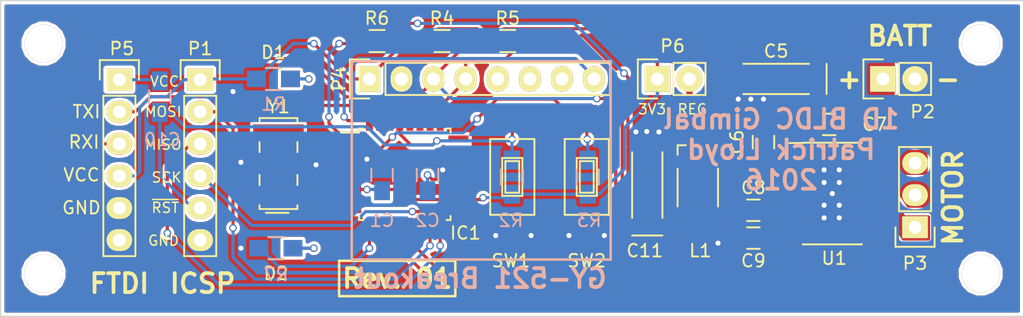
<source format=kicad_pcb>
(kicad_pcb (version 4) (host pcbnew 0.201602221446+6578~42~ubuntu15.04.1-product)

  (general
    (links 84)
    (no_connects 0)
    (area 93.949999 42.949999 175.050001 68.050001)
    (thickness 1.6)
    (drawings 33)
    (tracks 403)
    (zones 0)
    (modules 34)
    (nets 34)
  )

  (page A4)
  (layers
    (0 F.Cu signal)
    (31 B.Cu signal)
    (32 B.Adhes user)
    (33 F.Adhes user)
    (34 B.Paste user)
    (35 F.Paste user)
    (36 B.SilkS user)
    (37 F.SilkS user)
    (38 B.Mask user)
    (39 F.Mask user)
    (40 Dwgs.User user)
    (41 Cmts.User user)
    (42 Eco1.User user)
    (43 Eco2.User user)
    (44 Edge.Cuts user)
    (45 Margin user)
    (46 B.CrtYd user)
    (47 F.CrtYd user)
    (48 B.Fab user hide)
    (49 F.Fab user hide)
  )

  (setup
    (last_trace_width 0.25)
    (user_trace_width 0.5)
    (user_trace_width 0.75)
    (user_trace_width 1)
    (trace_clearance 0.2)
    (zone_clearance 0.25)
    (zone_45_only no)
    (trace_min 0.2)
    (segment_width 0.2)
    (edge_width 0.1)
    (via_size 0.6)
    (via_drill 0.4)
    (via_min_size 0.4)
    (via_min_drill 0.3)
    (uvia_size 0.3)
    (uvia_drill 0.1)
    (uvias_allowed no)
    (uvia_min_size 0.2)
    (uvia_min_drill 0.1)
    (pcb_text_width 0.3)
    (pcb_text_size 1.5 1.5)
    (mod_edge_width 0.15)
    (mod_text_size 1 1)
    (mod_text_width 0.15)
    (pad_size 2.4 5.16)
    (pad_drill 0)
    (pad_to_mask_clearance 0)
    (aux_axis_origin 0 0)
    (visible_elements FFFFEF7F)
    (pcbplotparams
      (layerselection 0x010f0_ffffffff)
      (usegerberextensions true)
      (excludeedgelayer false)
      (linewidth 0.100000)
      (plotframeref false)
      (viasonmask false)
      (mode 1)
      (useauxorigin false)
      (hpglpennumber 1)
      (hpglpenspeed 20)
      (hpglpendiameter 15)
      (psnegative false)
      (psa4output false)
      (plotreference true)
      (plotvalue true)
      (plotinvisibletext false)
      (padsonsilk false)
      (subtractmaskfromsilk false)
      (outputformat 1)
      (mirror false)
      (drillshape 0)
      (scaleselection 1)
      (outputdirectory fab/))
  )

  (net 0 "")
  (net 1 +3V3)
  (net 2 GND)
  (net 3 "Net-(C2-Pad1)")
  (net 4 +BATT)
  (net 5 "Net-(C6-Pad1)")
  (net 6 "Net-(C6-Pad2)")
  (net 7 "Net-(C7-Pad1)")
  (net 8 "Net-(C8-Pad1)")
  (net 9 /V3P3)
  (net 10 /RESET)
  (net 11 /USART_DTR)
  (net 12 /REG_OUT)
  (net 13 "Net-(D1-Pad2)")
  (net 14 "Net-(D2-Pad2)")
  (net 15 /M_FG)
  (net 16 "Net-(IC1-Pad2)")
  (net 17 "Net-(IC1-Pad7)")
  (net 18 "Net-(IC1-Pad8)")
  (net 19 "Net-(IC1-Pad9)")
  (net 20 /M_DIR)
  (net 21 /M_SPEED)
  (net 22 /ICSP_MOSI)
  (net 23 /ICSP_MISO)
  (net 24 /ICSP_SCK)
  (net 25 /SDA)
  (net 26 /SCL)
  (net 27 /USART_RX)
  (net 28 /USART_TX)
  (net 29 /IMU_INT)
  (net 30 "Net-(L1-Pad1)")
  (net 31 /M_PHASE_U)
  (net 32 /M_PHASE_V)
  (net 33 /M_PHASE_W)

  (net_class Default "This is the default net class."
    (clearance 0.2)
    (trace_width 0.25)
    (via_dia 0.6)
    (via_drill 0.4)
    (uvia_dia 0.3)
    (uvia_drill 0.1)
    (add_net +3V3)
    (add_net +BATT)
    (add_net /ICSP_MISO)
    (add_net /ICSP_MOSI)
    (add_net /ICSP_SCK)
    (add_net /IMU_INT)
    (add_net /M_DIR)
    (add_net /M_FG)
    (add_net /M_PHASE_U)
    (add_net /M_PHASE_V)
    (add_net /M_PHASE_W)
    (add_net /M_SPEED)
    (add_net /REG_OUT)
    (add_net /RESET)
    (add_net /SCL)
    (add_net /SDA)
    (add_net /USART_DTR)
    (add_net /USART_RX)
    (add_net /USART_TX)
    (add_net /V3P3)
    (add_net GND)
    (add_net "Net-(C2-Pad1)")
    (add_net "Net-(C6-Pad1)")
    (add_net "Net-(C6-Pad2)")
    (add_net "Net-(C7-Pad1)")
    (add_net "Net-(C8-Pad1)")
    (add_net "Net-(D1-Pad2)")
    (add_net "Net-(D2-Pad2)")
    (add_net "Net-(IC1-Pad2)")
    (add_net "Net-(IC1-Pad7)")
    (add_net "Net-(IC1-Pad8)")
    (add_net "Net-(IC1-Pad9)")
    (add_net "Net-(L1-Pad1)")
  )

  (module Capacitors_SMD:C_0805_HandSoldering (layer B.Cu) (tedit 541A9B8D) (tstamp 56CB74B7)
    (at 124.2 56.8 90)
    (descr "Capacitor SMD 0805, hand soldering")
    (tags "capacitor 0805")
    (path /564A2794)
    (attr smd)
    (fp_text reference C1 (at -3.6 0 180) (layer B.SilkS)
      (effects (font (size 1 1) (thickness 0.15)) (justify mirror))
    )
    (fp_text value 0.1uF (at 0 -2.1 90) (layer B.Fab)
      (effects (font (size 1 1) (thickness 0.15)) (justify mirror))
    )
    (fp_line (start -2.3 1) (end 2.3 1) (layer B.CrtYd) (width 0.05))
    (fp_line (start -2.3 -1) (end 2.3 -1) (layer B.CrtYd) (width 0.05))
    (fp_line (start -2.3 1) (end -2.3 -1) (layer B.CrtYd) (width 0.05))
    (fp_line (start 2.3 1) (end 2.3 -1) (layer B.CrtYd) (width 0.05))
    (fp_line (start 0.5 0.85) (end -0.5 0.85) (layer B.SilkS) (width 0.15))
    (fp_line (start -0.5 -0.85) (end 0.5 -0.85) (layer B.SilkS) (width 0.15))
    (pad 1 smd rect (at -1.25 0 90) (size 1.5 1.25) (layers B.Cu B.Paste B.Mask)
      (net 1 +3V3))
    (pad 2 smd rect (at 1.25 0 90) (size 1.5 1.25) (layers B.Cu B.Paste B.Mask)
      (net 2 GND))
    (model Capacitors_SMD.3dshapes/C_0805_HandSoldering.wrl
      (at (xyz 0 0 0))
      (scale (xyz 1 1 1))
      (rotate (xyz 0 0 0))
    )
  )

  (module Capacitors_SMD:C_0805_HandSoldering (layer B.Cu) (tedit 541A9B8D) (tstamp 56CB74BD)
    (at 127.8 56.8 90)
    (descr "Capacitor SMD 0805, hand soldering")
    (tags "capacitor 0805")
    (path /564A2125)
    (attr smd)
    (fp_text reference C2 (at -3.6 0 180) (layer B.SilkS)
      (effects (font (size 1 1) (thickness 0.15)) (justify mirror))
    )
    (fp_text value 0.1uF (at 0 -2.1 90) (layer B.Fab)
      (effects (font (size 1 1) (thickness 0.15)) (justify mirror))
    )
    (fp_line (start -2.3 1) (end 2.3 1) (layer B.CrtYd) (width 0.05))
    (fp_line (start -2.3 -1) (end 2.3 -1) (layer B.CrtYd) (width 0.05))
    (fp_line (start -2.3 1) (end -2.3 -1) (layer B.CrtYd) (width 0.05))
    (fp_line (start 2.3 1) (end 2.3 -1) (layer B.CrtYd) (width 0.05))
    (fp_line (start 0.5 0.85) (end -0.5 0.85) (layer B.SilkS) (width 0.15))
    (fp_line (start -0.5 -0.85) (end 0.5 -0.85) (layer B.SilkS) (width 0.15))
    (pad 1 smd rect (at -1.25 0 90) (size 1.5 1.25) (layers B.Cu B.Paste B.Mask)
      (net 3 "Net-(C2-Pad1)"))
    (pad 2 smd rect (at 1.25 0 90) (size 1.5 1.25) (layers B.Cu B.Paste B.Mask)
      (net 2 GND))
    (model Capacitors_SMD.3dshapes/C_0805_HandSoldering.wrl
      (at (xyz 0 0 0))
      (scale (xyz 1 1 1))
      (rotate (xyz 0 0 0))
    )
  )

  (module Capacitors_SMD:C_0805_HandSoldering (layer F.Cu) (tedit 541A9B8D) (tstamp 56CB74C9)
    (at 154.4 54.2 90)
    (descr "Capacitor SMD 0805, hand soldering")
    (tags "capacitor 0805")
    (path /56C7046A)
    (attr smd)
    (fp_text reference C6 (at 0 -2.1 90) (layer F.SilkS)
      (effects (font (size 1 1) (thickness 0.15)))
    )
    (fp_text value 0.1uF (at 0 2.1 90) (layer F.Fab)
      (effects (font (size 1 1) (thickness 0.15)))
    )
    (fp_line (start -2.3 -1) (end 2.3 -1) (layer F.CrtYd) (width 0.05))
    (fp_line (start -2.3 1) (end 2.3 1) (layer F.CrtYd) (width 0.05))
    (fp_line (start -2.3 -1) (end -2.3 1) (layer F.CrtYd) (width 0.05))
    (fp_line (start 2.3 -1) (end 2.3 1) (layer F.CrtYd) (width 0.05))
    (fp_line (start 0.5 -0.85) (end -0.5 -0.85) (layer F.SilkS) (width 0.15))
    (fp_line (start -0.5 0.85) (end 0.5 0.85) (layer F.SilkS) (width 0.15))
    (pad 1 smd rect (at -1.25 0 90) (size 1.5 1.25) (layers F.Cu F.Paste F.Mask)
      (net 5 "Net-(C6-Pad1)"))
    (pad 2 smd rect (at 1.25 0 90) (size 1.5 1.25) (layers F.Cu F.Paste F.Mask)
      (net 6 "Net-(C6-Pad2)"))
    (model Capacitors_SMD.3dshapes/C_0805_HandSoldering.wrl
      (at (xyz 0 0 0))
      (scale (xyz 1 1 1))
      (rotate (xyz 0 0 0))
    )
  )

  (module Capacitors_SMD:C_0805_HandSoldering (layer F.Cu) (tedit 541A9B8D) (tstamp 56CB74CF)
    (at 159.6 52.8)
    (descr "Capacitor SMD 0805, hand soldering")
    (tags "capacitor 0805")
    (path /56C6CA16)
    (attr smd)
    (fp_text reference C7 (at 3.6 0) (layer F.SilkS)
      (effects (font (size 1 1) (thickness 0.15)))
    )
    (fp_text value 0.1uF (at 0 2.1) (layer F.Fab)
      (effects (font (size 1 1) (thickness 0.15)))
    )
    (fp_line (start -2.3 -1) (end 2.3 -1) (layer F.CrtYd) (width 0.05))
    (fp_line (start -2.3 1) (end 2.3 1) (layer F.CrtYd) (width 0.05))
    (fp_line (start -2.3 -1) (end -2.3 1) (layer F.CrtYd) (width 0.05))
    (fp_line (start 2.3 -1) (end 2.3 1) (layer F.CrtYd) (width 0.05))
    (fp_line (start 0.5 -0.85) (end -0.5 -0.85) (layer F.SilkS) (width 0.15))
    (fp_line (start -0.5 0.85) (end 0.5 0.85) (layer F.SilkS) (width 0.15))
    (pad 1 smd rect (at -1.25 0) (size 1.5 1.25) (layers F.Cu F.Paste F.Mask)
      (net 7 "Net-(C7-Pad1)"))
    (pad 2 smd rect (at 1.25 0) (size 1.5 1.25) (layers F.Cu F.Paste F.Mask)
      (net 4 +BATT))
    (model Capacitors_SMD.3dshapes/C_0805_HandSoldering.wrl
      (at (xyz 0 0 0))
      (scale (xyz 1 1 1))
      (rotate (xyz 0 0 0))
    )
  )

  (module Capacitors_SMD:C_0805_HandSoldering (layer F.Cu) (tedit 541A9B8D) (tstamp 56CB74D5)
    (at 153.6 59.6 180)
    (descr "Capacitor SMD 0805, hand soldering")
    (tags "capacitor 0805")
    (path /56C86C8A)
    (attr smd)
    (fp_text reference C8 (at 0 1.8 180) (layer F.SilkS)
      (effects (font (size 1 1) (thickness 0.15)))
    )
    (fp_text value 1uF (at 0 2.1 180) (layer F.Fab)
      (effects (font (size 1 1) (thickness 0.15)))
    )
    (fp_line (start -2.3 -1) (end 2.3 -1) (layer F.CrtYd) (width 0.05))
    (fp_line (start -2.3 1) (end 2.3 1) (layer F.CrtYd) (width 0.05))
    (fp_line (start -2.3 -1) (end -2.3 1) (layer F.CrtYd) (width 0.05))
    (fp_line (start 2.3 -1) (end 2.3 1) (layer F.CrtYd) (width 0.05))
    (fp_line (start 0.5 -0.85) (end -0.5 -0.85) (layer F.SilkS) (width 0.15))
    (fp_line (start -0.5 0.85) (end 0.5 0.85) (layer F.SilkS) (width 0.15))
    (pad 1 smd rect (at -1.25 0 180) (size 1.5 1.25) (layers F.Cu F.Paste F.Mask)
      (net 8 "Net-(C8-Pad1)"))
    (pad 2 smd rect (at 1.25 0 180) (size 1.5 1.25) (layers F.Cu F.Paste F.Mask)
      (net 2 GND))
    (model Capacitors_SMD.3dshapes/C_0805_HandSoldering.wrl
      (at (xyz 0 0 0))
      (scale (xyz 1 1 1))
      (rotate (xyz 0 0 0))
    )
  )

  (module Capacitors_SMD:C_0805_HandSoldering (layer F.Cu) (tedit 541A9B8D) (tstamp 56CB74DB)
    (at 153.6 61.8 180)
    (descr "Capacitor SMD 0805, hand soldering")
    (tags "capacitor 0805")
    (path /56C870BF)
    (attr smd)
    (fp_text reference C9 (at 0 -1.8 180) (layer F.SilkS)
      (effects (font (size 1 1) (thickness 0.15)))
    )
    (fp_text value 1uF (at 0 2.1 180) (layer F.Fab)
      (effects (font (size 1 1) (thickness 0.15)))
    )
    (fp_line (start -2.3 -1) (end 2.3 -1) (layer F.CrtYd) (width 0.05))
    (fp_line (start -2.3 1) (end 2.3 1) (layer F.CrtYd) (width 0.05))
    (fp_line (start -2.3 -1) (end -2.3 1) (layer F.CrtYd) (width 0.05))
    (fp_line (start 2.3 -1) (end 2.3 1) (layer F.CrtYd) (width 0.05))
    (fp_line (start 0.5 -0.85) (end -0.5 -0.85) (layer F.SilkS) (width 0.15))
    (fp_line (start -0.5 0.85) (end 0.5 0.85) (layer F.SilkS) (width 0.15))
    (pad 1 smd rect (at -1.25 0 180) (size 1.5 1.25) (layers F.Cu F.Paste F.Mask)
      (net 9 /V3P3))
    (pad 2 smd rect (at 1.25 0 180) (size 1.5 1.25) (layers F.Cu F.Paste F.Mask)
      (net 2 GND))
    (model Capacitors_SMD.3dshapes/C_0805_HandSoldering.wrl
      (at (xyz 0 0 0))
      (scale (xyz 1 1 1))
      (rotate (xyz 0 0 0))
    )
  )

  (module Capacitors_SMD:C_0805_HandSoldering (layer B.Cu) (tedit 541A9B8D) (tstamp 56CB74E1)
    (at 106.6 50.6 90)
    (descr "Capacitor SMD 0805, hand soldering")
    (tags "capacitor 0805")
    (path /564B00F4)
    (attr smd)
    (fp_text reference C10 (at -3.4 0.2 180) (layer B.SilkS)
      (effects (font (size 1 1) (thickness 0.15)) (justify mirror))
    )
    (fp_text value 0.1uF (at 0 -2.1 90) (layer B.Fab)
      (effects (font (size 1 1) (thickness 0.15)) (justify mirror))
    )
    (fp_line (start -2.3 1) (end 2.3 1) (layer B.CrtYd) (width 0.05))
    (fp_line (start -2.3 -1) (end 2.3 -1) (layer B.CrtYd) (width 0.05))
    (fp_line (start -2.3 1) (end -2.3 -1) (layer B.CrtYd) (width 0.05))
    (fp_line (start 2.3 1) (end 2.3 -1) (layer B.CrtYd) (width 0.05))
    (fp_line (start 0.5 0.85) (end -0.5 0.85) (layer B.SilkS) (width 0.15))
    (fp_line (start -0.5 -0.85) (end 0.5 -0.85) (layer B.SilkS) (width 0.15))
    (pad 1 smd rect (at -1.25 0 90) (size 1.5 1.25) (layers B.Cu B.Paste B.Mask)
      (net 10 /RESET))
    (pad 2 smd rect (at 1.25 0 90) (size 1.5 1.25) (layers B.Cu B.Paste B.Mask)
      (net 11 /USART_DTR))
    (model Capacitors_SMD.3dshapes/C_0805_HandSoldering.wrl
      (at (xyz 0 0 0))
      (scale (xyz 1 1 1))
      (rotate (xyz 0 0 0))
    )
  )

  (module Resistors_SMD:R_0805_HandSoldering (layer F.Cu) (tedit 54189DEE) (tstamp 56CB74ED)
    (at 115.6 49.2)
    (descr "Resistor SMD 0805, hand soldering")
    (tags "resistor 0805")
    (path /564A5320)
    (attr smd)
    (fp_text reference D1 (at 0 -2.1) (layer F.SilkS)
      (effects (font (size 1 1) (thickness 0.15)))
    )
    (fp_text value RED (at 0 2.1) (layer F.Fab)
      (effects (font (size 1 1) (thickness 0.15)))
    )
    (fp_line (start -2.4 -1) (end 2.4 -1) (layer F.CrtYd) (width 0.05))
    (fp_line (start -2.4 1) (end 2.4 1) (layer F.CrtYd) (width 0.05))
    (fp_line (start -2.4 -1) (end -2.4 1) (layer F.CrtYd) (width 0.05))
    (fp_line (start 2.4 -1) (end 2.4 1) (layer F.CrtYd) (width 0.05))
    (fp_line (start 0.6 0.875) (end -0.6 0.875) (layer F.SilkS) (width 0.15))
    (fp_line (start -0.6 -0.875) (end 0.6 -0.875) (layer F.SilkS) (width 0.15))
    (pad 1 smd rect (at -1.35 0) (size 1.5 1.3) (layers F.Cu F.Paste F.Mask)
      (net 2 GND))
    (pad 2 smd rect (at 1.35 0) (size 1.5 1.3) (layers F.Cu F.Paste F.Mask)
      (net 13 "Net-(D1-Pad2)"))
    (model Resistors_SMD.3dshapes/R_0805_HandSoldering.wrl
      (at (xyz 0 0 0))
      (scale (xyz 1 1 1))
      (rotate (xyz 0 0 0))
    )
  )

  (module Resistors_SMD:R_0805_HandSoldering (layer F.Cu) (tedit 54189DEE) (tstamp 56CB74F3)
    (at 115.8 62.6)
    (descr "Resistor SMD 0805, hand soldering")
    (tags "resistor 0805")
    (path /56C8CF44)
    (attr smd)
    (fp_text reference D2 (at 0 2) (layer F.SilkS)
      (effects (font (size 1 1) (thickness 0.15)))
    )
    (fp_text value GRN (at 0 2.1) (layer F.Fab)
      (effects (font (size 1 1) (thickness 0.15)))
    )
    (fp_line (start -2.4 -1) (end 2.4 -1) (layer F.CrtYd) (width 0.05))
    (fp_line (start -2.4 1) (end 2.4 1) (layer F.CrtYd) (width 0.05))
    (fp_line (start -2.4 -1) (end -2.4 1) (layer F.CrtYd) (width 0.05))
    (fp_line (start 2.4 -1) (end 2.4 1) (layer F.CrtYd) (width 0.05))
    (fp_line (start 0.6 0.875) (end -0.6 0.875) (layer F.SilkS) (width 0.15))
    (fp_line (start -0.6 -0.875) (end 0.6 -0.875) (layer F.SilkS) (width 0.15))
    (pad 1 smd rect (at -1.35 0) (size 1.5 1.3) (layers F.Cu F.Paste F.Mask)
      (net 2 GND))
    (pad 2 smd rect (at 1.35 0) (size 1.5 1.3) (layers F.Cu F.Paste F.Mask)
      (net 14 "Net-(D2-Pad2)"))
    (model Resistors_SMD.3dshapes/R_0805_HandSoldering.wrl
      (at (xyz 0 0 0))
      (scale (xyz 1 1 1))
      (rotate (xyz 0 0 0))
    )
  )

  (module Mounting_Holes:MountingHole_3mm (layer F.Cu) (tedit 56CB94CF) (tstamp 56CB74F8)
    (at 97.4 64.6)
    (descr "Mounting hole, Befestigungsbohrung, 3mm, No Annular, Kein Restring,")
    (tags "Mounting hole, Befestigungsbohrung, 3mm, No Annular, Kein Restring,")
    (path /56CBD778)
    (fp_text reference H1 (at 0 -4.0005) (layer F.SilkS) hide
      (effects (font (size 1 1) (thickness 0.15)))
    )
    (fp_text value CONN_01X01 (at 1.00076 5.00126) (layer F.Fab)
      (effects (font (size 1 1) (thickness 0.15)))
    )
    (fp_circle (center 0 0) (end 3 0) (layer Cmts.User) (width 0.381))
    (pad 1 thru_hole circle (at 0 0) (size 3 3) (drill 3) (layers))
  )

  (module Mounting_Holes:MountingHole_3mm (layer F.Cu) (tedit 56CB94C9) (tstamp 56CB74FD)
    (at 171.6 64.6)
    (descr "Mounting hole, Befestigungsbohrung, 3mm, No Annular, Kein Restring,")
    (tags "Mounting hole, Befestigungsbohrung, 3mm, No Annular, Kein Restring,")
    (path /56CBD6FF)
    (fp_text reference H2 (at 0 -4.0005) (layer F.SilkS) hide
      (effects (font (size 1 1) (thickness 0.15)))
    )
    (fp_text value CONN_01X01 (at 1.00076 5.00126) (layer F.Fab)
      (effects (font (size 1 1) (thickness 0.15)))
    )
    (fp_circle (center 0 0) (end 3 0) (layer Cmts.User) (width 0.381))
    (pad 1 thru_hole circle (at 0 0) (size 3 3) (drill 3) (layers))
  )

  (module Mounting_Holes:MountingHole_3mm (layer F.Cu) (tedit 56CB94CC) (tstamp 56CB7502)
    (at 97.4 46.4)
    (descr "Mounting hole, Befestigungsbohrung, 3mm, No Annular, Kein Restring,")
    (tags "Mounting hole, Befestigungsbohrung, 3mm, No Annular, Kein Restring,")
    (path /56CBD08A)
    (fp_text reference H3 (at 0 -4.0005) (layer F.SilkS) hide
      (effects (font (size 1 1) (thickness 0.15)))
    )
    (fp_text value CONN_01X01 (at 1.00076 5.00126) (layer F.Fab)
      (effects (font (size 1 1) (thickness 0.15)))
    )
    (fp_circle (center 0 0) (end 3 0) (layer Cmts.User) (width 0.381))
    (pad 1 thru_hole circle (at 0 0) (size 3 3) (drill 3) (layers))
  )

  (module Mounting_Holes:MountingHole_3mm (layer F.Cu) (tedit 56CB94C6) (tstamp 56CB7507)
    (at 171.6 46.4)
    (descr "Mounting hole, Befestigungsbohrung, 3mm, No Annular, Kein Restring,")
    (tags "Mounting hole, Befestigungsbohrung, 3mm, No Annular, Kein Restring,")
    (path /56CBD689)
    (fp_text reference H4 (at 0 -4.0005) (layer F.SilkS) hide
      (effects (font (size 1 1) (thickness 0.15)))
    )
    (fp_text value CONN_01X01 (at 1.00076 5.00126) (layer F.Fab)
      (effects (font (size 1 1) (thickness 0.15)))
    )
    (fp_circle (center 0 0) (end 3 0) (layer Cmts.User) (width 0.381))
    (pad 1 thru_hole circle (at 0 0) (size 3 3) (drill 3) (layers))
  )

  (module Housings_QFP:TQFP-32_7x7mm_Pitch0.8mm (layer F.Cu) (tedit 54130A77) (tstamp 56CB752B)
    (at 126 56.75)
    (descr "32-Lead Plastic Thin Quad Flatpack (PT) - 7x7x1.0 mm Body, 2.00 mm [TQFP] (see Microchip Packaging Specification 00000049BS.pdf)")
    (tags "QFP 0.8")
    (path /5654C37A)
    (attr smd)
    (fp_text reference IC1 (at 4.8 4.65) (layer F.SilkS)
      (effects (font (size 1 1) (thickness 0.15)))
    )
    (fp_text value ATMEGA328P-A (at 0 6.05) (layer F.Fab)
      (effects (font (size 1 1) (thickness 0.15)))
    )
    (fp_line (start -5.3 -5.3) (end -5.3 5.3) (layer F.CrtYd) (width 0.05))
    (fp_line (start 5.3 -5.3) (end 5.3 5.3) (layer F.CrtYd) (width 0.05))
    (fp_line (start -5.3 -5.3) (end 5.3 -5.3) (layer F.CrtYd) (width 0.05))
    (fp_line (start -5.3 5.3) (end 5.3 5.3) (layer F.CrtYd) (width 0.05))
    (fp_line (start -3.625 -3.625) (end -3.625 -3.3) (layer F.SilkS) (width 0.15))
    (fp_line (start 3.625 -3.625) (end 3.625 -3.3) (layer F.SilkS) (width 0.15))
    (fp_line (start 3.625 3.625) (end 3.625 3.3) (layer F.SilkS) (width 0.15))
    (fp_line (start -3.625 3.625) (end -3.625 3.3) (layer F.SilkS) (width 0.15))
    (fp_line (start -3.625 -3.625) (end -3.3 -3.625) (layer F.SilkS) (width 0.15))
    (fp_line (start -3.625 3.625) (end -3.3 3.625) (layer F.SilkS) (width 0.15))
    (fp_line (start 3.625 3.625) (end 3.3 3.625) (layer F.SilkS) (width 0.15))
    (fp_line (start 3.625 -3.625) (end 3.3 -3.625) (layer F.SilkS) (width 0.15))
    (fp_line (start -3.625 -3.3) (end -5.05 -3.3) (layer F.SilkS) (width 0.15))
    (pad 1 smd rect (at -4.25 -2.8) (size 1.6 0.55) (layers F.Cu F.Paste F.Mask)
      (net 15 /M_FG))
    (pad 2 smd rect (at -4.25 -2) (size 1.6 0.55) (layers F.Cu F.Paste F.Mask)
      (net 16 "Net-(IC1-Pad2)"))
    (pad 3 smd rect (at -4.25 -1.2) (size 1.6 0.55) (layers F.Cu F.Paste F.Mask)
      (net 2 GND))
    (pad 4 smd rect (at -4.25 -0.4) (size 1.6 0.55) (layers F.Cu F.Paste F.Mask)
      (net 1 +3V3))
    (pad 5 smd rect (at -4.25 0.4) (size 1.6 0.55) (layers F.Cu F.Paste F.Mask)
      (net 2 GND))
    (pad 6 smd rect (at -4.25 1.2) (size 1.6 0.55) (layers F.Cu F.Paste F.Mask)
      (net 1 +3V3))
    (pad 7 smd rect (at -4.25 2) (size 1.6 0.55) (layers F.Cu F.Paste F.Mask)
      (net 17 "Net-(IC1-Pad7)"))
    (pad 8 smd rect (at -4.25 2.8) (size 1.6 0.55) (layers F.Cu F.Paste F.Mask)
      (net 18 "Net-(IC1-Pad8)"))
    (pad 9 smd rect (at -2.8 4.25 90) (size 1.6 0.55) (layers F.Cu F.Paste F.Mask)
      (net 19 "Net-(IC1-Pad9)"))
    (pad 10 smd rect (at -2 4.25 90) (size 1.6 0.55) (layers F.Cu F.Paste F.Mask))
    (pad 11 smd rect (at -1.2 4.25 90) (size 1.6 0.55) (layers F.Cu F.Paste F.Mask))
    (pad 12 smd rect (at -0.4 4.25 90) (size 1.6 0.55) (layers F.Cu F.Paste F.Mask)
      (net 20 /M_DIR))
    (pad 13 smd rect (at 0.4 4.25 90) (size 1.6 0.55) (layers F.Cu F.Paste F.Mask)
      (net 21 /M_SPEED))
    (pad 14 smd rect (at 1.2 4.25 90) (size 1.6 0.55) (layers F.Cu F.Paste F.Mask))
    (pad 15 smd rect (at 2 4.25 90) (size 1.6 0.55) (layers F.Cu F.Paste F.Mask)
      (net 22 /ICSP_MOSI))
    (pad 16 smd rect (at 2.8 4.25 90) (size 1.6 0.55) (layers F.Cu F.Paste F.Mask)
      (net 23 /ICSP_MISO))
    (pad 17 smd rect (at 4.25 2.8) (size 1.6 0.55) (layers F.Cu F.Paste F.Mask)
      (net 24 /ICSP_SCK))
    (pad 18 smd rect (at 4.25 2) (size 1.6 0.55) (layers F.Cu F.Paste F.Mask)
      (net 1 +3V3))
    (pad 19 smd rect (at 4.25 1.2) (size 1.6 0.55) (layers F.Cu F.Paste F.Mask))
    (pad 20 smd rect (at 4.25 0.4) (size 1.6 0.55) (layers F.Cu F.Paste F.Mask)
      (net 3 "Net-(C2-Pad1)"))
    (pad 21 smd rect (at 4.25 -0.4) (size 1.6 0.55) (layers F.Cu F.Paste F.Mask)
      (net 2 GND))
    (pad 22 smd rect (at 4.25 -1.2) (size 1.6 0.55) (layers F.Cu F.Paste F.Mask))
    (pad 23 smd rect (at 4.25 -2) (size 1.6 0.55) (layers F.Cu F.Paste F.Mask))
    (pad 24 smd rect (at 4.25 -2.8) (size 1.6 0.55) (layers F.Cu F.Paste F.Mask))
    (pad 25 smd rect (at 2.8 -4.25 90) (size 1.6 0.55) (layers F.Cu F.Paste F.Mask))
    (pad 26 smd rect (at 2 -4.25 90) (size 1.6 0.55) (layers F.Cu F.Paste F.Mask))
    (pad 27 smd rect (at 1.2 -4.25 90) (size 1.6 0.55) (layers F.Cu F.Paste F.Mask)
      (net 25 /SDA))
    (pad 28 smd rect (at 0.4 -4.25 90) (size 1.6 0.55) (layers F.Cu F.Paste F.Mask)
      (net 26 /SCL))
    (pad 29 smd rect (at -0.4 -4.25 90) (size 1.6 0.55) (layers F.Cu F.Paste F.Mask)
      (net 10 /RESET))
    (pad 30 smd rect (at -1.2 -4.25 90) (size 1.6 0.55) (layers F.Cu F.Paste F.Mask)
      (net 27 /USART_RX))
    (pad 31 smd rect (at -2 -4.25 90) (size 1.6 0.55) (layers F.Cu F.Paste F.Mask)
      (net 28 /USART_TX))
    (pad 32 smd rect (at -2.8 -4.25 90) (size 1.6 0.55) (layers F.Cu F.Paste F.Mask)
      (net 29 /IMU_INT))
    (model Housings_QFP.3dshapes/TQFP-32_7x7mm_Pitch0.8mm.wrl
      (at (xyz 0 0 0))
      (scale (xyz 1 1 1))
      (rotate (xyz 0 0 0))
    )
  )

  (module Inductors:Inductor_1212 (layer F.Cu) (tedit 5652586A) (tstamp 56CB7539)
    (at 149.2 57.8 270)
    (path /56C89119)
    (attr smd)
    (fp_text reference L1 (at 5 -0.2 360) (layer F.SilkS)
      (effects (font (size 1 1) (thickness 0.15)))
    )
    (fp_text value 47uH (at 0 -2.75 270) (layer F.Fab)
      (effects (font (size 1 1) (thickness 0.15)))
    )
    (fp_line (start -3.35 1.6) (end -3.35 0.95) (layer F.SilkS) (width 0.15))
    (fp_line (start -2.6 1.6) (end -3.35 1.6) (layer F.SilkS) (width 0.15))
    (fp_line (start -3.5 2) (end -3.5 -2) (layer F.CrtYd) (width 0.05))
    (fp_line (start 3.5 2) (end -3.5 2) (layer F.CrtYd) (width 0.05))
    (fp_line (start 3.5 -2) (end 3.5 2) (layer F.CrtYd) (width 0.05))
    (fp_line (start -3.5 -2) (end 3.5 -2) (layer F.CrtYd) (width 0.05))
    (fp_line (start 1.5 1.6) (end -1.5 1.6) (layer F.SilkS) (width 0.15))
    (fp_line (start -1.5 -1.6) (end 1.5 -1.6) (layer F.SilkS) (width 0.15))
    (pad 1 smd rect (at -1.75 0 270) (size 2.5 2.5) (layers F.Cu F.Paste F.Mask)
      (net 30 "Net-(L1-Pad1)"))
    (pad 2 smd rect (at 1.75 0 270) (size 2.5 2.5) (layers F.Cu F.Paste F.Mask)
      (net 12 /REG_OUT))
  )

  (module Pin_Headers:Pin_Header_Straight_1x06 (layer F.Cu) (tedit 0) (tstamp 56CB754E)
    (at 109.8 49.26)
    (descr "Through hole pin header")
    (tags "pin header")
    (path /56CB80A9)
    (fp_text reference P1 (at 0 -2.46) (layer F.SilkS)
      (effects (font (size 1 1) (thickness 0.15)))
    )
    (fp_text value ICSP (at 0 -3.1) (layer F.Fab)
      (effects (font (size 1 1) (thickness 0.15)))
    )
    (fp_line (start -1.75 -1.75) (end -1.75 14.45) (layer F.CrtYd) (width 0.05))
    (fp_line (start 1.75 -1.75) (end 1.75 14.45) (layer F.CrtYd) (width 0.05))
    (fp_line (start -1.75 -1.75) (end 1.75 -1.75) (layer F.CrtYd) (width 0.05))
    (fp_line (start -1.75 14.45) (end 1.75 14.45) (layer F.CrtYd) (width 0.05))
    (fp_line (start 1.27 1.27) (end 1.27 13.97) (layer F.SilkS) (width 0.15))
    (fp_line (start 1.27 13.97) (end -1.27 13.97) (layer F.SilkS) (width 0.15))
    (fp_line (start -1.27 13.97) (end -1.27 1.27) (layer F.SilkS) (width 0.15))
    (fp_line (start 1.55 -1.55) (end 1.55 0) (layer F.SilkS) (width 0.15))
    (fp_line (start 1.27 1.27) (end -1.27 1.27) (layer F.SilkS) (width 0.15))
    (fp_line (start -1.55 0) (end -1.55 -1.55) (layer F.SilkS) (width 0.15))
    (fp_line (start -1.55 -1.55) (end 1.55 -1.55) (layer F.SilkS) (width 0.15))
    (pad 1 thru_hole rect (at 0 0) (size 2.032 1.7272) (drill 1.016) (layers *.Cu *.Mask F.SilkS)
      (net 1 +3V3))
    (pad 2 thru_hole oval (at 0 2.54) (size 2.032 1.7272) (drill 1.016) (layers *.Cu *.Mask F.SilkS)
      (net 22 /ICSP_MOSI))
    (pad 3 thru_hole oval (at 0 5.08) (size 2.032 1.7272) (drill 1.016) (layers *.Cu *.Mask F.SilkS)
      (net 23 /ICSP_MISO))
    (pad 4 thru_hole oval (at 0 7.62) (size 2.032 1.7272) (drill 1.016) (layers *.Cu *.Mask F.SilkS)
      (net 24 /ICSP_SCK))
    (pad 5 thru_hole oval (at 0 10.16) (size 2.032 1.7272) (drill 1.016) (layers *.Cu *.Mask F.SilkS)
      (net 10 /RESET))
    (pad 6 thru_hole oval (at 0 12.7) (size 2.032 1.7272) (drill 1.016) (layers *.Cu *.Mask F.SilkS)
      (net 2 GND))
    (model Pin_Headers.3dshapes/Pin_Header_Straight_1x06.wrl
      (at (xyz 0 -0.25 0))
      (scale (xyz 1 1 1))
      (rotate (xyz 0 0 90))
    )
  )

  (module Pin_Headers:Pin_Header_Straight_1x02 (layer F.Cu) (tedit 56CB8408) (tstamp 56CB755F)
    (at 163.86 49.2 90)
    (descr "Through hole pin header")
    (tags "pin header")
    (path /56C68556)
    (fp_text reference P2 (at -2.6 3.14 180) (layer F.SilkS)
      (effects (font (size 1 1) (thickness 0.15)))
    )
    (fp_text value BATT (at 0 -3.1 90) (layer F.Fab)
      (effects (font (size 1 1) (thickness 0.15)))
    )
    (fp_line (start 1.27 1.27) (end 1.27 3.81) (layer F.SilkS) (width 0.15))
    (fp_line (start 1.55 -1.55) (end 1.55 0) (layer F.SilkS) (width 0.15))
    (fp_line (start -1.75 -1.75) (end -1.75 4.3) (layer F.CrtYd) (width 0.05))
    (fp_line (start 1.75 -1.75) (end 1.75 4.3) (layer F.CrtYd) (width 0.05))
    (fp_line (start -1.75 -1.75) (end 1.75 -1.75) (layer F.CrtYd) (width 0.05))
    (fp_line (start -1.75 4.3) (end 1.75 4.3) (layer F.CrtYd) (width 0.05))
    (fp_line (start 1.27 1.27) (end -1.27 1.27) (layer F.SilkS) (width 0.15))
    (fp_line (start -1.55 0) (end -1.55 -1.55) (layer F.SilkS) (width 0.15))
    (fp_line (start -1.55 -1.55) (end 1.55 -1.55) (layer F.SilkS) (width 0.15))
    (fp_line (start -1.27 1.27) (end -1.27 3.81) (layer F.SilkS) (width 0.15))
    (fp_line (start -1.27 3.81) (end 1.27 3.81) (layer F.SilkS) (width 0.15))
    (pad 1 thru_hole rect (at 0 0 90) (size 2.032 2.032) (drill 1.016) (layers *.Cu *.Mask F.SilkS)
      (net 4 +BATT))
    (pad 2 thru_hole oval (at 0 2.54 90) (size 2.032 2.032) (drill 1.016) (layers *.Cu *.Mask F.SilkS)
      (net 2 GND))
    (model Pin_Headers.3dshapes/Pin_Header_Straight_1x02.wrl
      (at (xyz 0 -0.05 0))
      (scale (xyz 1 1 1))
      (rotate (xyz 0 0 90))
    )
  )

  (module Pin_Headers:Pin_Header_Straight_1x03 (layer F.Cu) (tedit 0) (tstamp 56CB7571)
    (at 166.4 60.94 180)
    (descr "Through hole pin header")
    (tags "pin header")
    (path /56C68C56)
    (fp_text reference P3 (at 0 -2.86 180) (layer F.SilkS)
      (effects (font (size 1 1) (thickness 0.15)))
    )
    (fp_text value MOTOR (at 0 -3.1 180) (layer F.Fab)
      (effects (font (size 1 1) (thickness 0.15)))
    )
    (fp_line (start -1.75 -1.75) (end -1.75 6.85) (layer F.CrtYd) (width 0.05))
    (fp_line (start 1.75 -1.75) (end 1.75 6.85) (layer F.CrtYd) (width 0.05))
    (fp_line (start -1.75 -1.75) (end 1.75 -1.75) (layer F.CrtYd) (width 0.05))
    (fp_line (start -1.75 6.85) (end 1.75 6.85) (layer F.CrtYd) (width 0.05))
    (fp_line (start -1.27 1.27) (end -1.27 6.35) (layer F.SilkS) (width 0.15))
    (fp_line (start -1.27 6.35) (end 1.27 6.35) (layer F.SilkS) (width 0.15))
    (fp_line (start 1.27 6.35) (end 1.27 1.27) (layer F.SilkS) (width 0.15))
    (fp_line (start 1.55 -1.55) (end 1.55 0) (layer F.SilkS) (width 0.15))
    (fp_line (start 1.27 1.27) (end -1.27 1.27) (layer F.SilkS) (width 0.15))
    (fp_line (start -1.55 0) (end -1.55 -1.55) (layer F.SilkS) (width 0.15))
    (fp_line (start -1.55 -1.55) (end 1.55 -1.55) (layer F.SilkS) (width 0.15))
    (pad 1 thru_hole rect (at 0 0 180) (size 2.032 1.7272) (drill 1.016) (layers *.Cu *.Mask F.SilkS)
      (net 31 /M_PHASE_U))
    (pad 2 thru_hole oval (at 0 2.54 180) (size 2.032 1.7272) (drill 1.016) (layers *.Cu *.Mask F.SilkS)
      (net 32 /M_PHASE_V))
    (pad 3 thru_hole oval (at 0 5.08 180) (size 2.032 1.7272) (drill 1.016) (layers *.Cu *.Mask F.SilkS)
      (net 33 /M_PHASE_W))
    (model Pin_Headers.3dshapes/Pin_Header_Straight_1x03.wrl
      (at (xyz 0 -0.1 0))
      (scale (xyz 1 1 1))
      (rotate (xyz 0 0 90))
    )
  )

  (module Pin_Headers:Pin_Header_Straight_1x08 (layer F.Cu) (tedit 0) (tstamp 56CB7588)
    (at 123.2 49.2 90)
    (descr "Through hole pin header")
    (tags "pin header")
    (path /56C5F99C)
    (fp_text reference P4 (at 0 -2.4 90) (layer F.SilkS)
      (effects (font (size 1 1) (thickness 0.15)))
    )
    (fp_text value IMU (at 0 -3.1 90) (layer F.Fab)
      (effects (font (size 1 1) (thickness 0.15)))
    )
    (fp_line (start -1.75 -1.75) (end -1.75 19.55) (layer F.CrtYd) (width 0.05))
    (fp_line (start 1.75 -1.75) (end 1.75 19.55) (layer F.CrtYd) (width 0.05))
    (fp_line (start -1.75 -1.75) (end 1.75 -1.75) (layer F.CrtYd) (width 0.05))
    (fp_line (start -1.75 19.55) (end 1.75 19.55) (layer F.CrtYd) (width 0.05))
    (fp_line (start 1.27 1.27) (end 1.27 19.05) (layer F.SilkS) (width 0.15))
    (fp_line (start 1.27 19.05) (end -1.27 19.05) (layer F.SilkS) (width 0.15))
    (fp_line (start -1.27 19.05) (end -1.27 1.27) (layer F.SilkS) (width 0.15))
    (fp_line (start 1.55 -1.55) (end 1.55 0) (layer F.SilkS) (width 0.15))
    (fp_line (start 1.27 1.27) (end -1.27 1.27) (layer F.SilkS) (width 0.15))
    (fp_line (start -1.55 0) (end -1.55 -1.55) (layer F.SilkS) (width 0.15))
    (fp_line (start -1.55 -1.55) (end 1.55 -1.55) (layer F.SilkS) (width 0.15))
    (pad 1 thru_hole rect (at 0 0 90) (size 2.032 1.7272) (drill 1.016) (layers *.Cu *.Mask F.SilkS)
      (net 1 +3V3))
    (pad 2 thru_hole oval (at 0 2.54 90) (size 2.032 1.7272) (drill 1.016) (layers *.Cu *.Mask F.SilkS)
      (net 2 GND))
    (pad 3 thru_hole oval (at 0 5.08 90) (size 2.032 1.7272) (drill 1.016) (layers *.Cu *.Mask F.SilkS)
      (net 26 /SCL))
    (pad 4 thru_hole oval (at 0 7.62 90) (size 2.032 1.7272) (drill 1.016) (layers *.Cu *.Mask F.SilkS)
      (net 25 /SDA))
    (pad 5 thru_hole oval (at 0 10.16 90) (size 2.032 1.7272) (drill 1.016) (layers *.Cu *.Mask F.SilkS))
    (pad 6 thru_hole oval (at 0 12.7 90) (size 2.032 1.7272) (drill 1.016) (layers *.Cu *.Mask F.SilkS))
    (pad 7 thru_hole oval (at 0 15.24 90) (size 2.032 1.7272) (drill 1.016) (layers *.Cu *.Mask F.SilkS))
    (pad 8 thru_hole oval (at 0 17.78 90) (size 2.032 1.7272) (drill 1.016) (layers *.Cu *.Mask F.SilkS)
      (net 29 /IMU_INT))
    (model Pin_Headers.3dshapes/Pin_Header_Straight_1x08.wrl
      (at (xyz 0 -0.35 0))
      (scale (xyz 1 1 1))
      (rotate (xyz 0 0 90))
    )
  )

  (module Pin_Headers:Pin_Header_Straight_1x06 (layer F.Cu) (tedit 0) (tstamp 56CB759D)
    (at 103.4 49.26)
    (descr "Through hole pin header")
    (tags "pin header")
    (path /56CA6C17)
    (fp_text reference P5 (at 0.2 -2.46) (layer F.SilkS)
      (effects (font (size 1 1) (thickness 0.15)))
    )
    (fp_text value FTDI (at 0 -3.1) (layer F.Fab)
      (effects (font (size 1 1) (thickness 0.15)))
    )
    (fp_line (start -1.75 -1.75) (end -1.75 14.45) (layer F.CrtYd) (width 0.05))
    (fp_line (start 1.75 -1.75) (end 1.75 14.45) (layer F.CrtYd) (width 0.05))
    (fp_line (start -1.75 -1.75) (end 1.75 -1.75) (layer F.CrtYd) (width 0.05))
    (fp_line (start -1.75 14.45) (end 1.75 14.45) (layer F.CrtYd) (width 0.05))
    (fp_line (start 1.27 1.27) (end 1.27 13.97) (layer F.SilkS) (width 0.15))
    (fp_line (start 1.27 13.97) (end -1.27 13.97) (layer F.SilkS) (width 0.15))
    (fp_line (start -1.27 13.97) (end -1.27 1.27) (layer F.SilkS) (width 0.15))
    (fp_line (start 1.55 -1.55) (end 1.55 0) (layer F.SilkS) (width 0.15))
    (fp_line (start 1.27 1.27) (end -1.27 1.27) (layer F.SilkS) (width 0.15))
    (fp_line (start -1.55 0) (end -1.55 -1.55) (layer F.SilkS) (width 0.15))
    (fp_line (start -1.55 -1.55) (end 1.55 -1.55) (layer F.SilkS) (width 0.15))
    (pad 1 thru_hole rect (at 0 0) (size 2.032 1.7272) (drill 1.016) (layers *.Cu *.Mask F.SilkS)
      (net 11 /USART_DTR))
    (pad 2 thru_hole oval (at 0 2.54) (size 2.032 1.7272) (drill 1.016) (layers *.Cu *.Mask F.SilkS)
      (net 28 /USART_TX))
    (pad 3 thru_hole oval (at 0 5.08) (size 2.032 1.7272) (drill 1.016) (layers *.Cu *.Mask F.SilkS)
      (net 27 /USART_RX))
    (pad 4 thru_hole oval (at 0 7.62) (size 2.032 1.7272) (drill 1.016) (layers *.Cu *.Mask F.SilkS)
      (net 1 +3V3))
    (pad 5 thru_hole oval (at 0 10.16) (size 2.032 1.7272) (drill 1.016) (layers *.Cu *.Mask F.SilkS)
      (net 2 GND))
    (pad 6 thru_hole oval (at 0 12.7) (size 2.032 1.7272) (drill 1.016) (layers *.Cu *.Mask F.SilkS)
      (net 2 GND))
    (model Pin_Headers.3dshapes/Pin_Header_Straight_1x06.wrl
      (at (xyz 0 -0.25 0))
      (scale (xyz 1 1 1))
      (rotate (xyz 0 0 90))
    )
  )

  (module Pin_Headers:Pin_Header_Straight_1x02 (layer F.Cu) (tedit 54EA090C) (tstamp 56CB75AE)
    (at 146 49.2 90)
    (descr "Through hole pin header")
    (tags "pin header")
    (path /56C87A97)
    (fp_text reference P6 (at 2.6 1.2 180) (layer F.SilkS)
      (effects (font (size 1 1) (thickness 0.15)))
    )
    (fp_text value 3V3_CONN (at 0 -3.1 90) (layer F.Fab)
      (effects (font (size 1 1) (thickness 0.15)))
    )
    (fp_line (start 1.27 1.27) (end 1.27 3.81) (layer F.SilkS) (width 0.15))
    (fp_line (start 1.55 -1.55) (end 1.55 0) (layer F.SilkS) (width 0.15))
    (fp_line (start -1.75 -1.75) (end -1.75 4.3) (layer F.CrtYd) (width 0.05))
    (fp_line (start 1.75 -1.75) (end 1.75 4.3) (layer F.CrtYd) (width 0.05))
    (fp_line (start -1.75 -1.75) (end 1.75 -1.75) (layer F.CrtYd) (width 0.05))
    (fp_line (start -1.75 4.3) (end 1.75 4.3) (layer F.CrtYd) (width 0.05))
    (fp_line (start 1.27 1.27) (end -1.27 1.27) (layer F.SilkS) (width 0.15))
    (fp_line (start -1.55 0) (end -1.55 -1.55) (layer F.SilkS) (width 0.15))
    (fp_line (start -1.55 -1.55) (end 1.55 -1.55) (layer F.SilkS) (width 0.15))
    (fp_line (start -1.27 1.27) (end -1.27 3.81) (layer F.SilkS) (width 0.15))
    (fp_line (start -1.27 3.81) (end 1.27 3.81) (layer F.SilkS) (width 0.15))
    (pad 1 thru_hole rect (at 0 0 90) (size 2.032 2.032) (drill 1.016) (layers *.Cu *.Mask F.SilkS)
      (net 1 +3V3))
    (pad 2 thru_hole oval (at 0 2.54 90) (size 2.032 2.032) (drill 1.016) (layers *.Cu *.Mask F.SilkS)
      (net 12 /REG_OUT))
    (model Pin_Headers.3dshapes/Pin_Header_Straight_1x02.wrl
      (at (xyz 0 -0.05 0))
      (scale (xyz 1 1 1))
      (rotate (xyz 0 0 90))
    )
  )

  (module Resistors_SMD:R_0805_HandSoldering (layer B.Cu) (tedit 54189DEE) (tstamp 56CB75B4)
    (at 115.6 49.2)
    (descr "Resistor SMD 0805, hand soldering")
    (tags "resistor 0805")
    (path /564A52CE)
    (attr smd)
    (fp_text reference R1 (at 0 2) (layer B.SilkS)
      (effects (font (size 1 1) (thickness 0.15)) (justify mirror))
    )
    (fp_text value 330 (at 0 -2.1) (layer B.Fab)
      (effects (font (size 1 1) (thickness 0.15)) (justify mirror))
    )
    (fp_line (start -2.4 1) (end 2.4 1) (layer B.CrtYd) (width 0.05))
    (fp_line (start -2.4 -1) (end 2.4 -1) (layer B.CrtYd) (width 0.05))
    (fp_line (start -2.4 1) (end -2.4 -1) (layer B.CrtYd) (width 0.05))
    (fp_line (start 2.4 1) (end 2.4 -1) (layer B.CrtYd) (width 0.05))
    (fp_line (start 0.6 -0.875) (end -0.6 -0.875) (layer B.SilkS) (width 0.15))
    (fp_line (start -0.6 0.875) (end 0.6 0.875) (layer B.SilkS) (width 0.15))
    (pad 1 smd rect (at -1.35 0) (size 1.5 1.3) (layers B.Cu B.Paste B.Mask)
      (net 1 +3V3))
    (pad 2 smd rect (at 1.35 0) (size 1.5 1.3) (layers B.Cu B.Paste B.Mask)
      (net 13 "Net-(D1-Pad2)"))
    (model Resistors_SMD.3dshapes/R_0805_HandSoldering.wrl
      (at (xyz 0 0 0))
      (scale (xyz 1 1 1))
      (rotate (xyz 0 0 0))
    )
  )

  (module Resistors_SMD:R_0805_HandSoldering (layer B.Cu) (tedit 54189DEE) (tstamp 56CB75BA)
    (at 134.487437 56.974953 270)
    (descr "Resistor SMD 0805, hand soldering")
    (tags "resistor 0805")
    (path /564AFFEA)
    (attr smd)
    (fp_text reference R2 (at 3.425047 0.087437 540) (layer B.SilkS)
      (effects (font (size 1 1) (thickness 0.15)) (justify mirror))
    )
    (fp_text value 10K (at 0 -2.1 270) (layer B.Fab)
      (effects (font (size 1 1) (thickness 0.15)) (justify mirror))
    )
    (fp_line (start -2.4 1) (end 2.4 1) (layer B.CrtYd) (width 0.05))
    (fp_line (start -2.4 -1) (end 2.4 -1) (layer B.CrtYd) (width 0.05))
    (fp_line (start -2.4 1) (end -2.4 -1) (layer B.CrtYd) (width 0.05))
    (fp_line (start 2.4 1) (end 2.4 -1) (layer B.CrtYd) (width 0.05))
    (fp_line (start 0.6 -0.875) (end -0.6 -0.875) (layer B.SilkS) (width 0.15))
    (fp_line (start -0.6 0.875) (end 0.6 0.875) (layer B.SilkS) (width 0.15))
    (pad 1 smd rect (at -1.35 0 270) (size 1.5 1.3) (layers B.Cu B.Paste B.Mask)
      (net 10 /RESET))
    (pad 2 smd rect (at 1.35 0 270) (size 1.5 1.3) (layers B.Cu B.Paste B.Mask)
      (net 1 +3V3))
    (model Resistors_SMD.3dshapes/R_0805_HandSoldering.wrl
      (at (xyz 0 0 0))
      (scale (xyz 1 1 1))
      (rotate (xyz 0 0 0))
    )
  )

  (module Resistors_SMD:R_0805_HandSoldering (layer B.Cu) (tedit 54189DEE) (tstamp 56CB75C0)
    (at 140.487437 56.974953 270)
    (descr "Resistor SMD 0805, hand soldering")
    (tags "resistor 0805")
    (path /56C94FEF)
    (attr smd)
    (fp_text reference R3 (at 3.425047 -0.112563 360) (layer B.SilkS)
      (effects (font (size 1 1) (thickness 0.15)) (justify mirror))
    )
    (fp_text value 10K (at 0 -2.1 270) (layer B.Fab)
      (effects (font (size 1 1) (thickness 0.15)) (justify mirror))
    )
    (fp_line (start -2.4 1) (end 2.4 1) (layer B.CrtYd) (width 0.05))
    (fp_line (start -2.4 -1) (end 2.4 -1) (layer B.CrtYd) (width 0.05))
    (fp_line (start -2.4 1) (end -2.4 -1) (layer B.CrtYd) (width 0.05))
    (fp_line (start 2.4 1) (end 2.4 -1) (layer B.CrtYd) (width 0.05))
    (fp_line (start 0.6 -0.875) (end -0.6 -0.875) (layer B.SilkS) (width 0.15))
    (fp_line (start -0.6 0.875) (end 0.6 0.875) (layer B.SilkS) (width 0.15))
    (pad 1 smd rect (at -1.35 0 270) (size 1.5 1.3) (layers B.Cu B.Paste B.Mask)
      (net 16 "Net-(IC1-Pad2)"))
    (pad 2 smd rect (at 1.35 0 270) (size 1.5 1.3) (layers B.Cu B.Paste B.Mask)
      (net 1 +3V3))
    (model Resistors_SMD.3dshapes/R_0805_HandSoldering.wrl
      (at (xyz 0 0 0))
      (scale (xyz 1 1 1))
      (rotate (xyz 0 0 0))
    )
  )

  (module Resistors_SMD:R_0805_HandSoldering (layer F.Cu) (tedit 54189DEE) (tstamp 56CB75C6)
    (at 128.95 46.2)
    (descr "Resistor SMD 0805, hand soldering")
    (tags "resistor 0805")
    (path /56C8E0D5)
    (attr smd)
    (fp_text reference R4 (at 0 -1.8) (layer F.SilkS)
      (effects (font (size 1 1) (thickness 0.15)))
    )
    (fp_text value DNP (at 0 2.1) (layer F.Fab)
      (effects (font (size 1 1) (thickness 0.15)))
    )
    (fp_line (start -2.4 -1) (end 2.4 -1) (layer F.CrtYd) (width 0.05))
    (fp_line (start -2.4 1) (end 2.4 1) (layer F.CrtYd) (width 0.05))
    (fp_line (start -2.4 -1) (end -2.4 1) (layer F.CrtYd) (width 0.05))
    (fp_line (start 2.4 -1) (end 2.4 1) (layer F.CrtYd) (width 0.05))
    (fp_line (start 0.6 0.875) (end -0.6 0.875) (layer F.SilkS) (width 0.15))
    (fp_line (start -0.6 -0.875) (end 0.6 -0.875) (layer F.SilkS) (width 0.15))
    (pad 1 smd rect (at -1.35 0) (size 1.5 1.3) (layers F.Cu F.Paste F.Mask)
      (net 1 +3V3))
    (pad 2 smd rect (at 1.35 0) (size 1.5 1.3) (layers F.Cu F.Paste F.Mask)
      (net 26 /SCL))
    (model Resistors_SMD.3dshapes/R_0805_HandSoldering.wrl
      (at (xyz 0 0 0))
      (scale (xyz 1 1 1))
      (rotate (xyz 0 0 0))
    )
  )

  (module Resistors_SMD:R_0805_HandSoldering (layer F.Cu) (tedit 54189DEE) (tstamp 56CB75CC)
    (at 134.15 46.2)
    (descr "Resistor SMD 0805, hand soldering")
    (tags "resistor 0805")
    (path /56C8E3BF)
    (attr smd)
    (fp_text reference R5 (at 0 -1.8) (layer F.SilkS)
      (effects (font (size 1 1) (thickness 0.15)))
    )
    (fp_text value DNP (at 0 2.1) (layer F.Fab)
      (effects (font (size 1 1) (thickness 0.15)))
    )
    (fp_line (start -2.4 -1) (end 2.4 -1) (layer F.CrtYd) (width 0.05))
    (fp_line (start -2.4 1) (end 2.4 1) (layer F.CrtYd) (width 0.05))
    (fp_line (start -2.4 -1) (end -2.4 1) (layer F.CrtYd) (width 0.05))
    (fp_line (start 2.4 -1) (end 2.4 1) (layer F.CrtYd) (width 0.05))
    (fp_line (start 0.6 0.875) (end -0.6 0.875) (layer F.SilkS) (width 0.15))
    (fp_line (start -0.6 -0.875) (end 0.6 -0.875) (layer F.SilkS) (width 0.15))
    (pad 1 smd rect (at -1.35 0) (size 1.5 1.3) (layers F.Cu F.Paste F.Mask)
      (net 1 +3V3))
    (pad 2 smd rect (at 1.35 0) (size 1.5 1.3) (layers F.Cu F.Paste F.Mask)
      (net 25 /SDA))
    (model Resistors_SMD.3dshapes/R_0805_HandSoldering.wrl
      (at (xyz 0 0 0))
      (scale (xyz 1 1 1))
      (rotate (xyz 0 0 0))
    )
  )

  (module Resistors_SMD:R_0805_HandSoldering (layer F.Cu) (tedit 54189DEE) (tstamp 56CB75D2)
    (at 123.8 46.2 180)
    (descr "Resistor SMD 0805, hand soldering")
    (tags "resistor 0805")
    (path /56C8DFB4)
    (attr smd)
    (fp_text reference R6 (at 0 1.8 180) (layer F.SilkS)
      (effects (font (size 1 1) (thickness 0.15)))
    )
    (fp_text value DNP (at 0 2.1 180) (layer F.Fab)
      (effects (font (size 1 1) (thickness 0.15)))
    )
    (fp_line (start -2.4 -1) (end 2.4 -1) (layer F.CrtYd) (width 0.05))
    (fp_line (start -2.4 1) (end 2.4 1) (layer F.CrtYd) (width 0.05))
    (fp_line (start -2.4 -1) (end -2.4 1) (layer F.CrtYd) (width 0.05))
    (fp_line (start 2.4 -1) (end 2.4 1) (layer F.CrtYd) (width 0.05))
    (fp_line (start 0.6 0.875) (end -0.6 0.875) (layer F.SilkS) (width 0.15))
    (fp_line (start -0.6 -0.875) (end 0.6 -0.875) (layer F.SilkS) (width 0.15))
    (pad 1 smd rect (at -1.35 0 180) (size 1.5 1.3) (layers F.Cu F.Paste F.Mask)
      (net 1 +3V3))
    (pad 2 smd rect (at 1.35 0 180) (size 1.5 1.3) (layers F.Cu F.Paste F.Mask)
      (net 15 /M_FG))
    (model Resistors_SMD.3dshapes/R_0805_HandSoldering.wrl
      (at (xyz 0 0 0))
      (scale (xyz 1 1 1))
      (rotate (xyz 0 0 0))
    )
  )

  (module Resistors_SMD:R_0805_HandSoldering (layer B.Cu) (tedit 54189DEE) (tstamp 56CB75D8)
    (at 115.8 62.6)
    (descr "Resistor SMD 0805, hand soldering")
    (tags "resistor 0805")
    (path /56C8CF3E)
    (attr smd)
    (fp_text reference R7 (at 0 2.1) (layer B.SilkS)
      (effects (font (size 1 1) (thickness 0.15)) (justify mirror))
    )
    (fp_text value 330 (at 0 -2.1) (layer B.Fab)
      (effects (font (size 1 1) (thickness 0.15)) (justify mirror))
    )
    (fp_line (start -2.4 1) (end 2.4 1) (layer B.CrtYd) (width 0.05))
    (fp_line (start -2.4 -1) (end 2.4 -1) (layer B.CrtYd) (width 0.05))
    (fp_line (start -2.4 1) (end -2.4 -1) (layer B.CrtYd) (width 0.05))
    (fp_line (start 2.4 1) (end 2.4 -1) (layer B.CrtYd) (width 0.05))
    (fp_line (start 0.6 -0.875) (end -0.6 -0.875) (layer B.SilkS) (width 0.15))
    (fp_line (start -0.6 0.875) (end 0.6 0.875) (layer B.SilkS) (width 0.15))
    (pad 1 smd rect (at -1.35 0) (size 1.5 1.3) (layers B.Cu B.Paste B.Mask)
      (net 19 "Net-(IC1-Pad9)"))
    (pad 2 smd rect (at 1.35 0) (size 1.5 1.3) (layers B.Cu B.Paste B.Mask)
      (net 14 "Net-(D2-Pad2)"))
    (model Resistors_SMD.3dshapes/R_0805_HandSoldering.wrl
      (at (xyz 0 0 0))
      (scale (xyz 1 1 1))
      (rotate (xyz 0 0 0))
    )
  )

  (module Buttons_Switches_SMD:SW_SPST_FSMSM (layer F.Cu) (tedit 555C8B1B) (tstamp 56CB75DE)
    (at 134.510903 56.947865 270)
    (descr http://www.te.com/commerce/DocumentDelivery/DDEController?Action=srchrtrv&DocNm=1437566-3&DocType=Customer+Drawing&DocLang=English)
    (tags "SPST button tactile switch")
    (path /564AFF35)
    (attr smd)
    (fp_text reference SW1 (at 6.652135 0.110903 360) (layer F.SilkS)
      (effects (font (size 1 1) (thickness 0.15)))
    )
    (fp_text value SW_PUSH (at 0.01011 -0.00022 270) (layer F.Fab)
      (effects (font (size 1 1) (thickness 0.15)))
    )
    (fp_line (start -1.23989 -0.55022) (end 1.26011 -0.55022) (layer F.SilkS) (width 0.15))
    (fp_line (start 1.26011 -0.55022) (end 1.26011 0.54978) (layer F.SilkS) (width 0.15))
    (fp_line (start 1.26011 0.54978) (end -1.23989 0.54978) (layer F.SilkS) (width 0.15))
    (fp_line (start -1.23989 0.54978) (end -1.23989 -0.55022) (layer F.SilkS) (width 0.15))
    (fp_line (start -1.48989 0.79978) (end 1.51011 0.79978) (layer F.SilkS) (width 0.15))
    (fp_line (start -1.48989 -0.80022) (end 1.51011 -0.80022) (layer F.SilkS) (width 0.15))
    (fp_line (start 1.51011 -0.80022) (end 1.51011 0.79978) (layer F.SilkS) (width 0.15))
    (fp_line (start -1.48989 -0.80022) (end -1.48989 0.79978) (layer F.SilkS) (width 0.15))
    (fp_line (start -5.85 1.95) (end 5.9 1.95) (layer F.CrtYd) (width 0.05))
    (fp_line (start 5.9 -2) (end 5.9 1.95) (layer F.CrtYd) (width 0.05))
    (fp_line (start -2.98989 1.74978) (end 3.01011 1.74978) (layer F.SilkS) (width 0.15))
    (fp_line (start -2.98989 -1.75022) (end 3.01011 -1.75022) (layer F.SilkS) (width 0.15))
    (fp_line (start -2.98989 -1.75022) (end -2.98989 1.74978) (layer F.SilkS) (width 0.15))
    (fp_line (start 3.01011 -1.75022) (end 3.01011 1.74978) (layer F.SilkS) (width 0.15))
    (fp_line (start -5.85 -2) (end -5.85 1.95) (layer F.CrtYd) (width 0.05))
    (fp_line (start -5.85 -2) (end 5.9 -2) (layer F.CrtYd) (width 0.05))
    (pad 1 smd rect (at -4.60243 -0.00232 270) (size 2.18 1.6) (layers F.Cu F.Paste F.Mask)
      (net 10 /RESET))
    (pad 2 smd rect (at 4.60243 0.00232 270) (size 2.18 1.6) (layers F.Cu F.Paste F.Mask)
      (net 2 GND))
  )

  (module Buttons_Switches_SMD:SW_SPST_FSMSM (layer F.Cu) (tedit 555C8B1B) (tstamp 56CB75E4)
    (at 140.410903 56.947865 270)
    (descr http://www.te.com/commerce/DocumentDelivery/DDEController?Action=srchrtrv&DocNm=1437566-3&DocType=Customer+Drawing&DocLang=English)
    (tags "SPST button tactile switch")
    (path /56C94CD1)
    (attr smd)
    (fp_text reference SW2 (at 6.652135 0.010903 360) (layer F.SilkS)
      (effects (font (size 1 1) (thickness 0.15)))
    )
    (fp_text value SW_PUSH (at 0.01011 -0.00022 270) (layer F.Fab)
      (effects (font (size 1 1) (thickness 0.15)))
    )
    (fp_line (start -1.23989 -0.55022) (end 1.26011 -0.55022) (layer F.SilkS) (width 0.15))
    (fp_line (start 1.26011 -0.55022) (end 1.26011 0.54978) (layer F.SilkS) (width 0.15))
    (fp_line (start 1.26011 0.54978) (end -1.23989 0.54978) (layer F.SilkS) (width 0.15))
    (fp_line (start -1.23989 0.54978) (end -1.23989 -0.55022) (layer F.SilkS) (width 0.15))
    (fp_line (start -1.48989 0.79978) (end 1.51011 0.79978) (layer F.SilkS) (width 0.15))
    (fp_line (start -1.48989 -0.80022) (end 1.51011 -0.80022) (layer F.SilkS) (width 0.15))
    (fp_line (start 1.51011 -0.80022) (end 1.51011 0.79978) (layer F.SilkS) (width 0.15))
    (fp_line (start -1.48989 -0.80022) (end -1.48989 0.79978) (layer F.SilkS) (width 0.15))
    (fp_line (start -5.85 1.95) (end 5.9 1.95) (layer F.CrtYd) (width 0.05))
    (fp_line (start 5.9 -2) (end 5.9 1.95) (layer F.CrtYd) (width 0.05))
    (fp_line (start -2.98989 1.74978) (end 3.01011 1.74978) (layer F.SilkS) (width 0.15))
    (fp_line (start -2.98989 -1.75022) (end 3.01011 -1.75022) (layer F.SilkS) (width 0.15))
    (fp_line (start -2.98989 -1.75022) (end -2.98989 1.74978) (layer F.SilkS) (width 0.15))
    (fp_line (start 3.01011 -1.75022) (end 3.01011 1.74978) (layer F.SilkS) (width 0.15))
    (fp_line (start -5.85 -2) (end -5.85 1.95) (layer F.CrtYd) (width 0.05))
    (fp_line (start -5.85 -2) (end 5.9 -2) (layer F.CrtYd) (width 0.05))
    (pad 1 smd rect (at -4.60243 -0.00232 270) (size 2.18 1.6) (layers F.Cu F.Paste F.Mask)
      (net 16 "Net-(IC1-Pad2)"))
    (pad 2 smd rect (at 4.60243 0.00232 270) (size 2.18 1.6) (layers F.Cu F.Paste F.Mask)
      (net 2 GND))
  )

  (module gimbal-board:TSSOP-24_4.4x7.8mm_Pitch0.65mm_EP (layer F.Cu) (tedit 56CB8553) (tstamp 56CB760C)
    (at 159.85 58.275)
    (descr "TSSOP24: plastic thin shrink small outline package; 24 leads; body width 4.4 mm; (see NXP SSOP-TSSOP-VSO-REFLOW.pdf and sot355-1_po.pdf)")
    (tags "SSOP 0.65")
    (path /56C6495F)
    (attr smd)
    (fp_text reference U1 (at 0.15 5.125) (layer F.SilkS)
      (effects (font (size 1 1) (thickness 0.15)))
    )
    (fp_text value DRV10975 (at 0 4.95) (layer F.Fab)
      (effects (font (size 1 1) (thickness 0.15)))
    )
    (fp_line (start -3.65 -4.2) (end -3.65 4.2) (layer F.CrtYd) (width 0.05))
    (fp_line (start 3.65 -4.2) (end 3.65 4.2) (layer F.CrtYd) (width 0.05))
    (fp_line (start -3.65 -4.2) (end 3.65 -4.2) (layer F.CrtYd) (width 0.05))
    (fp_line (start -3.65 4.2) (end 3.65 4.2) (layer F.CrtYd) (width 0.05))
    (fp_line (start -2.325 -4.025) (end -2.325 -4) (layer F.SilkS) (width 0.15))
    (fp_line (start 2.325 -4.025) (end 2.325 -4) (layer F.SilkS) (width 0.15))
    (fp_line (start 2.325 4.025) (end 2.325 4) (layer F.SilkS) (width 0.15))
    (fp_line (start -2.325 4.025) (end -2.325 4) (layer F.SilkS) (width 0.15))
    (fp_line (start -2.325 -4.025) (end 2.325 -4.025) (layer F.SilkS) (width 0.15))
    (fp_line (start -2.325 4.025) (end 2.325 4.025) (layer F.SilkS) (width 0.15))
    (fp_line (start -2.325 -4) (end -3.4 -4) (layer F.SilkS) (width 0.15))
    (pad 1 smd rect (at -2.85 -3.575) (size 1.1 0.4) (layers F.Cu F.Paste F.Mask)
      (net 7 "Net-(C7-Pad1)"))
    (pad 2 smd rect (at -2.85 -2.925) (size 1.1 0.4) (layers F.Cu F.Paste F.Mask)
      (net 6 "Net-(C6-Pad2)"))
    (pad 3 smd rect (at -2.85 -2.275) (size 1.1 0.4) (layers F.Cu F.Paste F.Mask)
      (net 5 "Net-(C6-Pad1)"))
    (pad 4 smd rect (at -2.85 -1.625) (size 1.1 0.4) (layers F.Cu F.Paste F.Mask)
      (net 30 "Net-(L1-Pad1)"))
    (pad 5 smd rect (at -2.85 -0.975) (size 1.1 0.4) (layers F.Cu F.Paste F.Mask)
      (net 2 GND))
    (pad 6 smd rect (at -2.85 -0.325) (size 1.1 0.4) (layers F.Cu F.Paste F.Mask)
      (net 12 /REG_OUT))
    (pad 7 smd rect (at -2.85 0.325) (size 1.1 0.4) (layers F.Cu F.Paste F.Mask)
      (net 8 "Net-(C8-Pad1)"))
    (pad 8 smd rect (at -2.85 0.975) (size 1.1 0.4) (layers F.Cu F.Paste F.Mask)
      (net 2 GND))
    (pad 9 smd rect (at -2.85 1.625) (size 1.1 0.4) (layers F.Cu F.Paste F.Mask)
      (net 9 /V3P3))
    (pad 10 smd rect (at -2.85 2.275) (size 1.1 0.4) (layers F.Cu F.Paste F.Mask)
      (net 26 /SCL))
    (pad 11 smd rect (at -2.85 2.925) (size 1.1 0.4) (layers F.Cu F.Paste F.Mask)
      (net 25 /SDA))
    (pad 12 smd rect (at -2.85 3.575) (size 1.1 0.4) (layers F.Cu F.Paste F.Mask)
      (net 15 /M_FG))
    (pad 13 smd rect (at 2.85 3.575) (size 1.1 0.4) (layers F.Cu F.Paste F.Mask)
      (net 21 /M_SPEED))
    (pad 14 smd rect (at 2.85 2.925) (size 1.1 0.4) (layers F.Cu F.Paste F.Mask)
      (net 20 /M_DIR))
    (pad 15 smd rect (at 2.85 2.275) (size 1.1 0.4) (layers F.Cu F.Paste F.Mask)
      (net 2 GND))
    (pad 16 smd rect (at 2.85 1.625) (size 1.1 0.4) (layers F.Cu F.Paste F.Mask)
      (net 2 GND))
    (pad 17 smd rect (at 2.85 0.975) (size 1.1 0.4) (layers F.Cu F.Paste F.Mask)
      (net 31 /M_PHASE_U))
    (pad 18 smd rect (at 2.85 0.325) (size 1.1 0.4) (layers F.Cu F.Paste F.Mask)
      (net 31 /M_PHASE_U))
    (pad 19 smd rect (at 2.85 -0.325) (size 1.1 0.4) (layers F.Cu F.Paste F.Mask)
      (net 32 /M_PHASE_V))
    (pad 20 smd rect (at 2.85 -0.975) (size 1.1 0.4) (layers F.Cu F.Paste F.Mask)
      (net 32 /M_PHASE_V))
    (pad 21 smd rect (at 2.85 -1.625) (size 1.1 0.4) (layers F.Cu F.Paste F.Mask)
      (net 33 /M_PHASE_W))
    (pad 22 smd rect (at 2.85 -2.275) (size 1.1 0.4) (layers F.Cu F.Paste F.Mask)
      (net 33 /M_PHASE_W))
    (pad 23 smd rect (at 2.85 -2.925) (size 1.1 0.4) (layers F.Cu F.Paste F.Mask)
      (net 4 +BATT))
    (pad 24 smd rect (at 2.85 -3.575) (size 1.1 0.4) (layers F.Cu F.Paste F.Mask)
      (net 4 +BATT))
    (pad EP smd rect (at 0 0) (size 2.4 5.16) (layers F.Cu F.Paste F.Mask)
      (net 2 GND))
    (model Housings_SSOP.3dshapes/TSSOP-24_4.4x7.8mm_Pitch0.65mm.wrl
      (at (xyz 0 0 0))
      (scale (xyz 1 1 1))
      (rotate (xyz 0 0 0))
    )
  )

  (module Crystals:Resonator_7.2x3mm (layer F.Cu) (tedit 54F075B8) (tstamp 56CB7613)
    (at 116 55.9 90)
    (descr "Murata CSTCC8M00G53-R0; 8MHz resonator, SMD, 0.5+0.3%; Farnell (Element 14) #1170435")
    (tags resonator)
    (path /56CA7168)
    (attr smd)
    (fp_text reference Y1 (at 4.5 0 180) (layer F.SilkS)
      (effects (font (size 1 1) (thickness 0.15)))
    )
    (fp_text value Resonator (at 0 3.5 90) (layer F.Fab)
      (effects (font (size 1 1) (thickness 0.15)))
    )
    (fp_line (start -3.9 -1) (end -3.9 0.8) (layer F.SilkS) (width 0.15))
    (fp_line (start -3.3 -1.5) (end -3.6 -1.5) (layer F.SilkS) (width 0.15))
    (fp_line (start -0.9 -1.5) (end -1.7 -1.5) (layer F.SilkS) (width 0.15))
    (fp_line (start 1.7 -1.5) (end 0.9 -1.5) (layer F.SilkS) (width 0.15))
    (fp_line (start 3.6 -1.5) (end 3.3 -1.5) (layer F.SilkS) (width 0.15))
    (fp_line (start 3.3 1.5) (end 3.6 1.5) (layer F.SilkS) (width 0.15))
    (fp_line (start 0.9 1.5) (end 1.7 1.5) (layer F.SilkS) (width 0.15))
    (fp_line (start -1.7 1.5) (end -0.9 1.5) (layer F.SilkS) (width 0.15))
    (fp_line (start -3.6 1.5) (end -3.3 1.5) (layer F.SilkS) (width 0.15))
    (fp_line (start 3.6 -1.5) (end 3.6 1.5) (layer F.SilkS) (width 0.15))
    (fp_line (start -3.6 -1.5) (end -3.6 1.5) (layer F.SilkS) (width 0.15))
    (fp_line (start -4 2.5) (end -4.1 2.5) (layer F.CrtYd) (width 0.05))
    (fp_line (start 4.1 1.8) (end 4.1 2.5) (layer F.CrtYd) (width 0.05))
    (fp_line (start 4.1 2.5) (end 4 2.5) (layer F.CrtYd) (width 0.05))
    (fp_line (start 2.7 -2.5) (end 4.1 -2.5) (layer F.CrtYd) (width 0.05))
    (fp_line (start 4.1 -2.5) (end 4.1 -2) (layer F.CrtYd) (width 0.05))
    (fp_line (start -4.1 -2.5) (end 2.7 -2.5) (layer F.CrtYd) (width 0.05))
    (fp_line (start 4.1 -2) (end 4.1 1.8) (layer F.CrtYd) (width 0.05))
    (fp_line (start -4 2.5) (end 4 2.5) (layer F.CrtYd) (width 0.05))
    (fp_line (start -4.1 -2.5) (end -4.1 2.5) (layer F.CrtYd) (width 0.05))
    (pad 1 smd rect (at -2.5 0 90) (size 1.2 4) (layers F.Cu F.Paste F.Mask)
      (net 18 "Net-(IC1-Pad8)"))
    (pad 2 smd rect (at 0 0 90) (size 1.4 4) (layers F.Cu F.Paste F.Mask)
      (net 2 GND))
    (pad 3 smd rect (at 2.5 0 90) (size 1.2 4) (layers F.Cu F.Paste F.Mask)
      (net 17 "Net-(IC1-Pad7)"))
  )

  (module gimbal-board:TantalC_SizeA_EIA-3216_HandSoldering (layer F.Cu) (tedit 56CB82EE) (tstamp 56CB74C3)
    (at 155.4 49.2 180)
    (descr "Tantal Cap. , Size A, EIA-3216, Hand Soldering,")
    (tags "Tantal Cap. , Size A, EIA-3216, Hand Soldering,")
    (path /56C6DD73)
    (attr smd)
    (fp_text reference C5 (at 0 2.2 180) (layer F.SilkS)
      (effects (font (size 1 1) (thickness 0.15)))
    )
    (fp_text value 10uF (at -0.09906 3.0988 180) (layer F.Fab)
      (effects (font (size 1 1) (thickness 0.15)))
    )
    (fp_text user + (at -4.59994 -1.80086 180) (layer F.SilkS) hide
      (effects (font (size 1 1) (thickness 0.15)))
    )
    (fp_line (start -2.60096 1.19888) (end 2.60096 1.19888) (layer F.SilkS) (width 0.15))
    (fp_line (start 2.60096 -1.19888) (end -2.60096 -1.19888) (layer F.SilkS) (width 0.15))
    (fp_line (start -3.99542 -1.19888) (end -3.99542 1.19888) (layer F.SilkS) (width 0.15))
    (pad 2 smd rect (at 1.99898 0 180) (size 2.99974 1.50114) (layers F.Cu F.Paste F.Mask)
      (net 2 GND))
    (pad 1 smd rect (at -1.99898 0 180) (size 2.99974 1.50114) (layers F.Cu F.Paste F.Mask)
      (net 4 +BATT))
    (model Capacitors_Tantalum_SMD.3dshapes/TantalC_SizeA_EIA-3216_HandSoldering.wrl
      (at (xyz 0 0 0))
      (scale (xyz 1 1 1))
      (rotate (xyz 0 0 180))
    )
  )

  (module gimbal-board:TantalC_SizeA_EIA-3216_HandSoldering (layer F.Cu) (tedit 56CB82EE) (tstamp 56CB74E7)
    (at 145.2 57.6 90)
    (descr "Tantal Cap. , Size A, EIA-3216, Hand Soldering,")
    (tags "Tantal Cap. , Size A, EIA-3216, Hand Soldering,")
    (path /56C89249)
    (attr smd)
    (fp_text reference C11 (at -5.2 -0.2 180) (layer F.SilkS)
      (effects (font (size 1 1) (thickness 0.15)))
    )
    (fp_text value 10uF (at -0.09906 3.0988 90) (layer F.Fab)
      (effects (font (size 1 1) (thickness 0.15)))
    )
    (fp_text user + (at -4.59994 -1.80086 90) (layer F.SilkS) hide
      (effects (font (size 1 1) (thickness 0.15)))
    )
    (fp_line (start -2.60096 1.19888) (end 2.60096 1.19888) (layer F.SilkS) (width 0.15))
    (fp_line (start 2.60096 -1.19888) (end -2.60096 -1.19888) (layer F.SilkS) (width 0.15))
    (fp_line (start -3.99542 -1.19888) (end -3.99542 1.19888) (layer F.SilkS) (width 0.15))
    (pad 2 smd rect (at 1.99898 0 90) (size 2.99974 1.50114) (layers F.Cu F.Paste F.Mask)
      (net 2 GND))
    (pad 1 smd rect (at -1.99898 0 90) (size 2.99974 1.50114) (layers F.Cu F.Paste F.Mask)
      (net 12 /REG_OUT))
    (model Capacitors_Tantalum_SMD.3dshapes/TantalC_SizeA_EIA-3216_HandSoldering.wrl
      (at (xyz 0 0 0))
      (scale (xyz 1 1 1))
      (rotate (xyz 0 0 180))
    )
  )

  (gr_line (start 130 63.6) (end 120.8 63.6) (layer F.SilkS) (width 0.2))
  (gr_line (start 130 66.4) (end 130 63.6) (layer F.SilkS) (width 0.2))
  (gr_line (start 120.8 66.4) (end 130 66.4) (layer F.SilkS) (width 0.2))
  (gr_line (start 120.8 63.6) (end 120.8 66.4) (layer F.SilkS) (width 0.2))
  (gr_text "Rev. 01" (at 125.4 65) (layer F.SilkS) (tstamp 56CBA60F)
    (effects (font (size 1.5 1.5) (thickness 0.3)))
  )
  (gr_text "1D BLDC Gimbal\nPatrick Lloyd\n2016" (at 155.8 54.8) (layer B.SilkS)
    (effects (font (size 1.5 1.5) (thickness 0.3)) (justify mirror))
  )
  (gr_text REG (at 150 51.6) (layer F.SilkS) (tstamp 56CBA0D5)
    (effects (font (size 0.8 0.8) (thickness 0.12)) (justify right))
  )
  (gr_text 3V3 (at 144.4 51.6) (layer F.SilkS) (tstamp 56CBA0BF)
    (effects (font (size 0.8 0.8) (thickness 0.12)) (justify left))
  )
  (gr_text VCC (at 108.2 49.4) (layer F.SilkS) (tstamp 56CB9F70)
    (effects (font (size 0.8 0.8) (thickness 0.12)) (justify right))
  )
  (gr_text MOSI (at 108.4 51.8) (layer F.SilkS) (tstamp 56CB9F65)
    (effects (font (size 0.8 0.8) (thickness 0.12)) (justify right))
  )
  (gr_text GND (at 108.2 62) (layer F.SilkS) (tstamp 56CB9F58)
    (effects (font (size 0.8 0.8) (thickness 0.12)) (justify right))
  )
  (gr_text ~RST (at 108.2 59.4) (layer F.SilkS) (tstamp 56CB9F39)
    (effects (font (size 0.8 0.8) (thickness 0.12)) (justify right))
  )
  (gr_text SCK (at 108.4 57) (layer F.SilkS) (tstamp 56CB9F30)
    (effects (font (size 0.8 0.8) (thickness 0.12)) (justify right))
  )
  (gr_text MISO (at 108.4 54.4) (layer F.SilkS) (tstamp 56CB9F00)
    (effects (font (size 0.8 0.8) (thickness 0.12)) (justify right))
  )
  (gr_text GND (at 100.4 59.4) (layer F.SilkS) (tstamp 56CB9EAF)
    (effects (font (size 1 1) (thickness 0.15)))
  )
  (gr_text VCC (at 100.4 56.8) (layer F.SilkS) (tstamp 56CB9EAA)
    (effects (font (size 1 1) (thickness 0.15)))
  )
  (gr_text RXI (at 100.6 54.2) (layer F.SilkS) (tstamp 56CB9EA8)
    (effects (font (size 1 1) (thickness 0.15)))
  )
  (gr_text TXI (at 100.8 51.8) (layer F.SilkS)
    (effects (font (size 1 1) (thickness 0.15)))
  )
  (gr_text ICSP (at 110 65.4) (layer F.SilkS)
    (effects (font (size 1.5 1.5) (thickness 0.3)))
  )
  (gr_text FTDI (at 103.4 65.4) (layer F.SilkS)
    (effects (font (size 1.5 1.5) (thickness 0.3)))
  )
  (gr_text - (at 169 49.2) (layer F.SilkS)
    (effects (font (size 1.5 1.5) (thickness 0.3)))
  )
  (gr_text + (at 161.2 49.2) (layer F.SilkS)
    (effects (font (size 1.5 1.5) (thickness 0.3)))
  )
  (gr_text BATT (at 165.2 45.8) (layer F.SilkS)
    (effects (font (size 1.5 1.5) (thickness 0.3)))
  )
  (gr_text MOTOR (at 169.4 58.6 90) (layer F.SilkS)
    (effects (font (size 1.5 1.5) (thickness 0.3)))
  )
  (gr_text "GY-521 Breakout" (at 132 65) (layer B.SilkS)
    (effects (font (size 1.5 1.5) (thickness 0.3)) (justify mirror))
  )
  (gr_line (start 94 68) (end 94 43) (layer Edge.Cuts) (width 0.1))
  (gr_line (start 175 68) (end 94 68) (layer Edge.Cuts) (width 0.1))
  (gr_line (start 175 43) (end 175 68) (layer Edge.Cuts) (width 0.1))
  (gr_line (start 94 43) (end 175 43) (layer Edge.Cuts) (width 0.1))
  (gr_line (start 121.8 63.5) (end 142.3 63.5) (layer B.SilkS) (width 0.2) (tstamp 56CB7B67))
  (gr_line (start 121.8 47.8) (end 121.8 63.5) (layer B.SilkS) (width 0.2) (tstamp 56CB7B66))
  (gr_line (start 142.3 47.8) (end 142.3 63.5) (layer B.SilkS) (width 0.2) (tstamp 56CB7B65))
  (gr_line (start 121.8 47.8) (end 142.3 47.8) (layer B.SilkS) (width 0.2))

  (segment (start 132.8 46.2) (end 132.9 46.2) (width 0.25) (layer F.Cu) (net 1))
  (segment (start 132.9 46.2) (end 133.875001 45.224999) (width 0.25) (layer F.Cu) (net 1))
  (segment (start 133.875001 45.224999) (end 143.290999 45.224999) (width 0.25) (layer F.Cu) (net 1))
  (segment (start 143.290999 45.224999) (end 146 47.934) (width 0.25) (layer F.Cu) (net 1))
  (segment (start 146 47.934) (end 146 49.2) (width 0.25) (layer F.Cu) (net 1))
  (segment (start 127.6 46.2) (end 127.7 46.2) (width 0.25) (layer F.Cu) (net 1))
  (segment (start 128.675001 45.224999) (end 131.724999 45.224999) (width 0.25) (layer F.Cu) (net 1))
  (segment (start 127.7 46.2) (end 128.675001 45.224999) (width 0.25) (layer F.Cu) (net 1))
  (segment (start 131.724999 45.224999) (end 132.7 46.2) (width 0.25) (layer F.Cu) (net 1))
  (segment (start 132.7 46.2) (end 132.8 46.2) (width 0.25) (layer F.Cu) (net 1))
  (segment (start 143.4 56.31239) (end 143.4 53.066) (width 0.25) (layer B.Cu) (net 1))
  (segment (start 143.4 53.066) (end 146 50.466) (width 0.25) (layer B.Cu) (net 1))
  (segment (start 146 50.466) (end 146 49.2) (width 0.25) (layer B.Cu) (net 1))
  (segment (start 140.487437 58.324953) (end 141.387437 58.324953) (width 0.25) (layer B.Cu) (net 1))
  (segment (start 141.387437 58.324953) (end 143.4 56.31239) (width 0.25) (layer B.Cu) (net 1))
  (segment (start 134.487437 58.324953) (end 135.387437 58.324953) (width 0.25) (layer B.Cu) (net 1))
  (segment (start 135.387437 58.324953) (end 140.487437 58.324953) (width 0.25) (layer B.Cu) (net 1))
  (segment (start 132.2 58.6) (end 134.21239 58.6) (width 0.25) (layer B.Cu) (net 1))
  (segment (start 134.21239 58.6) (end 134.487437 58.324953) (width 0.25) (layer B.Cu) (net 1))
  (segment (start 130.25 58.75) (end 132.05 58.75) (width 0.25) (layer F.Cu) (net 1))
  (segment (start 132.05 58.75) (end 132.2 58.6) (width 0.25) (layer F.Cu) (net 1))
  (via (at 132.2 58.6) (size 0.6) (drill 0.4) (layers F.Cu B.Cu) (net 1))
  (segment (start 125.15 46.2) (end 127.6 46.2) (width 0.25) (layer F.Cu) (net 1))
  (segment (start 123.2 49.2) (end 123.2 49.0476) (width 0.25) (layer F.Cu) (net 1))
  (segment (start 123.2 49.0476) (end 125.15 47.0976) (width 0.25) (layer F.Cu) (net 1))
  (segment (start 125.15 47.0976) (end 125.15 46.2) (width 0.25) (layer F.Cu) (net 1))
  (segment (start 118.8 46.4) (end 121.6 49.2) (width 0.25) (layer F.Cu) (net 1))
  (segment (start 121.6 49.2) (end 123.2 49.2) (width 0.25) (layer F.Cu) (net 1))
  (segment (start 114.25 49.2) (end 114.35 49.2) (width 0.25) (layer B.Cu) (net 1))
  (segment (start 114.35 49.2) (end 117.15 46.4) (width 0.25) (layer B.Cu) (net 1))
  (segment (start 117.15 46.4) (end 118.8 46.4) (width 0.25) (layer B.Cu) (net 1))
  (via (at 118.8 46.4) (size 0.6) (drill 0.4) (layers F.Cu B.Cu) (net 1))
  (segment (start 103.4 56.88) (end 104.666 56.88) (width 0.25) (layer B.Cu) (net 1))
  (segment (start 104.666 56.88) (end 105 56.546) (width 0.25) (layer B.Cu) (net 1))
  (segment (start 105 56.546) (end 105 51.489998) (width 0.25) (layer B.Cu) (net 1))
  (segment (start 105 51.489998) (end 105.878448 50.61155) (width 0.25) (layer B.Cu) (net 1))
  (segment (start 105.878448 50.61155) (end 107.18245 50.61155) (width 0.25) (layer B.Cu) (net 1))
  (segment (start 107.18245 50.61155) (end 108.534 49.26) (width 0.25) (layer B.Cu) (net 1))
  (segment (start 108.534 49.26) (end 109.8 49.26) (width 0.25) (layer B.Cu) (net 1))
  (segment (start 123 57.95) (end 124.1 57.95) (width 0.25) (layer B.Cu) (net 1))
  (segment (start 124.1 57.95) (end 124.2 58.05) (width 0.25) (layer B.Cu) (net 1))
  (segment (start 123 57.95) (end 125.383932 57.95) (width 0.25) (layer F.Cu) (net 1))
  (segment (start 121.75 57.95) (end 123 57.95) (width 0.25) (layer F.Cu) (net 1))
  (via (at 123 57.95) (size 0.6) (drill 0.4) (layers F.Cu B.Cu) (net 1))
  (segment (start 120.4 57.65) (end 120.4 56.65) (width 0.25) (layer F.Cu) (net 1))
  (segment (start 120.4 56.65) (end 120.7 56.35) (width 0.25) (layer F.Cu) (net 1))
  (segment (start 120.7 56.35) (end 121.75 56.35) (width 0.25) (layer F.Cu) (net 1))
  (segment (start 121.75 57.95) (end 120.7 57.95) (width 0.25) (layer F.Cu) (net 1))
  (segment (start 120.7 57.95) (end 120.4 57.65) (width 0.25) (layer F.Cu) (net 1))
  (segment (start 129.2 58.75) (end 130.25 58.75) (width 0.25) (layer F.Cu) (net 1))
  (segment (start 126.183932 58.75) (end 129.2 58.75) (width 0.25) (layer F.Cu) (net 1))
  (segment (start 125.383932 57.95) (end 126.183932 58.75) (width 0.25) (layer F.Cu) (net 1))
  (segment (start 114.25 49.2) (end 109.86 49.2) (width 0.25) (layer B.Cu) (net 1))
  (segment (start 109.86 49.2) (end 109.8 49.26) (width 0.25) (layer B.Cu) (net 1))
  (segment (start 121.75 57.15) (end 122.8 57.15) (width 0.25) (layer F.Cu) (net 2))
  (segment (start 122.8 57.15) (end 123.000217 56.949783) (width 0.25) (layer F.Cu) (net 2))
  (segment (start 123.000217 56.949783) (end 123.000217 55.976721) (width 0.25) (layer F.Cu) (net 2))
  (segment (start 123.000217 55.976721) (end 123.000217 55.552457) (width 0.25) (layer F.Cu) (net 2))
  (segment (start 114.25 49.2) (end 113.4 49.2) (width 0.5) (layer F.Cu) (net 2))
  (segment (start 113.4 49.2) (end 112.4 50.2) (width 0.5) (layer F.Cu) (net 2))
  (via (at 112.4 50.2) (size 0.6) (drill 0.4) (layers F.Cu B.Cu) (net 2))
  (segment (start 159.2 56.4) (end 159.2 57.4) (width 0.5) (layer F.Cu) (net 2))
  (segment (start 159.2 56.4) (end 160.4 56.4) (width 0.5) (layer F.Cu) (net 2))
  (segment (start 160.4 57.4) (end 160.4 56.4) (width 0.5) (layer F.Cu) (net 2))
  (segment (start 159.85 58.275) (end 159.85 57.95) (width 0.5) (layer F.Cu) (net 2))
  (segment (start 159.85 57.95) (end 160.4 57.4) (width 0.5) (layer F.Cu) (net 2))
  (segment (start 159.2 59.2) (end 159.2 58.925) (width 0.5) (layer F.Cu) (net 2))
  (segment (start 159.2 58.925) (end 159.85 58.275) (width 0.5) (layer F.Cu) (net 2))
  (segment (start 160.4 59.2) (end 159.2 59.2) (width 0.5) (layer F.Cu) (net 2))
  (segment (start 160.4 60.2) (end 160.4 59.2) (width 0.5) (layer F.Cu) (net 2))
  (segment (start 159.2 60.2) (end 160.4 60.2) (width 0.5) (layer F.Cu) (net 2))
  (via (at 160.4 59.2) (size 0.6) (drill 0.4) (layers F.Cu B.Cu) (net 2) (tstamp 56CB9AFA))
  (via (at 160.4 60.2) (size 0.6) (drill 0.4) (layers F.Cu B.Cu) (net 2) (tstamp 56CB9AF8))
  (via (at 159.2 60.2) (size 0.6) (drill 0.4) (layers F.Cu B.Cu) (net 2) (tstamp 56CB9AF6))
  (via (at 159.2 59.2) (size 0.6) (drill 0.4) (layers F.Cu B.Cu) (net 2) (tstamp 56CB9AF4))
  (via (at 159.2 57.4) (size 0.6) (drill 0.4) (layers F.Cu B.Cu) (net 2) (tstamp 56CB9AF2))
  (via (at 160.4 57.4) (size 0.6) (drill 0.4) (layers F.Cu B.Cu) (net 2) (tstamp 56CB9AEF))
  (via (at 160.4 56.4) (size 0.6) (drill 0.4) (layers F.Cu B.Cu) (net 2) (tstamp 56CB9AEA))
  (via (at 159.2 56.4) (size 0.6) (drill 0.4) (layers F.Cu B.Cu) (net 2) (tstamp 56CB9AE8))
  (via (at 159.85 58.275) (size 0.6) (drill 0.4) (layers F.Cu B.Cu) (net 2))
  (segment (start 144.592998 53.691692) (end 144.292999 53.391693) (width 0.25) (layer F.Cu) (net 2))
  (via (at 144.292999 53.391693) (size 0.6) (drill 0.4) (layers F.Cu B.Cu) (net 2))
  (via (at 150.8 62.19998) (size 0.6) (drill 0.4) (layers F.Cu B.Cu) (net 2))
  (segment (start 152.35 61.8) (end 151.19998 61.8) (width 0.25) (layer F.Cu) (net 2))
  (segment (start 151.099999 61.899981) (end 150.8 62.19998) (width 0.25) (layer F.Cu) (net 2))
  (segment (start 145.2 53.85115) (end 144.752456 53.85115) (width 0.25) (layer F.Cu) (net 2))
  (segment (start 151.19998 61.8) (end 151.099999 61.899981) (width 0.25) (layer F.Cu) (net 2))
  (segment (start 144.752456 53.85115) (end 144.592998 53.691692) (width 0.25) (layer F.Cu) (net 2))
  (segment (start 145.2 53.405705) (end 145.156621 53.362326) (width 0.25) (layer F.Cu) (net 2))
  (segment (start 145.2 55.60102) (end 145.2 53.405705) (width 0.25) (layer F.Cu) (net 2))
  (via (at 145.156621 53.362326) (size 0.6) (drill 0.4) (layers F.Cu B.Cu) (net 2))
  (segment (start 145.820823 53.696586) (end 146.120822 53.396587) (width 0.25) (layer F.Cu) (net 2))
  (segment (start 145.666259 53.85115) (end 145.820823 53.696586) (width 0.25) (layer F.Cu) (net 2))
  (segment (start 145.2 53.85115) (end 145.666259 53.85115) (width 0.25) (layer F.Cu) (net 2))
  (via (at 146.120822 53.396587) (size 0.6) (drill 0.4) (layers F.Cu B.Cu) (net 2))
  (segment (start 145.2 55.60102) (end 145.2 53.85115) (width 0.25) (layer F.Cu) (net 2))
  (segment (start 153.40102 49.2) (end 153.40102 49.79898) (width 0.25) (layer F.Cu) (net 2))
  (segment (start 153.40102 49.79898) (end 152.4 50.8) (width 0.25) (layer F.Cu) (net 2))
  (via (at 152.4 50.8) (size 0.6) (drill 0.4) (layers F.Cu B.Cu) (net 2))
  (segment (start 153.40102 49.2) (end 153.40102 49.80102) (width 0.25) (layer F.Cu) (net 2))
  (segment (start 153.40102 49.80102) (end 154.4 50.8) (width 0.25) (layer F.Cu) (net 2))
  (via (at 154.4 50.8) (size 0.6) (drill 0.4) (layers F.Cu B.Cu) (net 2))
  (segment (start 153.40102 49.2) (end 153.40102 50.79898) (width 0.25) (layer F.Cu) (net 2))
  (segment (start 153.40102 50.79898) (end 153.4 50.8) (width 0.25) (layer F.Cu) (net 2))
  (via (at 153.4 50.8) (size 0.6) (drill 0.4) (layers F.Cu B.Cu) (net 2))
  (segment (start 162.7 60.55) (end 161.9 60.55) (width 0.25) (layer F.Cu) (net 2))
  (segment (start 161.9 60.55) (end 159.85 58.5) (width 0.25) (layer F.Cu) (net 2))
  (segment (start 159.85 58.5) (end 159.85 58.275) (width 0.25) (layer F.Cu) (net 2))
  (segment (start 162.7 59.9) (end 161.475 59.9) (width 0.25) (layer F.Cu) (net 2))
  (segment (start 161.475 59.9) (end 159.85 58.275) (width 0.25) (layer F.Cu) (net 2))
  (segment (start 157 57.3) (end 158.875 57.3) (width 0.25) (layer F.Cu) (net 2))
  (segment (start 158.875 57.3) (end 159.85 58.275) (width 0.25) (layer F.Cu) (net 2))
  (segment (start 157 59.25) (end 158.875 59.25) (width 0.25) (layer F.Cu) (net 2))
  (segment (start 158.875 59.25) (end 159.85 58.275) (width 0.25) (layer F.Cu) (net 2))
  (segment (start 152.35 59.6) (end 152.35 61.8) (width 0.25) (layer F.Cu) (net 2))
  (segment (start 140.408583 61.550295) (end 141.750295 61.550295) (width 0.25) (layer F.Cu) (net 2))
  (segment (start 141.750295 61.550295) (end 141.8 61.6) (width 0.25) (layer F.Cu) (net 2))
  (via (at 141.8 61.6) (size 0.6) (drill 0.4) (layers F.Cu B.Cu) (net 2))
  (segment (start 140.408583 61.550295) (end 139.049705 61.550295) (width 0.25) (layer F.Cu) (net 2))
  (segment (start 139.049705 61.550295) (end 139 61.6) (width 0.25) (layer F.Cu) (net 2))
  (via (at 139 61.6) (size 0.6) (drill 0.4) (layers F.Cu B.Cu) (net 2))
  (segment (start 134.508583 61.550295) (end 135.950295 61.550295) (width 0.25) (layer F.Cu) (net 2))
  (segment (start 135.950295 61.550295) (end 136 61.6) (width 0.25) (layer F.Cu) (net 2))
  (via (at 136 61.6) (size 0.6) (drill 0.4) (layers F.Cu B.Cu) (net 2))
  (segment (start 134.508583 61.550295) (end 133.249705 61.550295) (width 0.25) (layer F.Cu) (net 2))
  (segment (start 133.249705 61.550295) (end 133.2 61.6) (width 0.25) (layer F.Cu) (net 2))
  (via (at 133.2 61.6) (size 0.6) (drill 0.4) (layers F.Cu B.Cu) (net 2))
  (segment (start 129 56.4) (end 128.65 56.4) (width 0.25) (layer B.Cu) (net 2))
  (segment (start 128.65 56.4) (end 127.8 55.55) (width 0.25) (layer B.Cu) (net 2))
  (segment (start 130.25 56.35) (end 129.05 56.35) (width 0.25) (layer F.Cu) (net 2))
  (segment (start 129.05 56.35) (end 129 56.4) (width 0.25) (layer F.Cu) (net 2))
  (via (at 129 56.4) (size 0.6) (drill 0.4) (layers F.Cu B.Cu) (net 2))
  (segment (start 122.99776 55.55) (end 123.000217 55.552457) (width 0.25) (layer F.Cu) (net 2))
  (via (at 123.000217 55.552457) (size 0.6) (drill 0.4) (layers F.Cu B.Cu) (net 2))
  (segment (start 124 55.55) (end 123.002674 55.55) (width 0.25) (layer B.Cu) (net 2))
  (segment (start 121.75 55.55) (end 122.99776 55.55) (width 0.25) (layer F.Cu) (net 2))
  (segment (start 123.002674 55.55) (end 123.000217 55.552457) (width 0.25) (layer B.Cu) (net 2))
  (segment (start 116 55.9) (end 113.12501 55.9) (width 0.25) (layer F.Cu) (net 2))
  (segment (start 113.12501 55.9) (end 113.02501 55.8) (width 0.25) (layer F.Cu) (net 2))
  (via (at 113.02501 55.8) (size 0.6) (drill 0.4) (layers F.Cu B.Cu) (net 2))
  (segment (start 116 55.9) (end 118.87499 55.9) (width 0.25) (layer F.Cu) (net 2))
  (segment (start 118.87499 55.9) (end 118.97499 56) (width 0.25) (layer F.Cu) (net 2))
  (via (at 118.97499 56) (size 0.6) (drill 0.4) (layers F.Cu B.Cu) (net 2))
  (segment (start 114.45 62.6) (end 113.02693 62.6) (width 0.25) (layer F.Cu) (net 2))
  (via (at 113.02693 62.6) (size 0.6) (drill 0.4) (layers F.Cu B.Cu) (net 2))
  (segment (start 127.8 56.8) (end 128.15 57.15) (width 0.25) (layer F.Cu) (net 3))
  (segment (start 128.15 57.15) (end 130.25 57.15) (width 0.25) (layer F.Cu) (net 3))
  (segment (start 127.8 58.05) (end 127.8 56.8) (width 0.25) (layer B.Cu) (net 3))
  (via (at 127.8 56.8) (size 0.6) (drill 0.4) (layers F.Cu B.Cu) (net 3))
  (segment (start 162.7 54.7) (end 162.35 54.7) (width 0.25) (layer F.Cu) (net 4))
  (segment (start 160.85 53.2) (end 160.85 52.8) (width 0.25) (layer F.Cu) (net 4))
  (segment (start 162.35 54.7) (end 160.85 53.2) (width 0.25) (layer F.Cu) (net 4))
  (segment (start 162.7 55.35) (end 162.7 54.7) (width 0.25) (layer F.Cu) (net 4))
  (segment (start 157.39898 49.2) (end 158.14828 49.2) (width 0.25) (layer F.Cu) (net 4))
  (segment (start 158.14828 49.2) (end 160.85 51.90172) (width 0.25) (layer F.Cu) (net 4))
  (segment (start 160.85 51.90172) (end 160.85 51.925) (width 0.25) (layer F.Cu) (net 4))
  (segment (start 160.85 51.925) (end 160.85 52.8) (width 0.25) (layer F.Cu) (net 4))
  (segment (start 163.86 49.2) (end 163.86 50.466) (width 0.25) (layer F.Cu) (net 4))
  (segment (start 163.86 50.466) (end 161.526 52.8) (width 0.25) (layer F.Cu) (net 4))
  (segment (start 161.526 52.8) (end 160.85 52.8) (width 0.25) (layer F.Cu) (net 4))
  (segment (start 154.4 55.45) (end 155.275 55.45) (width 0.25) (layer F.Cu) (net 5))
  (segment (start 155.275 55.45) (end 155.825 56) (width 0.25) (layer F.Cu) (net 5))
  (segment (start 155.825 56) (end 156.2 56) (width 0.25) (layer F.Cu) (net 5))
  (segment (start 156.2 56) (end 157 56) (width 0.25) (layer F.Cu) (net 5))
  (segment (start 157 55.35) (end 156.023198 55.35) (width 0.25) (layer F.Cu) (net 6))
  (segment (start 156.023198 55.35) (end 155.421408 54.74821) (width 0.25) (layer F.Cu) (net 6))
  (segment (start 155.421408 54.74821) (end 155.421408 54.053679) (width 0.25) (layer F.Cu) (net 6))
  (segment (start 155.421408 54.053679) (end 154.4 53.032271) (width 0.25) (layer F.Cu) (net 6))
  (segment (start 154.4 53.032271) (end 154.4 52.95) (width 0.25) (layer F.Cu) (net 6))
  (segment (start 157 54.7) (end 157 54.025) (width 0.25) (layer F.Cu) (net 7))
  (segment (start 157 54.025) (end 158.225 52.8) (width 0.25) (layer F.Cu) (net 7))
  (segment (start 158.225 52.8) (end 158.35 52.8) (width 0.25) (layer F.Cu) (net 7))
  (segment (start 154.85 59.6) (end 155.2 59.6) (width 0.25) (layer F.Cu) (net 8))
  (segment (start 155.2 59.6) (end 156.2 58.6) (width 0.25) (layer F.Cu) (net 8))
  (segment (start 156.2 58.6) (end 157 58.6) (width 0.25) (layer F.Cu) (net 8))
  (segment (start 154.85 61.8) (end 156.033698 60.616302) (width 0.25) (layer F.Cu) (net 9))
  (segment (start 156.033698 60.616302) (end 156.033698 60.066302) (width 0.25) (layer F.Cu) (net 9))
  (segment (start 156.033698 60.066302) (end 156.2 59.9) (width 0.25) (layer F.Cu) (net 9))
  (segment (start 156.2 59.9) (end 157 59.9) (width 0.25) (layer F.Cu) (net 9))
  (segment (start 125.6 52.5) (end 125.6 53.55) (width 0.25) (layer F.Cu) (net 10))
  (segment (start 125.6 53.55) (end 126.476342 54.426342) (width 0.25) (layer F.Cu) (net 10))
  (segment (start 128.213847 54.426342) (end 128.538631 54.101558) (width 0.25) (layer F.Cu) (net 10))
  (segment (start 126.476342 54.426342) (end 128.213847 54.426342) (width 0.25) (layer F.Cu) (net 10))
  (segment (start 128.538631 54.101558) (end 128.543002 54.101558) (width 0.25) (layer F.Cu) (net 10))
  (segment (start 134.497002 53.975241) (end 134.370685 54.101558) (width 0.25) (layer B.Cu) (net 10))
  (segment (start 134.370685 54.101558) (end 128.543002 54.101558) (width 0.25) (layer B.Cu) (net 10))
  (segment (start 106.6 51.85) (end 107.475 51.85) (width 0.25) (layer B.Cu) (net 10))
  (segment (start 107.475 51.85) (end 108.61361 52.98861) (width 0.25) (layer B.Cu) (net 10))
  (segment (start 108.61361 52.98861) (end 123.022614 52.98861) (width 0.25) (layer B.Cu) (net 10))
  (segment (start 123.022614 52.98861) (end 124.462403 54.428399) (width 0.25) (layer B.Cu) (net 10))
  (segment (start 124.462403 54.428399) (end 128.216161 54.428399) (width 0.25) (layer B.Cu) (net 10))
  (segment (start 128.216161 54.428399) (end 128.243003 54.401557) (width 0.25) (layer B.Cu) (net 10))
  (segment (start 128.243003 54.401557) (end 128.543002 54.101558) (width 0.25) (layer B.Cu) (net 10))
  (via (at 128.543002 54.101558) (size 0.6) (drill 0.4) (layers F.Cu B.Cu) (net 10))
  (segment (start 109.8 59.42) (end 109.199414 59.42) (width 0.25) (layer B.Cu) (net 10))
  (segment (start 109.199414 59.42) (end 106.6 56.820586) (width 0.25) (layer B.Cu) (net 10))
  (segment (start 106.6 56.820586) (end 106.6 52.85) (width 0.25) (layer B.Cu) (net 10))
  (segment (start 106.6 52.85) (end 106.6 51.85) (width 0.25) (layer B.Cu) (net 10))
  (segment (start 134.487437 55.624953) (end 134.487437 53.984806) (width 0.25) (layer B.Cu) (net 10))
  (segment (start 134.513223 53.95902) (end 134.497002 53.975241) (width 0.25) (layer F.Cu) (net 10))
  (segment (start 134.513223 52.345435) (end 134.513223 53.95902) (width 0.25) (layer F.Cu) (net 10))
  (segment (start 134.487437 53.984806) (end 134.497002 53.975241) (width 0.25) (layer B.Cu) (net 10))
  (via (at 134.497002 53.975241) (size 0.6) (drill 0.4) (layers F.Cu B.Cu) (net 10))
  (segment (start 103.4 49.26) (end 106.51 49.26) (width 0.25) (layer B.Cu) (net 11))
  (segment (start 106.51 49.26) (end 106.6 49.35) (width 0.25) (layer B.Cu) (net 11))
  (segment (start 145.2 59.59898) (end 145.2 59.183598) (width 0.5) (layer F.Cu) (net 12))
  (segment (start 145.2 59.183598) (end 147 57.383598) (width 0.5) (layer F.Cu) (net 12))
  (segment (start 147 57.383598) (end 147 53.6) (width 0.5) (layer F.Cu) (net 12))
  (segment (start 148.54 52.06) (end 148.54 49.2) (width 0.5) (layer F.Cu) (net 12))
  (segment (start 147 53.6) (end 148.54 52.06) (width 0.5) (layer F.Cu) (net 12))
  (segment (start 145.2 59.59898) (end 149.15102 59.59898) (width 0.5) (layer F.Cu) (net 12))
  (segment (start 149.15102 59.59898) (end 149.2 59.55) (width 0.5) (layer F.Cu) (net 12))
  (segment (start 149.2 59.55) (end 150.214998 59.55) (width 0.5) (layer F.Cu) (net 12))
  (segment (start 150.214998 59.55) (end 151.814998 57.95) (width 0.5) (layer F.Cu) (net 12))
  (segment (start 151.814998 57.95) (end 155.95 57.95) (width 0.5) (layer F.Cu) (net 12))
  (segment (start 155.95 57.95) (end 157 57.95) (width 0.5) (layer F.Cu) (net 12))
  (segment (start 118.4 49.2) (end 116.95 49.2) (width 0.25) (layer B.Cu) (net 13))
  (segment (start 116.95 49.2) (end 118.4 49.2) (width 0.25) (layer F.Cu) (net 13))
  (via (at 118.4 49.2) (size 0.6) (drill 0.4) (layers F.Cu B.Cu) (net 13))
  (segment (start 118.8 62.6) (end 117.15 62.6) (width 0.25) (layer B.Cu) (net 14))
  (segment (start 117.15 62.6) (end 118.8 62.6) (width 0.25) (layer F.Cu) (net 14))
  (via (at 118.8 62.6) (size 0.6) (drill 0.4) (layers F.Cu B.Cu) (net 14))
  (segment (start 143.658312 49.049037) (end 143.358313 48.749038) (width 0.25) (layer F.Cu) (net 15))
  (segment (start 143.667979 49.058704) (end 143.658312 49.049037) (width 0.25) (layer F.Cu) (net 15))
  (segment (start 143.667979 60.902401) (end 143.667979 49.058704) (width 0.25) (layer F.Cu) (net 15))
  (segment (start 139.409275 44.8) (end 143.058314 48.449039) (width 0.25) (layer B.Cu) (net 15))
  (segment (start 145.590578 62.825) (end 143.667979 60.902401) (width 0.25) (layer F.Cu) (net 15))
  (segment (start 143.058314 48.449039) (end 143.358313 48.749038) (width 0.25) (layer B.Cu) (net 15))
  (segment (start 155.675 62.825) (end 145.590578 62.825) (width 0.25) (layer F.Cu) (net 15))
  (segment (start 157 61.85) (end 156.65 61.85) (width 0.25) (layer F.Cu) (net 15))
  (segment (start 127 44.8) (end 139.409275 44.8) (width 0.25) (layer B.Cu) (net 15))
  (segment (start 156.65 61.85) (end 155.675 62.825) (width 0.25) (layer F.Cu) (net 15))
  (via (at 143.358313 48.749038) (size 0.6) (drill 0.4) (layers F.Cu B.Cu) (net 15))
  (segment (start 122.45 46.2) (end 122.55 46.2) (width 0.25) (layer F.Cu) (net 15))
  (segment (start 122.55 46.2) (end 123.95 44.8) (width 0.25) (layer F.Cu) (net 15))
  (segment (start 123.95 44.8) (end 127 44.8) (width 0.25) (layer F.Cu) (net 15))
  (via (at 127 44.8) (size 0.6) (drill 0.4) (layers F.Cu B.Cu) (net 15))
  (segment (start 120.8 46.4) (end 122.25 46.4) (width 0.25) (layer F.Cu) (net 15))
  (segment (start 122.25 46.4) (end 122.45 46.2) (width 0.25) (layer F.Cu) (net 15))
  (segment (start 120 52.2) (end 120 47.2) (width 0.25) (layer B.Cu) (net 15))
  (via (at 120.8 46.4) (size 0.6) (drill 0.4) (layers F.Cu B.Cu) (net 15))
  (segment (start 120 47.2) (end 120.8 46.4) (width 0.25) (layer B.Cu) (net 15))
  (segment (start 121.75 53.95) (end 121.225 53.95) (width 0.25) (layer F.Cu) (net 15))
  (via (at 120 52.2) (size 0.6) (drill 0.4) (layers F.Cu B.Cu) (net 15))
  (segment (start 121.225 53.95) (end 120 52.725) (width 0.25) (layer F.Cu) (net 15))
  (segment (start 120 52.725) (end 120 52.2) (width 0.25) (layer F.Cu) (net 15))
  (segment (start 130.624044 53.464189) (end 125.352198 53.464189) (width 0.25) (layer B.Cu) (net 16))
  (segment (start 125.352198 53.464189) (end 125.316374 53.500013) (width 0.25) (layer B.Cu) (net 16))
  (segment (start 131.728189 52.360044) (end 130.624044 53.464189) (width 0.25) (layer B.Cu) (net 16))
  (segment (start 125.316374 53.500013) (end 125.016375 53.800012) (width 0.25) (layer B.Cu) (net 16))
  (segment (start 124.716376 54.100011) (end 125.016375 53.800012) (width 0.25) (layer F.Cu) (net 16))
  (segment (start 124.066387 54.75) (end 124.716376 54.100011) (width 0.25) (layer F.Cu) (net 16))
  (segment (start 121.75 54.75) (end 124.066387 54.75) (width 0.25) (layer F.Cu) (net 16))
  (via (at 125.016375 53.800012) (size 0.6) (drill 0.4) (layers F.Cu B.Cu) (net 16))
  (segment (start 140.413223 52.345435) (end 139.363223 52.345435) (width 0.25) (layer F.Cu) (net 16))
  (segment (start 139.363223 52.345435) (end 137.816141 50.798353) (width 0.25) (layer F.Cu) (net 16))
  (segment (start 137.816141 50.798353) (end 133.28988 50.798353) (width 0.25) (layer F.Cu) (net 16))
  (segment (start 133.28988 50.798353) (end 132.028188 52.060045) (width 0.25) (layer F.Cu) (net 16))
  (segment (start 132.028188 52.060045) (end 131.728189 52.360044) (width 0.25) (layer F.Cu) (net 16))
  (via (at 131.728189 52.360044) (size 0.6) (drill 0.4) (layers F.Cu B.Cu) (net 16))
  (segment (start 140.413223 53.927331) (end 140.445079 53.959187) (width 0.25) (layer F.Cu) (net 16))
  (segment (start 140.413223 52.345435) (end 140.413223 53.927331) (width 0.25) (layer F.Cu) (net 16))
  (segment (start 140.487437 54.001545) (end 140.445079 53.959187) (width 0.25) (layer B.Cu) (net 16))
  (segment (start 140.487437 55.624953) (end 140.487437 54.001545) (width 0.25) (layer B.Cu) (net 16))
  (via (at 140.445079 53.959187) (size 0.6) (drill 0.4) (layers F.Cu B.Cu) (net 16))
  (segment (start 119.6 55.6) (end 119.6 57.65) (width 0.25) (layer F.Cu) (net 17))
  (segment (start 119.6 57.65) (end 120.7 58.75) (width 0.25) (layer F.Cu) (net 17))
  (segment (start 120.7 58.75) (end 121.75 58.75) (width 0.25) (layer F.Cu) (net 17))
  (segment (start 116 53.4) (end 117.4 53.4) (width 0.25) (layer F.Cu) (net 17))
  (segment (start 117.4 53.4) (end 119.6 55.6) (width 0.25) (layer F.Cu) (net 17))
  (segment (start 116 58.4) (end 118.25 58.4) (width 0.25) (layer F.Cu) (net 18))
  (segment (start 118.25 58.4) (end 119.4 59.55) (width 0.25) (layer F.Cu) (net 18))
  (segment (start 119.4 59.55) (end 120.7 59.55) (width 0.25) (layer F.Cu) (net 18))
  (segment (start 120.7 59.55) (end 121.75 59.55) (width 0.25) (layer F.Cu) (net 18))
  (segment (start 122.900001 62.899999) (end 123.2 62.6) (width 0.25) (layer B.Cu) (net 19))
  (segment (start 114.45 62.6) (end 114.55 62.6) (width 0.25) (layer B.Cu) (net 19))
  (segment (start 115.975012 64.025012) (end 121.774988 64.025012) (width 0.25) (layer B.Cu) (net 19))
  (segment (start 114.55 62.6) (end 115.975012 64.025012) (width 0.25) (layer B.Cu) (net 19))
  (segment (start 121.774988 64.025012) (end 122.900001 62.899999) (width 0.25) (layer B.Cu) (net 19))
  (segment (start 123.2 62.6) (end 123.2 61) (width 0.25) (layer F.Cu) (net 19))
  (via (at 123.2 62.6) (size 0.6) (drill 0.4) (layers F.Cu B.Cu) (net 19))
  (segment (start 125.6 61) (end 125.6 62.632663) (width 0.25) (layer F.Cu) (net 20))
  (segment (start 163.8 61.5) (end 163.5 61.2) (width 0.25) (layer F.Cu) (net 20))
  (segment (start 125.6 62.632663) (end 128.592161 65.624824) (width 0.25) (layer F.Cu) (net 20))
  (segment (start 128.592161 65.624824) (end 160.375176 65.624824) (width 0.25) (layer F.Cu) (net 20))
  (segment (start 160.375176 65.624824) (end 163.8 62.2) (width 0.25) (layer F.Cu) (net 20))
  (segment (start 163.8 62.2) (end 163.8 61.5) (width 0.25) (layer F.Cu) (net 20))
  (segment (start 163.5 61.2) (end 162.7 61.2) (width 0.25) (layer F.Cu) (net 20))
  (segment (start 126.4 61) (end 126.4 62.05) (width 0.25) (layer F.Cu) (net 21))
  (segment (start 161.9 61.85) (end 162.7 61.85) (width 0.25) (layer F.Cu) (net 21))
  (segment (start 126.4 62.05) (end 129.417329 65.067329) (width 0.25) (layer F.Cu) (net 21))
  (segment (start 129.417329 65.067329) (end 158.682671 65.067329) (width 0.25) (layer F.Cu) (net 21))
  (segment (start 158.682671 65.067329) (end 161.9 61.85) (width 0.25) (layer F.Cu) (net 21))
  (segment (start 128 62.4) (end 125.338357 65.061643) (width 0.25) (layer B.Cu) (net 22))
  (segment (start 125.338357 65.061643) (end 114.132945 65.061643) (width 0.25) (layer B.Cu) (net 22))
  (segment (start 114.132945 65.061643) (end 112.40192 63.330618) (width 0.25) (layer B.Cu) (net 22))
  (segment (start 112.40192 63.330618) (end 112.40192 61.00192) (width 0.25) (layer B.Cu) (net 22))
  (segment (start 112.40192 61.00192) (end 112.4 61) (width 0.25) (layer B.Cu) (net 22))
  (segment (start 112.4 61) (end 112.4 53.134) (width 0.25) (layer F.Cu) (net 22))
  (segment (start 112.4 53.134) (end 111.066 51.8) (width 0.25) (layer F.Cu) (net 22))
  (segment (start 111.066 51.8) (end 109.8 51.8) (width 0.25) (layer F.Cu) (net 22))
  (via (at 112.4 61) (size 0.6) (drill 0.4) (layers F.Cu B.Cu) (net 22))
  (segment (start 128 61) (end 128 62.4) (width 0.25) (layer F.Cu) (net 22))
  (via (at 128 62.4) (size 0.6) (drill 0.4) (layers F.Cu B.Cu) (net 22))
  (segment (start 128.8 62.4) (end 128.8 62.824264) (width 0.25) (layer B.Cu) (net 23))
  (segment (start 128.8 62.824264) (end 126.11261 65.511654) (width 0.25) (layer B.Cu) (net 23))
  (segment (start 126.11261 65.511654) (end 111.311654 65.511654) (width 0.25) (layer B.Cu) (net 23))
  (segment (start 111.311654 65.511654) (end 107.499999 61.699999) (width 0.25) (layer B.Cu) (net 23))
  (segment (start 107.499999 61.699999) (end 107.2 61.4) (width 0.25) (layer B.Cu) (net 23))
  (segment (start 107.2 61.4) (end 107.199999 61.399999) (width 0.25) (layer F.Cu) (net 23))
  (segment (start 107.199999 61.399999) (end 107.199999 56.203097) (width 0.25) (layer F.Cu) (net 23))
  (segment (start 107.199999 56.203097) (end 109.063096 54.34) (width 0.25) (layer F.Cu) (net 23))
  (segment (start 109.063096 54.34) (end 109.8 54.34) (width 0.25) (layer F.Cu) (net 23))
  (via (at 107.2 61.4) (size 0.6) (drill 0.4) (layers F.Cu B.Cu) (net 23))
  (segment (start 128.8 61) (end 128.8 62.4) (width 0.25) (layer F.Cu) (net 23))
  (via (at 128.8 62.4) (size 0.6) (drill 0.4) (layers F.Cu B.Cu) (net 23))
  (segment (start 109.8 56.88) (end 109.9524 56.88) (width 0.25) (layer B.Cu) (net 24))
  (segment (start 109.9524 56.88) (end 113.8724 60.8) (width 0.25) (layer B.Cu) (net 24))
  (segment (start 121.8 60.8) (end 122.890098 59.709902) (width 0.25) (layer B.Cu) (net 24))
  (segment (start 113.8724 60.8) (end 121.8 60.8) (width 0.25) (layer B.Cu) (net 24))
  (segment (start 126.590096 59.709902) (end 126.6 59.699998) (width 0.25) (layer B.Cu) (net 24))
  (segment (start 122.890098 59.709902) (end 126.590096 59.709902) (width 0.25) (layer B.Cu) (net 24))
  (segment (start 126.6 59.699998) (end 130.100002 59.699998) (width 0.25) (layer F.Cu) (net 24))
  (segment (start 130.100002 59.699998) (end 130.25 59.55) (width 0.25) (layer F.Cu) (net 24))
  (via (at 126.6 59.699998) (size 0.6) (drill 0.4) (layers F.Cu B.Cu) (net 24))
  (segment (start 157 61.2) (end 157.685002 61.2) (width 0.25) (layer F.Cu) (net 25))
  (segment (start 157.685002 61.2) (end 157.875001 61.389999) (width 0.25) (layer F.Cu) (net 25))
  (segment (start 157.875001 61.389999) (end 157.875001 62.310001) (width 0.25) (layer F.Cu) (net 25))
  (segment (start 157.875001 62.310001) (end 156.909991 63.275011) (width 0.25) (layer F.Cu) (net 25))
  (segment (start 156.909991 63.275011) (end 145.404178 63.27501) (width 0.25) (layer F.Cu) (net 25))
  (segment (start 145.404178 63.27501) (end 143.217968 61.0888) (width 0.25) (layer F.Cu) (net 25))
  (segment (start 143.217968 61.0888) (end 143.217968 49.60462) (width 0.25) (layer F.Cu) (net 25))
  (segment (start 143.217968 49.60462) (end 139.813348 46.2) (width 0.25) (layer F.Cu) (net 25))
  (segment (start 139.813348 46.2) (end 136.5 46.2) (width 0.25) (layer F.Cu) (net 25))
  (segment (start 136.5 46.2) (end 135.5 46.2) (width 0.25) (layer F.Cu) (net 25))
  (segment (start 131.154 47.6) (end 134 47.6) (width 0.25) (layer F.Cu) (net 25))
  (segment (start 134 47.6) (end 135.4 46.2) (width 0.25) (layer F.Cu) (net 25))
  (segment (start 135.4 46.2) (end 135.5 46.2) (width 0.25) (layer F.Cu) (net 25))
  (segment (start 130.82 49.2) (end 130.82 47.934) (width 0.25) (layer F.Cu) (net 25))
  (segment (start 130.82 47.934) (end 131.154 47.6) (width 0.25) (layer F.Cu) (net 25))
  (segment (start 127.839998 51) (end 129.1724 51) (width 0.25) (layer F.Cu) (net 25))
  (segment (start 129.1724 51) (end 130.82 49.3524) (width 0.25) (layer F.Cu) (net 25))
  (segment (start 130.82 49.3524) (end 130.82 49.2) (width 0.25) (layer F.Cu) (net 25))
  (segment (start 127.2 52.5) (end 127.2 51.639998) (width 0.25) (layer F.Cu) (net 25))
  (segment (start 127.2 51.639998) (end 127.839998 51) (width 0.25) (layer F.Cu) (net 25))
  (segment (start 142.69998 51.6) (end 142.69998 61.338413) (width 0.25) (layer F.Cu) (net 26))
  (segment (start 141.2 50.755433) (end 141.855413 50.755433) (width 0.25) (layer F.Cu) (net 26))
  (segment (start 141.855413 50.755433) (end 142.69998 51.6) (width 0.25) (layer F.Cu) (net 26))
  (segment (start 128.28 49.2) (end 128.28 49.3524) (width 0.25) (layer B.Cu) (net 26))
  (segment (start 128.28 49.3524) (end 129.683033 50.755433) (width 0.25) (layer B.Cu) (net 26))
  (segment (start 129.683033 50.755433) (end 129.835433 50.755433) (width 0.25) (layer B.Cu) (net 26))
  (segment (start 129.835433 50.755433) (end 141.2 50.755433) (width 0.25) (layer B.Cu) (net 26))
  (via (at 141.2 50.755433) (size 0.6) (drill 0.4) (layers F.Cu B.Cu) (net 26))
  (segment (start 142.69998 61.338413) (end 145.086587 63.72502) (width 0.25) (layer F.Cu) (net 26))
  (segment (start 145.086587 63.72502) (end 157.09639 63.72502) (width 0.25) (layer F.Cu) (net 26))
  (segment (start 157.09639 63.72502) (end 158.32501 62.496402) (width 0.25) (layer F.Cu) (net 26))
  (segment (start 158.32501 62.496402) (end 158.32501 61.190008) (width 0.25) (layer F.Cu) (net 26))
  (segment (start 158.32501 61.190008) (end 157.685002 60.55) (width 0.25) (layer F.Cu) (net 26))
  (segment (start 157.685002 60.55) (end 157 60.55) (width 0.25) (layer F.Cu) (net 26))
  (segment (start 128.28 49.2) (end 128.28 49.0476) (width 0.25) (layer F.Cu) (net 26))
  (segment (start 128.28 49.0476) (end 130.3 47.0276) (width 0.25) (layer F.Cu) (net 26))
  (segment (start 130.3 47.0276) (end 130.3 46.2) (width 0.25) (layer F.Cu) (net 26))
  (segment (start 126.4 52.5) (end 126.4 51.08) (width 0.25) (layer F.Cu) (net 26))
  (segment (start 126.4 51.08) (end 127.014 50.466) (width 0.25) (layer F.Cu) (net 26))
  (segment (start 127.014 50.466) (end 127.1664 50.466) (width 0.25) (layer F.Cu) (net 26))
  (segment (start 127.1664 50.466) (end 128.28 49.3524) (width 0.25) (layer F.Cu) (net 26))
  (segment (start 128.28 49.3524) (end 128.28 49.2) (width 0.25) (layer F.Cu) (net 26))
  (segment (start 124.8 52.5) (end 124.8 51.639998) (width 0.25) (layer F.Cu) (net 27))
  (segment (start 124.8 51.639998) (end 123.780772 50.62077) (width 0.25) (layer F.Cu) (net 27))
  (segment (start 123.780772 50.62077) (end 121.336965 50.62077) (width 0.25) (layer F.Cu) (net 27))
  (segment (start 121.336965 50.62077) (end 118.303434 47.587239) (width 0.25) (layer F.Cu) (net 27))
  (segment (start 118.303434 47.587239) (end 102.219247 47.587239) (width 0.25) (layer F.Cu) (net 27))
  (segment (start 102.219247 47.587239) (end 101.450618 48.355868) (width 0.25) (layer F.Cu) (net 27))
  (segment (start 101.450618 48.355868) (end 101.450618 53.656618) (width 0.25) (layer F.Cu) (net 27))
  (segment (start 101.450618 53.656618) (end 102.134 54.34) (width 0.25) (layer F.Cu) (net 27))
  (segment (start 102.134 54.34) (end 103.4 54.34) (width 0.25) (layer F.Cu) (net 27))
  (segment (start 124 52.5) (end 124 51.639998) (width 0.25) (layer F.Cu) (net 28))
  (segment (start 111.134811 51.301463) (end 110.444738 50.61139) (width 0.25) (layer F.Cu) (net 28))
  (segment (start 124 51.639998) (end 123.661465 51.301463) (width 0.25) (layer F.Cu) (net 28))
  (segment (start 123.661465 51.301463) (end 111.134811 51.301463) (width 0.25) (layer F.Cu) (net 28))
  (segment (start 104.666 51.8) (end 103.4 51.8) (width 0.25) (layer F.Cu) (net 28))
  (segment (start 110.444738 50.61139) (end 105.85461 50.61139) (width 0.25) (layer F.Cu) (net 28))
  (segment (start 105.85461 50.61139) (end 104.666 51.8) (width 0.25) (layer F.Cu) (net 28))
  (segment (start 121.2 52.2) (end 121.2 48.735398) (width 0.25) (layer B.Cu) (net 29))
  (segment (start 121.2 48.735398) (end 122.3517 47.583698) (width 0.25) (layer B.Cu) (net 29))
  (segment (start 122.3517 47.583698) (end 139.516098 47.583698) (width 0.25) (layer B.Cu) (net 29))
  (segment (start 139.516098 47.583698) (end 140.98 49.0476) (width 0.25) (layer B.Cu) (net 29))
  (segment (start 140.98 49.0476) (end 140.98 49.2) (width 0.25) (layer B.Cu) (net 29))
  (segment (start 123.2 52.5) (end 121.5 52.5) (width 0.25) (layer F.Cu) (net 29))
  (segment (start 121.5 52.5) (end 121.2 52.2) (width 0.25) (layer F.Cu) (net 29))
  (via (at 121.2 52.2) (size 0.6) (drill 0.4) (layers F.Cu B.Cu) (net 29))
  (segment (start 157 56.65) (end 149.8 56.65) (width 0.5) (layer F.Cu) (net 30))
  (segment (start 149.8 56.65) (end 149.2 56.05) (width 0.5) (layer F.Cu) (net 30))
  (segment (start 162.7 59.25) (end 164.2027 59.25) (width 0.25) (layer F.Cu) (net 31))
  (segment (start 164.2027 59.25) (end 165.8927 60.94) (width 0.25) (layer F.Cu) (net 31))
  (segment (start 165.8927 60.94) (end 166.4 60.94) (width 0.25) (layer F.Cu) (net 31))
  (segment (start 162.7 58.6) (end 162.7 59.25) (width 0.25) (layer F.Cu) (net 31))
  (segment (start 162.7 57.95) (end 165.95 57.95) (width 0.25) (layer F.Cu) (net 32))
  (segment (start 165.95 57.95) (end 166.4 58.4) (width 0.25) (layer F.Cu) (net 32))
  (segment (start 162.7 57.3) (end 162.7 57.95) (width 0.25) (layer F.Cu) (net 32))
  (segment (start 162.7 56) (end 166.26 56) (width 0.25) (layer F.Cu) (net 33))
  (segment (start 166.26 56) (end 166.4 55.86) (width 0.25) (layer F.Cu) (net 33))
  (segment (start 162.7 56.65) (end 162.7 56) (width 0.25) (layer F.Cu) (net 33))

  (zone (net 4) (net_name +BATT) (layer F.Cu) (tstamp 0) (hatch edge 0.508)
    (priority 1)
    (connect_pads yes (clearance 0.25))
    (min_thickness 0.254)
    (fill yes (arc_segments 16) (thermal_gap 0.508) (thermal_bridge_width 0.508))
    (polygon
      (pts
        (xy 164.8 47.4) (xy 155.8 47.4) (xy 155.8 51.2) (xy 160 51.2) (xy 160 53.4)
        (xy 162.2 55.6) (xy 163.6 55.6) (xy 163.6 52.6) (xy 164.8 51.2)
      )
    )
    (filled_polygon
      (pts
        (xy 164.673 51.153019) (xy 163.503574 52.517349) (xy 163.479285 52.560541) (xy 163.473 52.6) (xy 163.473 55.473)
        (xy 163.43919 55.473) (xy 163.397098 55.444875) (xy 163.25 55.415615) (xy 162.195221 55.415615) (xy 160.127 53.347394)
        (xy 160.127 51.2) (xy 160.117333 51.151399) (xy 160.089803 51.110197) (xy 160.048601 51.082667) (xy 160 51.073)
        (xy 155.927 51.073) (xy 155.927 47.527) (xy 164.673 47.527)
      )
    )
  )
  (zone (net 33) (net_name /M_PHASE_W) (layer F.Cu) (tstamp 0) (hatch edge 0.508)
    (priority 1)
    (connect_pads yes (clearance 0.25))
    (min_thickness 0.254)
    (fill yes (arc_segments 16) (thermal_gap 0.508) (thermal_bridge_width 0.508))
    (polygon
      (pts
        (xy 162.2 55.8) (xy 162.2 56.8) (xy 167.4 56.8) (xy 167.4 54.8) (xy 165.2 54.8)
        (xy 165.2 55.4) (xy 164.8 55.8)
      )
    )
    (filled_polygon
      (pts
        (xy 167.273 56.673) (xy 162.327 56.673) (xy 162.327 55.934385) (xy 163.25 55.934385) (xy 163.287126 55.927)
        (xy 164.8 55.927) (xy 164.848601 55.917333) (xy 164.889803 55.889803) (xy 165.289803 55.489803) (xy 165.317333 55.448601)
        (xy 165.327 55.4) (xy 165.327 54.927) (xy 167.273 54.927)
      )
    )
  )
  (zone (net 32) (net_name /M_PHASE_V) (layer F.Cu) (tstamp 0) (hatch edge 0.508)
    (priority 1)
    (connect_pads yes (clearance 0.25))
    (min_thickness 0.254)
    (fill yes (arc_segments 16) (thermal_gap 0.508) (thermal_bridge_width 0.508))
    (polygon
      (pts
        (xy 162.2 57.2) (xy 162.2 58.2) (xy 165 58.2) (xy 165.8 59.4) (xy 167.6 59.4)
        (xy 167.6 57.2)
      )
    )
    (filled_polygon
      (pts
        (xy 167.473 59.273) (xy 165.867968 59.273) (xy 165.10567 58.129553) (xy 165.070668 58.094477) (xy 165.024907 58.075466)
        (xy 165 58.073) (xy 163.43919 58.073) (xy 163.397098 58.044875) (xy 163.25 58.015615) (xy 162.327 58.015615)
        (xy 162.327 57.327) (xy 167.473 57.327)
      )
    )
  )
  (zone (net 31) (net_name /M_PHASE_U) (layer F.Cu) (tstamp 0) (hatch edge 0.508)
    (priority 1)
    (connect_pads yes (clearance 0.25))
    (min_thickness 0.254)
    (fill yes (arc_segments 16) (thermal_gap 0.508) (thermal_bridge_width 0.508))
    (polygon
      (pts
        (xy 162.2 59.4) (xy 162.195693 58.4) (xy 164.6 58.4) (xy 165.6 60) (xy 167.6 60)
        (xy 167.6 62) (xy 165.4 62) (xy 163.8 59.4)
      )
    )
    (filled_polygon
      (pts
        (xy 165.492304 60.06731) (xy 165.52626 60.1034) (xy 165.571443 60.123748) (xy 165.6 60.127) (xy 167.473 60.127)
        (xy 167.473 61.873) (xy 165.470967 61.873) (xy 163.908161 59.33344) (xy 163.874456 59.297115) (xy 163.829416 59.276454)
        (xy 163.8 59.273) (xy 162.326454 59.273) (xy 162.323273 58.534385) (xy 163.25 58.534385) (xy 163.287126 58.527)
        (xy 164.52961 58.527)
      )
    )
  )
  (zone (net 2) (net_name GND) (layer F.Cu) (tstamp 0) (hatch edge 0.508)
    (connect_pads yes (clearance 0.25))
    (min_thickness 0.254)
    (fill yes (arc_segments 16) (thermal_gap 0.508) (thermal_bridge_width 0.508))
    (polygon
      (pts
        (xy 94 43) (xy 94 68) (xy 175 68) (xy 175 43)
      )
    )
    (filled_polygon
      (pts
        (xy 174.573 67.573) (xy 94.427 67.573) (xy 94.427 64.97172) (xy 95.522675 64.97172) (xy 95.807829 65.661846)
        (xy 96.335376 66.190316) (xy 97.025004 66.476674) (xy 97.77172 66.477325) (xy 98.461846 66.192171) (xy 98.990316 65.664624)
        (xy 99.276674 64.974996) (xy 99.277325 64.22828) (xy 98.992171 63.538154) (xy 98.464624 63.009684) (xy 97.774996 62.723326)
        (xy 97.02828 62.722675) (xy 96.338154 63.007829) (xy 95.809684 63.535376) (xy 95.523326 64.225004) (xy 95.522675 64.97172)
        (xy 94.427 64.97172) (xy 94.427 61.534073) (xy 106.522883 61.534073) (xy 106.625733 61.782989) (xy 106.81601 61.973598)
        (xy 107.064746 62.076882) (xy 107.334073 62.077117) (xy 107.582989 61.974267) (xy 107.607298 61.95) (xy 116.015615 61.95)
        (xy 116.015615 63.25) (xy 116.044875 63.397098) (xy 116.128199 63.521801) (xy 116.252902 63.605125) (xy 116.4 63.634385)
        (xy 117.9 63.634385) (xy 118.047098 63.605125) (xy 118.171801 63.521801) (xy 118.255125 63.397098) (xy 118.284385 63.25)
        (xy 118.284385 63.102) (xy 118.344537 63.102) (xy 118.41601 63.173598) (xy 118.664746 63.276882) (xy 118.934073 63.277117)
        (xy 119.182989 63.174267) (xy 119.373598 62.98399) (xy 119.476882 62.735254) (xy 119.477117 62.465927) (xy 119.374267 62.217011)
        (xy 119.18399 62.026402) (xy 118.935254 61.923118) (xy 118.665927 61.922883) (xy 118.417011 62.025733) (xy 118.344618 62.098)
        (xy 118.284385 62.098) (xy 118.284385 61.95) (xy 118.255125 61.802902) (xy 118.171801 61.678199) (xy 118.047098 61.594875)
        (xy 117.9 61.565615) (xy 116.4 61.565615) (xy 116.252902 61.594875) (xy 116.128199 61.678199) (xy 116.044875 61.802902)
        (xy 116.015615 61.95) (xy 107.607298 61.95) (xy 107.773598 61.78399) (xy 107.876882 61.535254) (xy 107.877117 61.265927)
        (xy 107.774267 61.017011) (xy 107.701999 60.944617) (xy 107.701999 59.42) (xy 108.37971 59.42) (xy 108.474145 59.894757)
        (xy 108.743073 60.297237) (xy 109.145553 60.566165) (xy 109.62031 60.6606) (xy 109.97969 60.6606) (xy 110.454447 60.566165)
        (xy 110.856927 60.297237) (xy 111.125855 59.894757) (xy 111.22029 59.42) (xy 111.125855 58.945243) (xy 110.856927 58.542763)
        (xy 110.454447 58.273835) (xy 109.97969 58.1794) (xy 109.62031 58.1794) (xy 109.145553 58.273835) (xy 108.743073 58.542763)
        (xy 108.474145 58.945243) (xy 108.37971 59.42) (xy 107.701999 59.42) (xy 107.701999 56.88) (xy 108.37971 56.88)
        (xy 108.474145 57.354757) (xy 108.743073 57.757237) (xy 109.145553 58.026165) (xy 109.62031 58.1206) (xy 109.97969 58.1206)
        (xy 110.454447 58.026165) (xy 110.856927 57.757237) (xy 111.125855 57.354757) (xy 111.22029 56.88) (xy 111.125855 56.405243)
        (xy 110.856927 56.002763) (xy 110.454447 55.733835) (xy 109.97969 55.6394) (xy 109.62031 55.6394) (xy 109.145553 55.733835)
        (xy 108.743073 56.002763) (xy 108.474145 56.405243) (xy 108.37971 56.88) (xy 107.701999 56.88) (xy 107.701999 56.411033)
        (xy 108.834623 55.278409) (xy 109.145553 55.486165) (xy 109.62031 55.5806) (xy 109.97969 55.5806) (xy 110.454447 55.486165)
        (xy 110.856927 55.217237) (xy 111.125855 54.814757) (xy 111.22029 54.34) (xy 111.125855 53.865243) (xy 110.856927 53.462763)
        (xy 110.454447 53.193835) (xy 109.97969 53.0994) (xy 109.62031 53.0994) (xy 109.145553 53.193835) (xy 108.743073 53.462763)
        (xy 108.474145 53.865243) (xy 108.386302 54.306858) (xy 106.845031 55.848129) (xy 106.736211 56.01099) (xy 106.697998 56.203097)
        (xy 106.697999 56.203102) (xy 106.697999 60.944538) (xy 106.626402 61.01601) (xy 106.523118 61.264746) (xy 106.522883 61.534073)
        (xy 94.427 61.534073) (xy 94.427 56.88) (xy 101.97971 56.88) (xy 102.074145 57.354757) (xy 102.343073 57.757237)
        (xy 102.745553 58.026165) (xy 103.22031 58.1206) (xy 103.57969 58.1206) (xy 104.054447 58.026165) (xy 104.456927 57.757237)
        (xy 104.725855 57.354757) (xy 104.82029 56.88) (xy 104.725855 56.405243) (xy 104.456927 56.002763) (xy 104.054447 55.733835)
        (xy 103.57969 55.6394) (xy 103.22031 55.6394) (xy 102.745553 55.733835) (xy 102.343073 56.002763) (xy 102.074145 56.405243)
        (xy 101.97971 56.88) (xy 94.427 56.88) (xy 94.427 48.355868) (xy 100.948617 48.355868) (xy 100.948618 48.355873)
        (xy 100.948618 53.656613) (xy 100.948617 53.656618) (xy 100.98683 53.848725) (xy 101.09565 54.011586) (xy 101.779032 54.694968)
        (xy 101.941892 54.803788) (xy 102.085964 54.832445) (xy 102.343073 55.217237) (xy 102.745553 55.486165) (xy 103.22031 55.5806)
        (xy 103.57969 55.5806) (xy 104.054447 55.486165) (xy 104.456927 55.217237) (xy 104.725855 54.814757) (xy 104.82029 54.34)
        (xy 104.725855 53.865243) (xy 104.456927 53.462763) (xy 104.054447 53.193835) (xy 103.57969 53.0994) (xy 103.22031 53.0994)
        (xy 102.745553 53.193835) (xy 102.343073 53.462763) (xy 102.192319 53.688383) (xy 101.952618 53.448682) (xy 101.952618 48.563804)
        (xy 101.999615 48.516807) (xy 101.999615 50.1236) (xy 102.028875 50.270698) (xy 102.112199 50.395401) (xy 102.236902 50.478725)
        (xy 102.384 50.507985) (xy 104.416 50.507985) (xy 104.563098 50.478725) (xy 104.687801 50.395401) (xy 104.771125 50.270698)
        (xy 104.800385 50.1236) (xy 104.800385 48.3964) (xy 104.771125 48.249302) (xy 104.687801 48.124599) (xy 104.634881 48.089239)
        (xy 108.565119 48.089239) (xy 108.512199 48.124599) (xy 108.428875 48.249302) (xy 108.399615 48.3964) (xy 108.399615 50.10939)
        (xy 105.85461 50.10939) (xy 105.662502 50.147602) (xy 105.59727 50.19119) (xy 105.499642 50.256422) (xy 105.49964 50.256425)
        (xy 104.607681 51.148383) (xy 104.456927 50.922763) (xy 104.054447 50.653835) (xy 103.57969 50.5594) (xy 103.22031 50.5594)
        (xy 102.745553 50.653835) (xy 102.343073 50.922763) (xy 102.074145 51.325243) (xy 101.97971 51.8) (xy 102.074145 52.274757)
        (xy 102.343073 52.677237) (xy 102.745553 52.946165) (xy 103.22031 53.0406) (xy 103.57969 53.0406) (xy 104.054447 52.946165)
        (xy 104.456927 52.677237) (xy 104.714036 52.292446) (xy 104.858107 52.263788) (xy 105.020968 52.154968) (xy 106.062545 51.11339)
        (xy 108.6157 51.11339) (xy 108.474145 51.325243) (xy 108.37971 51.8) (xy 108.474145 52.274757) (xy 108.743073 52.677237)
        (xy 109.145553 52.946165) (xy 109.62031 53.0406) (xy 109.97969 53.0406) (xy 110.454447 52.946165) (xy 110.856927 52.677237)
        (xy 111.007681 52.451617) (xy 111.898 53.341936) (xy 111.898 60.544537) (xy 111.826402 60.61601) (xy 111.723118 60.864746)
        (xy 111.722883 61.134073) (xy 111.825733 61.382989) (xy 112.01601 61.573598) (xy 112.264746 61.676882) (xy 112.534073 61.677117)
        (xy 112.782989 61.574267) (xy 112.973598 61.38399) (xy 113.076882 61.135254) (xy 113.077117 60.865927) (xy 112.974267 60.617011)
        (xy 112.902 60.544618) (xy 112.902 53.134005) (xy 112.902001 53.134) (xy 112.863788 52.941893) (xy 112.768979 52.8)
        (xy 113.615615 52.8) (xy 113.615615 54) (xy 113.644875 54.147098) (xy 113.728199 54.271801) (xy 113.852902 54.355125)
        (xy 114 54.384385) (xy 117.674449 54.384385) (xy 119.098 55.807935) (xy 119.098 57.649995) (xy 119.097999 57.65)
        (xy 119.136212 57.842107) (xy 119.245032 58.004968) (xy 120.288064 59.048) (xy 119.607935 59.048) (xy 118.604968 58.045032)
        (xy 118.442107 57.936212) (xy 118.384385 57.92473) (xy 118.384385 57.8) (xy 118.355125 57.652902) (xy 118.271801 57.528199)
        (xy 118.147098 57.444875) (xy 118 57.415615) (xy 114 57.415615) (xy 113.852902 57.444875) (xy 113.728199 57.528199)
        (xy 113.644875 57.652902) (xy 113.615615 57.8) (xy 113.615615 59) (xy 113.644875 59.147098) (xy 113.728199 59.271801)
        (xy 113.852902 59.355125) (xy 114 59.384385) (xy 118 59.384385) (xy 118.147098 59.355125) (xy 118.271801 59.271801)
        (xy 118.327903 59.187839) (xy 119.04503 59.904965) (xy 119.045032 59.904968) (xy 119.177314 59.993356) (xy 119.207893 60.013788)
        (xy 119.4 60.052001) (xy 119.400005 60.052) (xy 120.648264 60.052) (xy 120.678199 60.096801) (xy 120.802902 60.180125)
        (xy 120.95 60.209385) (xy 122.540615 60.209385) (xy 122.540615 61.8) (xy 122.569875 61.947098) (xy 122.653199 62.071801)
        (xy 122.698 62.101736) (xy 122.698 62.144537) (xy 122.626402 62.21601) (xy 122.523118 62.464746) (xy 122.522883 62.734073)
        (xy 122.625733 62.982989) (xy 122.81601 63.173598) (xy 123.064746 63.276882) (xy 123.334073 63.277117) (xy 123.582989 63.174267)
        (xy 123.773598 62.98399) (xy 123.876882 62.735254) (xy 123.877117 62.465927) (xy 123.774267 62.217011) (xy 123.741698 62.184385)
        (xy 124.275 62.184385) (xy 124.4 62.159521) (xy 124.525 62.184385) (xy 125.075 62.184385) (xy 125.098 62.17981)
        (xy 125.098 62.632658) (xy 125.097999 62.632663) (xy 125.136212 62.82477) (xy 125.245032 62.987631) (xy 128.237191 65.979789)
        (xy 128.237193 65.979792) (xy 128.400054 66.088612) (xy 128.592161 66.126825) (xy 128.592166 66.126824) (xy 160.375171 66.126824)
        (xy 160.375176 66.126825) (xy 160.567283 66.088612) (xy 160.730144 65.979792) (xy 161.738215 64.97172) (xy 169.722675 64.97172)
        (xy 170.007829 65.661846) (xy 170.535376 66.190316) (xy 171.225004 66.476674) (xy 171.97172 66.477325) (xy 172.661846 66.192171)
        (xy 173.190316 65.664624) (xy 173.476674 64.974996) (xy 173.477325 64.22828) (xy 173.192171 63.538154) (xy 172.664624 63.009684)
        (xy 171.974996 62.723326) (xy 171.22828 62.722675) (xy 170.538154 63.007829) (xy 170.009684 63.535376) (xy 169.723326 64.225004)
        (xy 169.722675 64.97172) (xy 161.738215 64.97172) (xy 164.154965 62.55497) (xy 164.154968 62.554968) (xy 164.263788 62.392107)
        (xy 164.277773 62.321801) (xy 164.302001 62.2) (xy 164.302 62.199995) (xy 164.302 61.500005) (xy 164.302001 61.5)
        (xy 164.263788 61.307892) (xy 164.154968 61.145032) (xy 163.854968 60.845032) (xy 163.692107 60.736212) (xy 163.5 60.697999)
        (xy 163.499995 60.698) (xy 163.476605 60.698) (xy 163.397098 60.644875) (xy 163.25 60.615615) (xy 162.15 60.615615)
        (xy 162.002902 60.644875) (xy 161.878199 60.728199) (xy 161.794875 60.852902) (xy 161.765615 61) (xy 161.765615 61.37473)
        (xy 161.707892 61.386212) (xy 161.680671 61.404401) (xy 161.545032 61.495032) (xy 161.54503 61.495035) (xy 158.474735 64.565329)
        (xy 129.625264 64.565329) (xy 128.136181 63.076246) (xy 128.382989 62.974267) (xy 128.399863 62.957423) (xy 128.41601 62.973598)
        (xy 128.664746 63.076882) (xy 128.934073 63.077117) (xy 129.182989 62.974267) (xy 129.373598 62.78399) (xy 129.476882 62.535254)
        (xy 129.477117 62.265927) (xy 129.377761 62.025467) (xy 129.430125 61.947098) (xy 129.459385 61.8) (xy 129.459385 60.209385)
        (xy 131.05 60.209385) (xy 131.197098 60.180125) (xy 131.321801 60.096801) (xy 131.405125 59.972098) (xy 131.434385 59.825)
        (xy 131.434385 59.275) (xy 131.42981 59.252) (xy 132.004823 59.252) (xy 132.064746 59.276882) (xy 132.334073 59.277117)
        (xy 132.582989 59.174267) (xy 132.773598 58.98399) (xy 132.876882 58.735254) (xy 132.877117 58.465927) (xy 132.774267 58.217011)
        (xy 132.58399 58.026402) (xy 132.335254 57.923118) (xy 132.065927 57.922883) (xy 131.817011 58.025733) (xy 131.626402 58.21601)
        (xy 131.613119 58.248) (xy 131.42981 58.248) (xy 131.434385 58.225) (xy 131.434385 57.675) (xy 131.409521 57.55)
        (xy 131.434385 57.425) (xy 131.434385 56.875) (xy 131.405125 56.727902) (xy 131.321801 56.603199) (xy 131.197098 56.519875)
        (xy 131.05 56.490615) (xy 129.45 56.490615) (xy 129.302902 56.519875) (xy 129.178199 56.603199) (xy 129.148264 56.648)
        (xy 128.46971 56.648) (xy 128.374267 56.417011) (xy 128.18399 56.226402) (xy 127.935254 56.123118) (xy 127.665927 56.122883)
        (xy 127.417011 56.225733) (xy 127.226402 56.41601) (xy 127.123118 56.664746) (xy 127.122883 56.934073) (xy 127.225733 57.182989)
        (xy 127.41601 57.373598) (xy 127.664746 57.476882) (xy 127.767036 57.476971) (xy 127.79503 57.504965) (xy 127.795032 57.504968)
        (xy 127.929823 57.595032) (xy 127.957893 57.613788) (xy 128.15 57.652001) (xy 128.150005 57.652) (xy 129.07019 57.652)
        (xy 129.065615 57.675) (xy 129.065615 58.225) (xy 129.07019 58.248) (xy 126.391867 58.248) (xy 125.7389 57.595032)
        (xy 125.576039 57.486212) (xy 125.383932 57.447999) (xy 125.383927 57.448) (xy 123.455463 57.448) (xy 123.38399 57.376402)
        (xy 123.135254 57.273118) (xy 122.865927 57.272883) (xy 122.718152 57.333943) (xy 122.697098 57.319875) (xy 122.55 57.290615)
        (xy 120.95 57.290615) (xy 120.902 57.300163) (xy 120.902 56.999837) (xy 120.95 57.009385) (xy 122.55 57.009385)
        (xy 122.697098 56.980125) (xy 122.821801 56.896801) (xy 122.905125 56.772098) (xy 122.934385 56.625) (xy 122.934385 56.075)
        (xy 122.905125 55.927902) (xy 122.821801 55.803199) (xy 122.697098 55.719875) (xy 122.55 55.690615) (xy 120.95 55.690615)
        (xy 120.802902 55.719875) (xy 120.678199 55.803199) (xy 120.640334 55.859867) (xy 120.507892 55.886212) (xy 120.345032 55.995032)
        (xy 120.102 56.238064) (xy 120.102 55.600005) (xy 120.102001 55.6) (xy 120.063788 55.407893) (xy 120.025105 55.35)
        (xy 119.954968 55.245032) (xy 119.954965 55.24503) (xy 118.384385 53.674449) (xy 118.384385 52.8) (xy 118.355125 52.652902)
        (xy 118.271801 52.528199) (xy 118.147098 52.444875) (xy 118 52.415615) (xy 114 52.415615) (xy 113.852902 52.444875)
        (xy 113.728199 52.528199) (xy 113.644875 52.652902) (xy 113.615615 52.8) (xy 112.768979 52.8) (xy 112.754968 52.779032)
        (xy 111.779399 51.803463) (xy 119.438971 51.803463) (xy 119.426402 51.81601) (xy 119.323118 52.064746) (xy 119.322883 52.334073)
        (xy 119.425733 52.582989) (xy 119.498 52.655382) (xy 119.498 52.724995) (xy 119.497999 52.725) (xy 119.536212 52.917107)
        (xy 119.645032 53.079968) (xy 120.565615 54.00055) (xy 120.565615 54.225) (xy 120.590479 54.35) (xy 120.565615 54.475)
        (xy 120.565615 55.025) (xy 120.594875 55.172098) (xy 120.678199 55.296801) (xy 120.802902 55.380125) (xy 120.95 55.409385)
        (xy 122.55 55.409385) (xy 122.697098 55.380125) (xy 122.821801 55.296801) (xy 122.851736 55.252) (xy 124.066382 55.252)
        (xy 124.066387 55.252001) (xy 124.258494 55.213788) (xy 124.421355 55.104968) (xy 125.049281 54.477041) (xy 125.150448 54.477129)
        (xy 125.399364 54.374279) (xy 125.556991 54.216927) (xy 126.121372 54.781307) (xy 126.121374 54.78131) (xy 126.221183 54.848)
        (xy 126.284235 54.89013) (xy 126.476342 54.928343) (xy 126.476347 54.928342) (xy 128.213842 54.928342) (xy 128.213847 54.928343)
        (xy 128.405954 54.89013) (xy 128.568815 54.78131) (xy 128.571542 54.778583) (xy 128.677075 54.778675) (xy 128.925991 54.675825)
        (xy 129.065615 54.536444) (xy 129.065615 55.025) (xy 129.090479 55.15) (xy 129.065615 55.275) (xy 129.065615 55.825)
        (xy 129.094875 55.972098) (xy 129.178199 56.096801) (xy 129.302902 56.180125) (xy 129.45 56.209385) (xy 131.05 56.209385)
        (xy 131.197098 56.180125) (xy 131.321801 56.096801) (xy 131.405125 55.972098) (xy 131.434385 55.825) (xy 131.434385 55.275)
        (xy 131.409521 55.15) (xy 131.434385 55.025) (xy 131.434385 54.475) (xy 131.409521 54.35) (xy 131.434385 54.225)
        (xy 131.434385 53.675) (xy 131.405125 53.527902) (xy 131.321801 53.403199) (xy 131.197098 53.319875) (xy 131.05 53.290615)
        (xy 129.459385 53.290615) (xy 129.459385 51.7) (xy 129.430125 51.552902) (xy 129.368706 51.460982) (xy 129.527368 51.354968)
        (xy 130.354616 50.527719) (xy 130.82 50.62029) (xy 131.294757 50.525855) (xy 131.697237 50.256927) (xy 131.966165 49.854447)
        (xy 132.0606 49.37969) (xy 132.0606 49.02031) (xy 131.966165 48.545553) (xy 131.697237 48.143073) (xy 131.635767 48.102)
        (xy 132.544233 48.102) (xy 132.482763 48.143073) (xy 132.213835 48.545553) (xy 132.1194 49.02031) (xy 132.1194 49.37969)
        (xy 132.213835 49.854447) (xy 132.482763 50.256927) (xy 132.86558 50.512717) (xy 131.695282 51.683015) (xy 131.594116 51.682927)
        (xy 131.3452 51.785777) (xy 131.154591 51.976054) (xy 131.051307 52.22479) (xy 131.051072 52.494117) (xy 131.153922 52.743033)
        (xy 131.344199 52.933642) (xy 131.592935 53.036926) (xy 131.862262 53.037161) (xy 132.111178 52.934311) (xy 132.301787 52.744034)
        (xy 132.405071 52.495298) (xy 132.40516 52.393009) (xy 133.328838 51.469331) (xy 133.328838 53.435435) (xy 133.358098 53.582533)
        (xy 133.441422 53.707236) (xy 133.566125 53.79056) (xy 133.713223 53.81982) (xy 133.828494 53.81982) (xy 133.82012 53.839987)
        (xy 133.819885 54.109314) (xy 133.922735 54.35823) (xy 134.113012 54.548839) (xy 134.361748 54.652123) (xy 134.631075 54.652358)
        (xy 134.879991 54.549508) (xy 135.0706 54.359231) (xy 135.173884 54.110495) (xy 135.174119 53.841168) (xy 135.165298 53.81982)
        (xy 135.313223 53.81982) (xy 135.460321 53.79056) (xy 135.585024 53.707236) (xy 135.668348 53.582533) (xy 135.697608 53.435435)
        (xy 135.697608 51.300353) (xy 137.608205 51.300353) (xy 139.008253 52.7004) (xy 139.008255 52.700403) (xy 139.073554 52.744034)
        (xy 139.171115 52.809223) (xy 139.228838 52.820705) (xy 139.228838 53.435435) (xy 139.258098 53.582533) (xy 139.341422 53.707236)
        (xy 139.466125 53.79056) (xy 139.613223 53.81982) (xy 139.769905 53.81982) (xy 139.768197 53.823933) (xy 139.767962 54.09326)
        (xy 139.870812 54.342176) (xy 140.061089 54.532785) (xy 140.309825 54.636069) (xy 140.579152 54.636304) (xy 140.828068 54.533454)
        (xy 141.018677 54.343177) (xy 141.121961 54.094441) (xy 141.122196 53.825114) (xy 141.120009 53.81982) (xy 141.213223 53.81982)
        (xy 141.360321 53.79056) (xy 141.485024 53.707236) (xy 141.568348 53.582533) (xy 141.597608 53.435435) (xy 141.597608 51.315106)
        (xy 141.651426 51.261382) (xy 142.19798 51.807936) (xy 142.19798 61.338408) (xy 142.197979 61.338413) (xy 142.236192 61.53052)
        (xy 142.345012 61.693381) (xy 144.731619 64.079988) (xy 144.89448 64.188808) (xy 145.086587 64.227021) (xy 145.086592 64.22702)
        (xy 157.096385 64.22702) (xy 157.09639 64.227021) (xy 157.288497 64.188808) (xy 157.451358 64.079988) (xy 157.45136 64.079985)
        (xy 158.679978 62.85137) (xy 158.788798 62.68851) (xy 158.827011 62.496402) (xy 158.82701 62.496397) (xy 158.82701 61.190013)
        (xy 158.827011 61.190008) (xy 158.788798 60.997901) (xy 158.679978 60.83504) (xy 158.03997 60.195032) (xy 157.930086 60.12161)
        (xy 157.934385 60.1) (xy 157.934385 59.7) (xy 157.905125 59.552902) (xy 157.821801 59.428199) (xy 157.697098 59.344875)
        (xy 157.55 59.315615) (xy 156.45 59.315615) (xy 156.302902 59.344875) (xy 156.223395 59.398) (xy 156.200005 59.398)
        (xy 156.2 59.397999) (xy 156.09007 59.419866) (xy 156.346198 59.163737) (xy 156.45 59.184385) (xy 157.55 59.184385)
        (xy 157.697098 59.155125) (xy 157.821801 59.071801) (xy 157.905125 58.947098) (xy 157.934385 58.8) (xy 157.934385 58.4)
        (xy 157.909521 58.275) (xy 157.934385 58.15) (xy 157.934385 57.75) (xy 157.905125 57.602902) (xy 157.821801 57.478199)
        (xy 157.697098 57.394875) (xy 157.55 57.365615) (xy 157.214238 57.365615) (xy 157 57.323) (xy 151.814998 57.323)
        (xy 151.575056 57.370727) (xy 151.371642 57.506644) (xy 150.773185 58.105101) (xy 150.721801 58.028199) (xy 150.597098 57.944875)
        (xy 150.45 57.915615) (xy 147.95 57.915615) (xy 147.802902 57.944875) (xy 147.678199 58.028199) (xy 147.594875 58.152902)
        (xy 147.565615 58.3) (xy 147.565615 58.97198) (xy 146.334955 58.97198) (xy 146.334955 58.935355) (xy 147.443356 57.826954)
        (xy 147.489501 57.757893) (xy 147.579272 57.623541) (xy 147.609897 57.46958) (xy 147.678199 57.571801) (xy 147.802902 57.655125)
        (xy 147.95 57.684385) (xy 150.45 57.684385) (xy 150.597098 57.655125) (xy 150.721801 57.571801) (xy 150.805125 57.447098)
        (xy 150.834385 57.3) (xy 150.834385 57.277) (xy 157 57.277) (xy 157.214238 57.234385) (xy 157.55 57.234385)
        (xy 157.697098 57.205125) (xy 157.821801 57.121801) (xy 157.905125 56.997098) (xy 157.934385 56.85) (xy 157.934385 56.45)
        (xy 157.909521 56.325) (xy 157.934385 56.2) (xy 157.934385 55.8) (xy 157.909521 55.675) (xy 157.934385 55.55)
        (xy 157.934385 55.15) (xy 157.909521 55.025) (xy 157.934385 54.9) (xy 157.934385 54.5) (xy 157.905125 54.352902)
        (xy 157.821801 54.228199) (xy 157.697098 54.144875) (xy 157.60782 54.127116) (xy 157.925551 53.809385) (xy 159.1 53.809385)
        (xy 159.247098 53.780125) (xy 159.371801 53.696801) (xy 159.455125 53.572098) (xy 159.484385 53.425) (xy 159.484385 52.175)
        (xy 159.455125 52.027902) (xy 159.371801 51.903199) (xy 159.247098 51.819875) (xy 159.1 51.790615) (xy 157.6 51.790615)
        (xy 157.452902 51.819875) (xy 157.328199 51.903199) (xy 157.244875 52.027902) (xy 157.215615 52.175) (xy 157.215615 53.099449)
        (xy 156.645032 53.670032) (xy 156.536212 53.832893) (xy 156.497999 54.025) (xy 156.498 54.025005) (xy 156.498 54.115615)
        (xy 156.45 54.115615) (xy 156.302902 54.144875) (xy 156.178199 54.228199) (xy 156.094875 54.352902) (xy 156.065615 54.5)
        (xy 156.065615 54.682481) (xy 155.923408 54.540274) (xy 155.923408 54.053684) (xy 155.923409 54.053679) (xy 155.885196 53.861571)
        (xy 155.776376 53.698711) (xy 155.409385 53.33172) (xy 155.409385 52.2) (xy 155.380125 52.052902) (xy 155.296801 51.928199)
        (xy 155.172098 51.844875) (xy 155.025 51.815615) (xy 153.775 51.815615) (xy 153.627902 51.844875) (xy 153.503199 51.928199)
        (xy 153.419875 52.052902) (xy 153.390615 52.2) (xy 153.390615 53.7) (xy 153.419875 53.847098) (xy 153.503199 53.971801)
        (xy 153.627902 54.055125) (xy 153.775 54.084385) (xy 154.742178 54.084385) (xy 154.919408 54.261615) (xy 154.919408 54.315615)
        (xy 153.775 54.315615) (xy 153.627902 54.344875) (xy 153.503199 54.428199) (xy 153.419875 54.552902) (xy 153.390615 54.7)
        (xy 153.390615 56.023) (xy 150.834385 56.023) (xy 150.834385 54.8) (xy 150.805125 54.652902) (xy 150.721801 54.528199)
        (xy 150.597098 54.444875) (xy 150.45 54.415615) (xy 147.95 54.415615) (xy 147.802902 54.444875) (xy 147.678199 54.528199)
        (xy 147.627 54.604824) (xy 147.627 53.859712) (xy 148.983356 52.503356) (xy 149.119273 52.299942) (xy 149.167 52.06)
        (xy 149.167 50.451497) (xy 149.525 50.21229) (xy 149.826964 49.760368) (xy 149.933 49.22729) (xy 149.933 49.17271)
        (xy 149.826964 48.639632) (xy 149.525 48.18771) (xy 149.073078 47.885746) (xy 148.54 47.77971) (xy 148.006922 47.885746)
        (xy 147.555 48.18771) (xy 147.400385 48.419108) (xy 147.400385 48.184) (xy 147.371125 48.036902) (xy 147.287801 47.912199)
        (xy 147.163098 47.828875) (xy 147.016 47.799615) (xy 146.47527 47.799615) (xy 146.463788 47.741893) (xy 146.354968 47.579032)
        (xy 146.175936 47.4) (xy 155.423 47.4) (xy 155.423 51.2) (xy 155.451697 51.344272) (xy 155.533421 51.466579)
        (xy 155.655728 51.548303) (xy 155.8 51.577) (xy 159.623 51.577) (xy 159.623 53.4) (xy 159.651697 53.544272)
        (xy 159.733421 53.666579) (xy 161.78241 55.715568) (xy 161.765615 55.8) (xy 161.765615 56.2) (xy 161.790479 56.325)
        (xy 161.765615 56.45) (xy 161.765615 56.85) (xy 161.790479 56.975) (xy 161.765615 57.1) (xy 161.765615 57.5)
        (xy 161.790479 57.625) (xy 161.765615 57.75) (xy 161.765615 58.15) (xy 161.790479 58.275) (xy 161.765615 58.4)
        (xy 161.765615 58.8) (xy 161.790479 58.925) (xy 161.765615 59.05) (xy 161.765615 59.45) (xy 161.794875 59.597098)
        (xy 161.878199 59.721801) (xy 162.002902 59.805125) (xy 162.15 59.834385) (xy 163.25 59.834385) (xy 163.397098 59.805125)
        (xy 163.43919 59.777) (xy 163.589334 59.777) (xy 165.078925 62.197585) (xy 165.133421 62.266579) (xy 165.255728 62.348303)
        (xy 165.4 62.377) (xy 167.6 62.377) (xy 167.744272 62.348303) (xy 167.866579 62.266579) (xy 167.948303 62.144272)
        (xy 167.977 62) (xy 167.977 60) (xy 167.948303 59.855728) (xy 167.866579 59.733421) (xy 167.816562 59.7)
        (xy 167.866579 59.666579) (xy 167.948303 59.544272) (xy 167.977 59.4) (xy 167.977 57.2) (xy 167.948303 57.055728)
        (xy 167.866579 56.933421) (xy 167.764084 56.864935) (xy 167.777 56.8) (xy 167.777 56.077634) (xy 167.82029 55.86)
        (xy 167.777 55.642366) (xy 167.777 54.8) (xy 167.748303 54.655728) (xy 167.666579 54.533421) (xy 167.544272 54.451697)
        (xy 167.4 54.423) (xy 165.2 54.423) (xy 165.055728 54.451697) (xy 164.933421 54.533421) (xy 164.851697 54.655728)
        (xy 164.823 54.8) (xy 164.823 55.243842) (xy 164.643842 55.423) (xy 163.977 55.423) (xy 163.977 52.739461)
        (xy 165.08624 51.445348) (xy 165.148303 51.344272) (xy 165.177 51.2) (xy 165.177 50.444102) (xy 165.231125 50.363098)
        (xy 165.260385 50.216) (xy 165.260385 48.184) (xy 165.231125 48.036902) (xy 165.177 47.955898) (xy 165.177 47.4)
        (xy 165.148303 47.255728) (xy 165.066579 47.133421) (xy 164.944272 47.051697) (xy 164.8 47.023) (xy 155.8 47.023)
        (xy 155.655728 47.051697) (xy 155.533421 47.133421) (xy 155.451697 47.255728) (xy 155.423 47.4) (xy 146.175936 47.4)
        (xy 145.547656 46.77172) (xy 169.722675 46.77172) (xy 170.007829 47.461846) (xy 170.535376 47.990316) (xy 171.225004 48.276674)
        (xy 171.97172 48.277325) (xy 172.661846 47.992171) (xy 173.190316 47.464624) (xy 173.476674 46.774996) (xy 173.477325 46.02828)
        (xy 173.192171 45.338154) (xy 172.664624 44.809684) (xy 171.974996 44.523326) (xy 171.22828 44.522675) (xy 170.538154 44.807829)
        (xy 170.009684 45.335376) (xy 169.723326 46.025004) (xy 169.722675 46.77172) (xy 145.547656 46.77172) (xy 143.645967 44.870031)
        (xy 143.483106 44.761211) (xy 143.290999 44.722998) (xy 143.290994 44.722999) (xy 133.875006 44.722999) (xy 133.875001 44.722998)
        (xy 133.682894 44.761211) (xy 133.520033 44.870031) (xy 133.520031 44.870034) (xy 133.22445 45.165615) (xy 132.375551 45.165615)
        (xy 132.079967 44.870031) (xy 131.917106 44.761211) (xy 131.724999 44.722998) (xy 131.724994 44.722999) (xy 128.675006 44.722999)
        (xy 128.675001 44.722998) (xy 128.482894 44.761211) (xy 128.320033 44.870031) (xy 128.320031 44.870034) (xy 128.02445 45.165615)
        (xy 127.581228 45.165615) (xy 127.676882 44.935254) (xy 127.677117 44.665927) (xy 127.574267 44.417011) (xy 127.38399 44.226402)
        (xy 127.135254 44.123118) (xy 126.865927 44.122883) (xy 126.617011 44.225733) (xy 126.544618 44.298) (xy 123.950005 44.298)
        (xy 123.95 44.297999) (xy 123.757893 44.336212) (xy 123.595032 44.445032) (xy 122.874449 45.165615) (xy 121.7 45.165615)
        (xy 121.552902 45.194875) (xy 121.428199 45.278199) (xy 121.344875 45.402902) (xy 121.315615 45.55) (xy 121.315615 45.898)
        (xy 121.255463 45.898) (xy 121.18399 45.826402) (xy 120.935254 45.723118) (xy 120.665927 45.722883) (xy 120.417011 45.825733)
        (xy 120.226402 46.01601) (xy 120.123118 46.264746) (xy 120.122883 46.534073) (xy 120.225733 46.782989) (xy 120.41601 46.973598)
        (xy 120.664746 47.076882) (xy 120.934073 47.077117) (xy 121.182989 46.974267) (xy 121.255382 46.902) (xy 121.325959 46.902)
        (xy 121.344875 46.997098) (xy 121.428199 47.121801) (xy 121.552902 47.205125) (xy 121.7 47.234385) (xy 123.2 47.234385)
        (xy 123.347098 47.205125) (xy 123.471801 47.121801) (xy 123.555125 46.997098) (xy 123.584385 46.85) (xy 123.584385 45.875551)
        (xy 124.041856 45.41808) (xy 124.015615 45.55) (xy 124.015615 46.85) (xy 124.044875 46.997098) (xy 124.128199 47.121801)
        (xy 124.252902 47.205125) (xy 124.319327 47.218338) (xy 123.738049 47.799615) (xy 122.3364 47.799615) (xy 122.189302 47.828875)
        (xy 122.064599 47.912199) (xy 121.981275 48.036902) (xy 121.952015 48.184) (xy 121.952015 48.698) (xy 121.807936 48.698)
        (xy 119.477029 46.367093) (xy 119.477117 46.265927) (xy 119.374267 46.017011) (xy 119.18399 45.826402) (xy 118.935254 45.723118)
        (xy 118.665927 45.722883) (xy 118.417011 45.825733) (xy 118.226402 46.01601) (xy 118.123118 46.264746) (xy 118.122883 46.534073)
        (xy 118.225733 46.782989) (xy 118.41601 46.973598) (xy 118.664746 47.076882) (xy 118.767035 47.076971) (xy 121.245032 49.554968)
        (xy 121.407893 49.663788) (xy 121.6 49.702001) (xy 121.600005 49.702) (xy 121.952015 49.702) (xy 121.952015 50.11877)
        (xy 121.5449 50.11877) (xy 118.658402 47.232271) (xy 118.495541 47.123451) (xy 118.303434 47.085238) (xy 118.303429 47.085239)
        (xy 102.219252 47.085239) (xy 102.219247 47.085238) (xy 102.035435 47.121801) (xy 102.02714 47.123451) (xy 101.864279 47.232271)
        (xy 101.864277 47.232274) (xy 101.09565 48.0009) (xy 100.98683 48.163761) (xy 100.948617 48.355868) (xy 94.427 48.355868)
        (xy 94.427 46.77172) (xy 95.522675 46.77172) (xy 95.807829 47.461846) (xy 96.335376 47.990316) (xy 97.025004 48.276674)
        (xy 97.77172 48.277325) (xy 98.461846 47.992171) (xy 98.990316 47.464624) (xy 99.276674 46.774996) (xy 99.277325 46.02828)
        (xy 98.992171 45.338154) (xy 98.464624 44.809684) (xy 97.774996 44.523326) (xy 97.02828 44.522675) (xy 96.338154 44.807829)
        (xy 95.809684 45.335376) (xy 95.523326 46.025004) (xy 95.522675 46.77172) (xy 94.427 46.77172) (xy 94.427 43.427)
        (xy 174.573 43.427)
      )
    )
    (filled_polygon
      (pts
        (xy 155.49945 58.590615) (xy 154.1 58.590615) (xy 153.952902 58.619875) (xy 153.828199 58.703199) (xy 153.744875 58.827902)
        (xy 153.715615 58.975) (xy 153.715615 60.225) (xy 153.744875 60.372098) (xy 153.828199 60.496801) (xy 153.952902 60.580125)
        (xy 154.1 60.609385) (xy 155.33068 60.609385) (xy 155.14945 60.790615) (xy 154.1 60.790615) (xy 153.952902 60.819875)
        (xy 153.828199 60.903199) (xy 153.744875 61.027902) (xy 153.715615 61.175) (xy 153.715615 62.323) (xy 145.798513 62.323)
        (xy 144.958749 61.483235) (xy 145.95057 61.483235) (xy 146.097668 61.453975) (xy 146.222371 61.370651) (xy 146.305695 61.245948)
        (xy 146.334955 61.09885) (xy 146.334955 60.22598) (xy 147.565615 60.22598) (xy 147.565615 60.8) (xy 147.594875 60.947098)
        (xy 147.678199 61.071801) (xy 147.802902 61.155125) (xy 147.95 61.184385) (xy 150.45 61.184385) (xy 150.597098 61.155125)
        (xy 150.721801 61.071801) (xy 150.805125 60.947098) (xy 150.834385 60.8) (xy 150.834385 59.817325) (xy 152.07471 58.577)
        (xy 155.513065 58.577)
      )
    )
    (filled_polygon
      (pts
        (xy 145.155679 47.799615) (xy 144.984 47.799615) (xy 144.836902 47.828875) (xy 144.712199 47.912199) (xy 144.628875 48.036902)
        (xy 144.599615 48.184) (xy 144.599615 50.216) (xy 144.628875 50.363098) (xy 144.712199 50.487801) (xy 144.836902 50.571125)
        (xy 144.984 50.600385) (xy 147.016 50.600385) (xy 147.163098 50.571125) (xy 147.287801 50.487801) (xy 147.371125 50.363098)
        (xy 147.400385 50.216) (xy 147.400385 49.980892) (xy 147.555 50.21229) (xy 147.913 50.451497) (xy 147.913 51.800288)
        (xy 146.556644 53.156644) (xy 146.420728 53.360057) (xy 146.373 53.6) (xy 146.373 57.123886) (xy 145.782161 57.714725)
        (xy 144.44943 57.714725) (xy 144.302332 57.743985) (xy 144.177629 57.827309) (xy 144.169979 57.838758) (xy 144.169979 49.058704)
        (xy 144.131767 48.866597) (xy 144.131767 48.866596) (xy 144.088179 48.801364) (xy 144.035336 48.722278) (xy 144.03543 48.614965)
        (xy 143.93258 48.366049) (xy 143.742303 48.17544) (xy 143.493567 48.072156) (xy 143.22424 48.071921) (xy 142.975324 48.174771)
        (xy 142.784715 48.365048) (xy 142.756436 48.433152) (xy 140.168316 45.845032) (xy 140.005455 45.736212) (xy 139.959139 45.726999)
        (xy 143.083063 45.726999)
      )
    )
    (filled_polygon
      (pts
        (xy 129.165615 46.85) (xy 129.194875 46.997098) (xy 129.278199 47.121801) (xy 129.402902 47.205125) (xy 129.410941 47.206724)
        (xy 128.745384 47.872281) (xy 128.28 47.77971) (xy 127.805243 47.874145) (xy 127.402763 48.143073) (xy 127.133835 48.545553)
        (xy 127.0394 49.02031) (xy 127.0394 49.37969) (xy 127.122915 49.799549) (xy 126.944675 49.977789) (xy 126.821892 50.002212)
        (xy 126.659032 50.111032) (xy 126.045032 50.725032) (xy 125.936212 50.887893) (xy 125.897999 51.08) (xy 125.898 51.080005)
        (xy 125.898 51.32019) (xy 125.875 51.315615) (xy 125.325 51.315615) (xy 125.2 51.340479) (xy 125.190795 51.338648)
        (xy 125.154968 51.28503) (xy 124.344348 50.47441) (xy 124.418725 50.363098) (xy 124.447985 50.216) (xy 124.447985 48.509551)
        (xy 125.504965 47.45257) (xy 125.504968 47.452568) (xy 125.613788 47.289707) (xy 125.624792 47.234385) (xy 125.9 47.234385)
        (xy 126.047098 47.205125) (xy 126.171801 47.121801) (xy 126.255125 46.997098) (xy 126.284385 46.85) (xy 126.284385 46.702)
        (xy 126.465615 46.702) (xy 126.465615 46.85) (xy 126.494875 46.997098) (xy 126.578199 47.121801) (xy 126.702902 47.205125)
        (xy 126.85 47.234385) (xy 128.35 47.234385) (xy 128.497098 47.205125) (xy 128.621801 47.121801) (xy 128.705125 46.997098)
        (xy 128.734385 46.85) (xy 128.734385 45.87555) (xy 128.882936 45.726999) (xy 129.165615 45.726999)
      )
    )
    (filled_polygon
      (pts
        (xy 118.529372 48.523113) (xy 118.265927 48.522883) (xy 118.084385 48.597895) (xy 118.084385 48.55) (xy 118.055125 48.402902)
        (xy 117.971801 48.278199) (xy 117.847098 48.194875) (xy 117.7 48.165615) (xy 116.2 48.165615) (xy 116.052902 48.194875)
        (xy 115.928199 48.278199) (xy 115.844875 48.402902) (xy 115.815615 48.55) (xy 115.815615 49.85) (xy 115.844875 49.997098)
        (xy 115.928199 50.121801) (xy 116.052902 50.205125) (xy 116.2 50.234385) (xy 117.7 50.234385) (xy 117.847098 50.205125)
        (xy 117.971801 50.121801) (xy 118.055125 49.997098) (xy 118.084385 49.85) (xy 118.084385 49.80199) (xy 118.264746 49.876882)
        (xy 118.534073 49.877117) (xy 118.782989 49.774267) (xy 118.973598 49.58399) (xy 119.076882 49.335254) (xy 119.077113 49.070853)
        (xy 120.805723 50.799463) (xy 111.342746 50.799463) (xy 110.998412 50.455129) (xy 111.087801 50.395401) (xy 111.171125 50.270698)
        (xy 111.200385 50.1236) (xy 111.200385 48.3964) (xy 111.171125 48.249302) (xy 111.087801 48.124599) (xy 111.034881 48.089239)
        (xy 118.095498 48.089239)
      )
    )
  )
  (zone (net 2) (net_name GND) (layer B.Cu) (tstamp 56CB9B55) (hatch edge 0.508)
    (connect_pads yes (clearance 0.25))
    (min_thickness 0.254)
    (fill yes (arc_segments 16) (thermal_gap 0.508) (thermal_bridge_width 0.508))
    (polygon
      (pts
        (xy 94 43) (xy 94 68) (xy 175 68) (xy 175 43)
      )
    )
    (filled_polygon
      (pts
        (xy 174.573 67.573) (xy 94.427 67.573) (xy 94.427 64.97172) (xy 95.522675 64.97172) (xy 95.807829 65.661846)
        (xy 96.335376 66.190316) (xy 97.025004 66.476674) (xy 97.77172 66.477325) (xy 98.461846 66.192171) (xy 98.990316 65.664624)
        (xy 99.276674 64.974996) (xy 99.277325 64.22828) (xy 98.992171 63.538154) (xy 98.464624 63.009684) (xy 97.774996 62.723326)
        (xy 97.02828 62.722675) (xy 96.338154 63.007829) (xy 95.809684 63.535376) (xy 95.523326 64.225004) (xy 95.522675 64.97172)
        (xy 94.427 64.97172) (xy 94.427 61.534073) (xy 106.522883 61.534073) (xy 106.625733 61.782989) (xy 106.81601 61.973598)
        (xy 107.064746 62.076882) (xy 107.167035 62.076971) (xy 110.956684 65.866619) (xy 110.956686 65.866622) (xy 111.054314 65.931854)
        (xy 111.119546 65.975442) (xy 111.311654 66.013654) (xy 126.112605 66.013654) (xy 126.11261 66.013655) (xy 126.304717 65.975442)
        (xy 126.467578 65.866622) (xy 127.362479 64.97172) (xy 169.722675 64.97172) (xy 170.007829 65.661846) (xy 170.535376 66.190316)
        (xy 171.225004 66.476674) (xy 171.97172 66.477325) (xy 172.661846 66.192171) (xy 173.190316 65.664624) (xy 173.476674 64.974996)
        (xy 173.477325 64.22828) (xy 173.192171 63.538154) (xy 172.664624 63.009684) (xy 171.974996 62.723326) (xy 171.22828 62.722675)
        (xy 170.538154 63.007829) (xy 170.009684 63.535376) (xy 169.723326 64.225004) (xy 169.722675 64.97172) (xy 127.362479 64.97172)
        (xy 129.154965 63.179234) (xy 129.154968 63.179232) (xy 129.232105 63.063788) (xy 129.263788 63.016372) (xy 129.294257 62.863193)
        (xy 129.373598 62.78399) (xy 129.476882 62.535254) (xy 129.477117 62.265927) (xy 129.374267 62.017011) (xy 129.18399 61.826402)
        (xy 128.935254 61.723118) (xy 128.665927 61.722883) (xy 128.417011 61.825733) (xy 128.400137 61.842577) (xy 128.38399 61.826402)
        (xy 128.135254 61.723118) (xy 127.865927 61.722883) (xy 127.617011 61.825733) (xy 127.426402 62.01601) (xy 127.323118 62.264746)
        (xy 127.323029 62.367036) (xy 125.130421 64.559643) (xy 114.340881 64.559643) (xy 112.90392 63.122682) (xy 112.90392 61.95)
        (xy 113.315615 61.95) (xy 113.315615 63.25) (xy 113.344875 63.397098) (xy 113.428199 63.521801) (xy 113.552902 63.605125)
        (xy 113.7 63.634385) (xy 114.874449 63.634385) (xy 115.620042 64.379977) (xy 115.620044 64.37998) (xy 115.717672 64.445212)
        (xy 115.782904 64.4888) (xy 115.975012 64.527012) (xy 121.774983 64.527012) (xy 121.774988 64.527013) (xy 121.967095 64.4888)
        (xy 122.129956 64.37998) (xy 123.232906 63.277029) (xy 123.334073 63.277117) (xy 123.582989 63.174267) (xy 123.773598 62.98399)
        (xy 123.876882 62.735254) (xy 123.877117 62.465927) (xy 123.774267 62.217011) (xy 123.58399 62.026402) (xy 123.335254 61.923118)
        (xy 123.065927 61.922883) (xy 122.817011 62.025733) (xy 122.626402 62.21601) (xy 122.523118 62.464746) (xy 122.523029 62.567036)
        (xy 121.567052 63.523012) (xy 118.169989 63.523012) (xy 118.171801 63.521801) (xy 118.255125 63.397098) (xy 118.284385 63.25)
        (xy 118.284385 63.102) (xy 118.344537 63.102) (xy 118.41601 63.173598) (xy 118.664746 63.276882) (xy 118.934073 63.277117)
        (xy 119.182989 63.174267) (xy 119.373598 62.98399) (xy 119.476882 62.735254) (xy 119.477117 62.465927) (xy 119.374267 62.217011)
        (xy 119.18399 62.026402) (xy 118.935254 61.923118) (xy 118.665927 61.922883) (xy 118.417011 62.025733) (xy 118.344618 62.098)
        (xy 118.284385 62.098) (xy 118.284385 61.95) (xy 118.255125 61.802902) (xy 118.171801 61.678199) (xy 118.047098 61.594875)
        (xy 117.9 61.565615) (xy 116.4 61.565615) (xy 116.252902 61.594875) (xy 116.128199 61.678199) (xy 116.044875 61.802902)
        (xy 116.015615 61.95) (xy 116.015615 63.25) (xy 116.041856 63.381921) (xy 115.584385 62.924449) (xy 115.584385 61.95)
        (xy 115.555125 61.802902) (xy 115.471801 61.678199) (xy 115.347098 61.594875) (xy 115.2 61.565615) (xy 113.7 61.565615)
        (xy 113.552902 61.594875) (xy 113.428199 61.678199) (xy 113.344875 61.802902) (xy 113.315615 61.95) (xy 112.90392 61.95)
        (xy 112.90392 61.453547) (xy 112.973598 61.38399) (xy 113.076882 61.135254) (xy 113.077117 60.865927) (xy 112.974267 60.617011)
        (xy 112.78399 60.426402) (xy 112.535254 60.323118) (xy 112.265927 60.322883) (xy 112.017011 60.425733) (xy 111.826402 60.61601)
        (xy 111.723118 60.864746) (xy 111.722883 61.134073) (xy 111.825733 61.382989) (xy 111.89992 61.457305) (xy 111.89992 63.330613)
        (xy 111.899919 63.330618) (xy 111.938132 63.522725) (xy 112.046952 63.685586) (xy 113.37102 65.009654) (xy 111.519589 65.009654)
        (xy 107.877029 61.367093) (xy 107.877117 61.265927) (xy 107.774267 61.017011) (xy 107.58399 60.826402) (xy 107.335254 60.723118)
        (xy 107.065927 60.722883) (xy 106.817011 60.825733) (xy 106.626402 61.01601) (xy 106.523118 61.264746) (xy 106.522883 61.534073)
        (xy 94.427 61.534073) (xy 94.427 51.8) (xy 101.97971 51.8) (xy 102.074145 52.274757) (xy 102.343073 52.677237)
        (xy 102.745553 52.946165) (xy 103.22031 53.0406) (xy 103.57969 53.0406) (xy 104.054447 52.946165) (xy 104.456927 52.677237)
        (xy 104.498 52.615767) (xy 104.498 53.524233) (xy 104.456927 53.462763) (xy 104.054447 53.193835) (xy 103.57969 53.0994)
        (xy 103.22031 53.0994) (xy 102.745553 53.193835) (xy 102.343073 53.462763) (xy 102.074145 53.865243) (xy 101.97971 54.34)
        (xy 102.074145 54.814757) (xy 102.343073 55.217237) (xy 102.745553 55.486165) (xy 103.22031 55.5806) (xy 103.57969 55.5806)
        (xy 104.054447 55.486165) (xy 104.456927 55.217237) (xy 104.498 55.155767) (xy 104.498 56.064233) (xy 104.456927 56.002763)
        (xy 104.054447 55.733835) (xy 103.57969 55.6394) (xy 103.22031 55.6394) (xy 102.745553 55.733835) (xy 102.343073 56.002763)
        (xy 102.074145 56.405243) (xy 101.97971 56.88) (xy 102.074145 57.354757) (xy 102.343073 57.757237) (xy 102.745553 58.026165)
        (xy 103.22031 58.1206) (xy 103.57969 58.1206) (xy 104.054447 58.026165) (xy 104.456927 57.757237) (xy 104.714036 57.372446)
        (xy 104.858107 57.343788) (xy 105.020968 57.234968) (xy 105.354965 56.90097) (xy 105.354968 56.900968) (xy 105.449602 56.759338)
        (xy 105.463788 56.738108) (xy 105.502 56.546) (xy 105.502 51.697934) (xy 105.590615 51.609319) (xy 105.590615 52.6)
        (xy 105.619875 52.747098) (xy 105.703199 52.871801) (xy 105.827902 52.955125) (xy 105.975 52.984385) (xy 106.098 52.984385)
        (xy 106.098 56.820581) (xy 106.097999 56.820586) (xy 106.136212 57.012693) (xy 106.245032 57.175554) (xy 108.397922 59.328443)
        (xy 108.37971 59.42) (xy 108.474145 59.894757) (xy 108.743073 60.297237) (xy 109.145553 60.566165) (xy 109.62031 60.6606)
        (xy 109.97969 60.6606) (xy 110.454447 60.566165) (xy 110.856927 60.297237) (xy 111.125855 59.894757) (xy 111.22029 59.42)
        (xy 111.125855 58.945243) (xy 110.856927 58.542763) (xy 110.454447 58.273835) (xy 109.97969 58.1794) (xy 109.62031 58.1794)
        (xy 109.145553 58.273835) (xy 108.91634 58.42699) (xy 107.36935 56.88) (xy 108.37971 56.88) (xy 108.474145 57.354757)
        (xy 108.743073 57.757237) (xy 109.145553 58.026165) (xy 109.62031 58.1206) (xy 109.97969 58.1206) (xy 110.399549 58.037085)
        (xy 113.51743 61.154965) (xy 113.517432 61.154968) (xy 113.59664 61.207893) (xy 113.680292 61.263788) (xy 113.8724 61.302)
        (xy 121.799995 61.302) (xy 121.8 61.302001) (xy 121.992107 61.263788) (xy 122.154968 61.154968) (xy 123.098033 60.211902)
        (xy 126.154423 60.211902) (xy 126.21601 60.273596) (xy 126.464746 60.37688) (xy 126.734073 60.377115) (xy 126.982989 60.274265)
        (xy 127.173598 60.083988) (xy 127.176748 60.0764) (xy 164.999615 60.0764) (xy 164.999615 61.8036) (xy 165.028875 61.950698)
        (xy 165.112199 62.075401) (xy 165.236902 62.158725) (xy 165.384 62.187985) (xy 167.416 62.187985) (xy 167.563098 62.158725)
        (xy 167.687801 62.075401) (xy 167.771125 61.950698) (xy 167.800385 61.8036) (xy 167.800385 60.0764) (xy 167.771125 59.929302)
        (xy 167.687801 59.804599) (xy 167.563098 59.721275) (xy 167.416 59.692015) (xy 165.384 59.692015) (xy 165.236902 59.721275)
        (xy 165.112199 59.804599) (xy 165.028875 59.929302) (xy 164.999615 60.0764) (xy 127.176748 60.0764) (xy 127.276882 59.835252)
        (xy 127.277117 59.565925) (xy 127.174267 59.317009) (xy 126.98399 59.1264) (xy 126.735254 59.023116) (xy 126.465927 59.022881)
        (xy 126.217011 59.125731) (xy 126.134697 59.207902) (xy 122.890098 59.207902) (xy 122.69799 59.246114) (xy 122.651412 59.277237)
        (xy 122.53513 59.354934) (xy 122.535128 59.354937) (xy 121.592064 60.298) (xy 114.080335 60.298) (xy 111.866408 58.084073)
        (xy 122.322883 58.084073) (xy 122.425733 58.332989) (xy 122.61601 58.523598) (xy 122.864746 58.626882) (xy 123.134073 58.627117)
        (xy 123.190615 58.603754) (xy 123.190615 58.8) (xy 123.219875 58.947098) (xy 123.303199 59.071801) (xy 123.427902 59.155125)
        (xy 123.575 59.184385) (xy 124.825 59.184385) (xy 124.972098 59.155125) (xy 125.096801 59.071801) (xy 125.180125 58.947098)
        (xy 125.209385 58.8) (xy 125.209385 57.3) (xy 126.790615 57.3) (xy 126.790615 58.8) (xy 126.819875 58.947098)
        (xy 126.903199 59.071801) (xy 127.027902 59.155125) (xy 127.175 59.184385) (xy 128.425 59.184385) (xy 128.572098 59.155125)
        (xy 128.696801 59.071801) (xy 128.780125 58.947098) (xy 128.809385 58.8) (xy 128.809385 58.734073) (xy 131.522883 58.734073)
        (xy 131.625733 58.982989) (xy 131.81601 59.173598) (xy 132.064746 59.276882) (xy 132.334073 59.277117) (xy 132.582989 59.174267)
        (xy 132.655382 59.102) (xy 133.458432 59.102) (xy 133.482312 59.222051) (xy 133.565636 59.346754) (xy 133.690339 59.430078)
        (xy 133.837437 59.459338) (xy 135.137437 59.459338) (xy 135.284535 59.430078) (xy 135.409238 59.346754) (xy 135.492562 59.222051)
        (xy 135.521822 59.074953) (xy 135.521822 58.826953) (xy 139.453052 58.826953) (xy 139.453052 59.074953) (xy 139.482312 59.222051)
        (xy 139.565636 59.346754) (xy 139.690339 59.430078) (xy 139.837437 59.459338) (xy 141.137437 59.459338) (xy 141.284535 59.430078)
        (xy 141.409238 59.346754) (xy 141.492562 59.222051) (xy 141.521822 59.074953) (xy 141.521822 58.800223) (xy 141.579544 58.788741)
        (xy 141.742405 58.679921) (xy 142.022326 58.4) (xy 164.97971 58.4) (xy 165.074145 58.874757) (xy 165.343073 59.277237)
        (xy 165.745553 59.546165) (xy 166.22031 59.6406) (xy 166.57969 59.6406) (xy 167.054447 59.546165) (xy 167.456927 59.277237)
        (xy 167.725855 58.874757) (xy 167.82029 58.4) (xy 167.725855 57.925243) (xy 167.456927 57.522763) (xy 167.054447 57.253835)
        (xy 166.57969 57.1594) (xy 166.22031 57.1594) (xy 165.745553 57.253835) (xy 165.343073 57.522763) (xy 165.074145 57.925243)
        (xy 164.97971 58.4) (xy 142.022326 58.4) (xy 143.754968 56.667358) (xy 143.863788 56.504497) (xy 143.902001 56.31239)
        (xy 143.902 56.312385) (xy 143.902 55.86) (xy 164.97971 55.86) (xy 165.074145 56.334757) (xy 165.343073 56.737237)
        (xy 165.745553 57.006165) (xy 166.22031 57.1006) (xy 166.57969 57.1006) (xy 167.054447 57.006165) (xy 167.456927 56.737237)
        (xy 167.725855 56.334757) (xy 167.82029 55.86) (xy 167.725855 55.385243) (xy 167.456927 54.982763) (xy 167.054447 54.713835)
        (xy 166.57969 54.6194) (xy 166.22031 54.6194) (xy 165.745553 54.713835) (xy 165.343073 54.982763) (xy 165.074145 55.385243)
        (xy 164.97971 55.86) (xy 143.902 55.86) (xy 143.902 53.273936) (xy 146.354965 50.82097) (xy 146.354968 50.820968)
        (xy 146.4202 50.72334) (xy 146.463788 50.658108) (xy 146.47527 50.600385) (xy 147.016 50.600385) (xy 147.163098 50.571125)
        (xy 147.287801 50.487801) (xy 147.371125 50.363098) (xy 147.400385 50.216) (xy 147.400385 49.980892) (xy 147.555 50.21229)
        (xy 148.006922 50.514254) (xy 148.54 50.62029) (xy 149.073078 50.514254) (xy 149.525 50.21229) (xy 149.826964 49.760368)
        (xy 149.933 49.22729) (xy 149.933 49.17271) (xy 149.826964 48.639632) (xy 149.525 48.18771) (xy 149.519448 48.184)
        (xy 162.459615 48.184) (xy 162.459615 50.216) (xy 162.488875 50.363098) (xy 162.572199 50.487801) (xy 162.696902 50.571125)
        (xy 162.844 50.600385) (xy 164.876 50.600385) (xy 165.023098 50.571125) (xy 165.147801 50.487801) (xy 165.231125 50.363098)
        (xy 165.260385 50.216) (xy 165.260385 48.184) (xy 165.231125 48.036902) (xy 165.147801 47.912199) (xy 165.023098 47.828875)
        (xy 164.876 47.799615) (xy 162.844 47.799615) (xy 162.696902 47.828875) (xy 162.572199 47.912199) (xy 162.488875 48.036902)
        (xy 162.459615 48.184) (xy 149.519448 48.184) (xy 149.073078 47.885746) (xy 148.54 47.77971) (xy 148.006922 47.885746)
        (xy 147.555 48.18771) (xy 147.400385 48.419108) (xy 147.400385 48.184) (xy 147.371125 48.036902) (xy 147.287801 47.912199)
        (xy 147.163098 47.828875) (xy 147.016 47.799615) (xy 144.984 47.799615) (xy 144.836902 47.828875) (xy 144.712199 47.912199)
        (xy 144.628875 48.036902) (xy 144.599615 48.184) (xy 144.599615 50.216) (xy 144.628875 50.363098) (xy 144.712199 50.487801)
        (xy 144.836902 50.571125) (xy 144.984 50.600385) (xy 145.15568 50.600385) (xy 143.045032 52.711032) (xy 142.936212 52.873893)
        (xy 142.897999 53.066) (xy 142.898 53.066005) (xy 142.898 56.104454) (xy 141.506173 57.496281) (xy 141.492562 57.427855)
        (xy 141.409238 57.303152) (xy 141.284535 57.219828) (xy 141.137437 57.190568) (xy 139.837437 57.190568) (xy 139.690339 57.219828)
        (xy 139.565636 57.303152) (xy 139.482312 57.427855) (xy 139.453052 57.574953) (xy 139.453052 57.822953) (xy 135.521822 57.822953)
        (xy 135.521822 57.574953) (xy 135.492562 57.427855) (xy 135.409238 57.303152) (xy 135.284535 57.219828) (xy 135.137437 57.190568)
        (xy 133.837437 57.190568) (xy 133.690339 57.219828) (xy 133.565636 57.303152) (xy 133.482312 57.427855) (xy 133.453052 57.574953)
        (xy 133.453052 58.098) (xy 132.655463 58.098) (xy 132.58399 58.026402) (xy 132.335254 57.923118) (xy 132.065927 57.922883)
        (xy 131.817011 58.025733) (xy 131.626402 58.21601) (xy 131.523118 58.464746) (xy 131.522883 58.734073) (xy 128.809385 58.734073)
        (xy 128.809385 57.3) (xy 128.780125 57.152902) (xy 128.696801 57.028199) (xy 128.572098 56.944875) (xy 128.47689 56.925937)
        (xy 128.477117 56.665927) (xy 128.374267 56.417011) (xy 128.18399 56.226402) (xy 127.935254 56.123118) (xy 127.665927 56.122883)
        (xy 127.417011 56.225733) (xy 127.226402 56.41601) (xy 127.123118 56.664746) (xy 127.12289 56.92598) (xy 127.027902 56.944875)
        (xy 126.903199 57.028199) (xy 126.819875 57.152902) (xy 126.790615 57.3) (xy 125.209385 57.3) (xy 125.180125 57.152902)
        (xy 125.096801 57.028199) (xy 124.972098 56.944875) (xy 124.825 56.915615) (xy 123.575 56.915615) (xy 123.427902 56.944875)
        (xy 123.303199 57.028199) (xy 123.219875 57.152902) (xy 123.191331 57.296403) (xy 123.135254 57.273118) (xy 122.865927 57.272883)
        (xy 122.617011 57.375733) (xy 122.426402 57.56601) (xy 122.323118 57.814746) (xy 122.322883 58.084073) (xy 111.866408 58.084073)
        (xy 111.127719 57.345384) (xy 111.22029 56.88) (xy 111.125855 56.405243) (xy 110.856927 56.002763) (xy 110.454447 55.733835)
        (xy 109.97969 55.6394) (xy 109.62031 55.6394) (xy 109.145553 55.733835) (xy 108.743073 56.002763) (xy 108.474145 56.405243)
        (xy 108.37971 56.88) (xy 107.36935 56.88) (xy 107.102 56.61265) (xy 107.102 52.984385) (xy 107.225 52.984385)
        (xy 107.372098 52.955125) (xy 107.496801 52.871801) (xy 107.580125 52.747098) (xy 107.593736 52.678672) (xy 108.25864 53.343575)
        (xy 108.258642 53.343578) (xy 108.380014 53.424676) (xy 108.421503 53.452398) (xy 108.61361 53.490611) (xy 108.613615 53.49061)
        (xy 108.724466 53.49061) (xy 108.474145 53.865243) (xy 108.37971 54.34) (xy 108.474145 54.814757) (xy 108.743073 55.217237)
        (xy 109.145553 55.486165) (xy 109.62031 55.5806) (xy 109.97969 55.5806) (xy 110.454447 55.486165) (xy 110.856927 55.217237)
        (xy 111.125855 54.814757) (xy 111.22029 54.34) (xy 111.125855 53.865243) (xy 110.875534 53.49061) (xy 122.814678 53.49061)
        (xy 124.107435 54.783367) (xy 124.270295 54.892187) (xy 124.462403 54.930399) (xy 128.216156 54.930399) (xy 128.216161 54.9304)
        (xy 128.408268 54.892187) (xy 128.571129 54.783367) (xy 128.575909 54.778587) (xy 128.677075 54.778675) (xy 128.925991 54.675825)
        (xy 128.998384 54.603558) (xy 133.565365 54.603558) (xy 133.482312 54.727855) (xy 133.453052 54.874953) (xy 133.453052 56.374953)
        (xy 133.482312 56.522051) (xy 133.565636 56.646754) (xy 133.690339 56.730078) (xy 133.837437 56.759338) (xy 135.137437 56.759338)
        (xy 135.284535 56.730078) (xy 135.409238 56.646754) (xy 135.492562 56.522051) (xy 135.521822 56.374953) (xy 135.521822 54.874953)
        (xy 139.453052 54.874953) (xy 139.453052 56.374953) (xy 139.482312 56.522051) (xy 139.565636 56.646754) (xy 139.690339 56.730078)
        (xy 139.837437 56.759338) (xy 141.137437 56.759338) (xy 141.284535 56.730078) (xy 141.409238 56.646754) (xy 141.492562 56.522051)
        (xy 141.521822 56.374953) (xy 141.521822 54.874953) (xy 141.492562 54.727855) (xy 141.409238 54.603152) (xy 141.284535 54.519828)
        (xy 141.137437 54.490568) (xy 140.989437 54.490568) (xy 140.989437 54.372366) (xy 141.018677 54.343177) (xy 141.121961 54.094441)
        (xy 141.122196 53.825114) (xy 141.019346 53.576198) (xy 140.829069 53.385589) (xy 140.580333 53.282305) (xy 140.311006 53.28207)
        (xy 140.06209 53.38492) (xy 139.871481 53.575197) (xy 139.768197 53.823933) (xy 139.767962 54.09326) (xy 139.870812 54.342176)
        (xy 139.985437 54.457001) (xy 139.985437 54.490568) (xy 139.837437 54.490568) (xy 139.690339 54.519828) (xy 139.565636 54.603152)
        (xy 139.482312 54.727855) (xy 139.453052 54.874953) (xy 135.521822 54.874953) (xy 135.492562 54.727855) (xy 135.409238 54.603152)
        (xy 135.284535 54.519828) (xy 135.137437 54.490568) (xy 134.989437 54.490568) (xy 134.989437 54.440253) (xy 135.0706 54.359231)
        (xy 135.173884 54.110495) (xy 135.174119 53.841168) (xy 135.071269 53.592252) (xy 134.880992 53.401643) (xy 134.632256 53.298359)
        (xy 134.362929 53.298124) (xy 134.114013 53.400974) (xy 133.923404 53.591251) (xy 133.919955 53.599558) (xy 131.198611 53.599558)
        (xy 131.761096 53.037073) (xy 131.862262 53.037161) (xy 132.111178 52.934311) (xy 132.301787 52.744034) (xy 132.405071 52.495298)
        (xy 132.405306 52.225971) (xy 132.302456 51.977055) (xy 132.112179 51.786446) (xy 131.863443 51.683162) (xy 131.594116 51.682927)
        (xy 131.3452 51.785777) (xy 131.154591 51.976054) (xy 131.051307 52.22479) (xy 131.051218 52.32708) (xy 130.416108 52.962189)
        (xy 125.352203 52.962189) (xy 125.352198 52.962188) (xy 125.172101 52.998012) (xy 125.160091 53.000401) (xy 124.99723 53.109221)
        (xy 124.997228 53.109224) (xy 124.983468 53.122983) (xy 124.882302 53.122895) (xy 124.633386 53.225745) (xy 124.442777 53.416022)
        (xy 124.359798 53.615858) (xy 123.377582 52.633642) (xy 123.214721 52.524822) (xy 123.022614 52.486609) (xy 123.022609 52.48661)
        (xy 121.814034 52.48661) (xy 121.876882 52.335254) (xy 121.877117 52.065927) (xy 121.774267 51.817011) (xy 121.702 51.744618)
        (xy 121.702 48.943334) (xy 121.952015 48.693319) (xy 121.952015 50.216) (xy 121.981275 50.363098) (xy 122.064599 50.487801)
        (xy 122.189302 50.571125) (xy 122.3364 50.600385) (xy 124.0636 50.600385) (xy 124.210698 50.571125) (xy 124.335401 50.487801)
        (xy 124.418725 50.363098) (xy 124.447985 50.216) (xy 124.447985 48.184) (xy 124.428431 48.085698) (xy 127.488631 48.085698)
        (xy 127.402763 48.143073) (xy 127.133835 48.545553) (xy 127.0394 49.02031) (xy 127.0394 49.37969) (xy 127.133835 49.854447)
        (xy 127.402763 50.256927) (xy 127.805243 50.525855) (xy 128.28 50.62029) (xy 128.745384 50.527719) (xy 129.328063 51.110398)
        (xy 129.328065 51.110401) (xy 129.3715 51.139423) (xy 129.490925 51.219221) (xy 129.683033 51.257433) (xy 140.744537 51.257433)
        (xy 140.81601 51.329031) (xy 141.064746 51.432315) (xy 141.334073 51.43255) (xy 141.582989 51.3297) (xy 141.773598 51.139423)
        (xy 141.876882 50.890687) (xy 141.877117 50.62136) (xy 141.774267 50.372444) (xy 141.73829 50.336405) (xy 141.857237 50.256927)
        (xy 142.126165 49.854447) (xy 142.2206 49.37969) (xy 142.2206 49.02031) (xy 142.126165 48.545553) (xy 141.857237 48.143073)
        (xy 141.454757 47.874145) (xy 140.98 47.77971) (xy 140.514616 47.87228) (xy 139.871066 47.22873) (xy 139.708205 47.11991)
        (xy 139.516098 47.081697) (xy 139.516093 47.081698) (xy 122.351705 47.081698) (xy 122.3517 47.081697) (xy 122.159593 47.11991)
        (xy 121.996732 47.22873) (xy 121.99673 47.228733) (xy 120.845032 48.38043) (xy 120.736212 48.543291) (xy 120.697999 48.735398)
        (xy 120.698 48.735403) (xy 120.698 51.744537) (xy 120.626402 51.81601) (xy 120.600063 51.879442) (xy 120.574267 51.817011)
        (xy 120.502 51.744618) (xy 120.502 47.407936) (xy 120.832907 47.077029) (xy 120.934073 47.077117) (xy 121.182989 46.974267)
        (xy 121.373598 46.78399) (xy 121.476882 46.535254) (xy 121.477117 46.265927) (xy 121.374267 46.017011) (xy 121.18399 45.826402)
        (xy 120.935254 45.723118) (xy 120.665927 45.722883) (xy 120.417011 45.825733) (xy 120.226402 46.01601) (xy 120.123118 46.264746)
        (xy 120.123029 46.367036) (xy 119.645032 46.845032) (xy 119.536212 47.007893) (xy 119.497999 47.2) (xy 119.498 47.200005)
        (xy 119.498 51.744537) (xy 119.426402 51.81601) (xy 119.323118 52.064746) (xy 119.322883 52.334073) (xy 119.38591 52.48661)
        (xy 110.9843 52.48661) (xy 111.125855 52.274757) (xy 111.22029 51.8) (xy 111.125855 51.325243) (xy 110.856927 50.922763)
        (xy 110.454447 50.653835) (xy 109.97969 50.5594) (xy 109.62031 50.5594) (xy 109.145553 50.653835) (xy 108.743073 50.922763)
        (xy 108.474145 51.325243) (xy 108.37971 51.8) (xy 108.440488 52.105553) (xy 107.829968 51.495032) (xy 107.667107 51.386212)
        (xy 107.609385 51.37473) (xy 107.609385 51.1) (xy 107.580125 50.952902) (xy 107.568473 50.935463) (xy 108.399615 50.10432)
        (xy 108.399615 50.1236) (xy 108.428875 50.270698) (xy 108.512199 50.395401) (xy 108.636902 50.478725) (xy 108.784 50.507985)
        (xy 110.816 50.507985) (xy 110.963098 50.478725) (xy 111.087801 50.395401) (xy 111.171125 50.270698) (xy 111.200385 50.1236)
        (xy 111.200385 49.702) (xy 113.115615 49.702) (xy 113.115615 49.85) (xy 113.144875 49.997098) (xy 113.228199 50.121801)
        (xy 113.352902 50.205125) (xy 113.5 50.234385) (xy 115 50.234385) (xy 115.147098 50.205125) (xy 115.271801 50.121801)
        (xy 115.355125 49.997098) (xy 115.384385 49.85) (xy 115.384385 48.875551) (xy 115.841856 48.41808) (xy 115.815615 48.55)
        (xy 115.815615 49.85) (xy 115.844875 49.997098) (xy 115.928199 50.121801) (xy 116.052902 50.205125) (xy 116.2 50.234385)
        (xy 117.7 50.234385) (xy 117.847098 50.205125) (xy 117.971801 50.121801) (xy 118.055125 49.997098) (xy 118.084385 49.85)
        (xy 118.084385 49.80199) (xy 118.264746 49.876882) (xy 118.534073 49.877117) (xy 118.782989 49.774267) (xy 118.973598 49.58399)
        (xy 119.076882 49.335254) (xy 119.077117 49.065927) (xy 118.974267 48.817011) (xy 118.78399 48.626402) (xy 118.535254 48.523118)
        (xy 118.265927 48.522883) (xy 118.084385 48.597895) (xy 118.084385 48.55) (xy 118.055125 48.402902) (xy 117.971801 48.278199)
        (xy 117.847098 48.194875) (xy 117.7 48.165615) (xy 116.2 48.165615) (xy 116.06808 48.191856) (xy 117.357936 46.902)
        (xy 118.344537 46.902) (xy 118.41601 46.973598) (xy 118.664746 47.076882) (xy 118.934073 47.077117) (xy 119.182989 46.974267)
        (xy 119.373598 46.78399) (xy 119.476882 46.535254) (xy 119.477117 46.265927) (xy 119.374267 46.017011) (xy 119.18399 45.826402)
        (xy 118.935254 45.723118) (xy 118.665927 45.722883) (xy 118.417011 45.825733) (xy 118.344618 45.898) (xy 117.150005 45.898)
        (xy 117.15 45.897999) (xy 116.957893 45.936212) (xy 116.795032 46.045032) (xy 114.674449 48.165615) (xy 113.5 48.165615)
        (xy 113.352902 48.194875) (xy 113.228199 48.278199) (xy 113.144875 48.402902) (xy 113.115615 48.55) (xy 113.115615 48.698)
        (xy 111.200385 48.698) (xy 111.200385 48.3964) (xy 111.171125 48.249302) (xy 111.087801 48.124599) (xy 110.963098 48.041275)
        (xy 110.816 48.012015) (xy 108.784 48.012015) (xy 108.636902 48.041275) (xy 108.512199 48.124599) (xy 108.428875 48.249302)
        (xy 108.399615 48.3964) (xy 108.399615 48.78473) (xy 108.341892 48.796212) (xy 108.312263 48.81601) (xy 108.179032 48.905032)
        (xy 108.17903 48.905035) (xy 107.609385 49.47468) (xy 107.609385 48.6) (xy 107.580125 48.452902) (xy 107.496801 48.328199)
        (xy 107.372098 48.244875) (xy 107.225 48.215615) (xy 105.975 48.215615) (xy 105.827902 48.244875) (xy 105.703199 48.328199)
        (xy 105.619875 48.452902) (xy 105.590615 48.6) (xy 105.590615 48.758) (xy 104.800385 48.758) (xy 104.800385 48.3964)
        (xy 104.771125 48.249302) (xy 104.687801 48.124599) (xy 104.563098 48.041275) (xy 104.416 48.012015) (xy 102.384 48.012015)
        (xy 102.236902 48.041275) (xy 102.112199 48.124599) (xy 102.028875 48.249302) (xy 101.999615 48.3964) (xy 101.999615 50.1236)
        (xy 102.028875 50.270698) (xy 102.112199 50.395401) (xy 102.236902 50.478725) (xy 102.384 50.507985) (xy 104.416 50.507985)
        (xy 104.563098 50.478725) (xy 104.687801 50.395401) (xy 104.771125 50.270698) (xy 104.800385 50.1236) (xy 104.800385 49.762)
        (xy 105.590615 49.762) (xy 105.590615 50.1) (xy 105.610231 50.198616) (xy 105.52348 50.256582) (xy 104.645032 51.13503)
        (xy 104.621895 51.169656) (xy 104.456927 50.922763) (xy 104.054447 50.653835) (xy 103.57969 50.5594) (xy 103.22031 50.5594)
        (xy 102.745553 50.653835) (xy 102.343073 50.922763) (xy 102.074145 51.325243) (xy 101.97971 51.8) (xy 94.427 51.8)
        (xy 94.427 46.77172) (xy 95.522675 46.77172) (xy 95.807829 47.461846) (xy 96.335376 47.990316) (xy 97.025004 48.276674)
        (xy 97.77172 48.277325) (xy 98.461846 47.992171) (xy 98.990316 47.464624) (xy 99.276674 46.774996) (xy 99.277325 46.02828)
        (xy 98.992171 45.338154) (xy 98.588796 44.934073) (xy 126.322883 44.934073) (xy 126.425733 45.182989) (xy 126.61601 45.373598)
        (xy 126.864746 45.476882) (xy 127.134073 45.477117) (xy 127.382989 45.374267) (xy 127.455382 45.302) (xy 139.201339 45.302)
        (xy 142.681284 48.781944) (xy 142.681196 48.883111) (xy 142.784046 49.132027) (xy 142.974323 49.322636) (xy 143.223059 49.42592)
        (xy 143.492386 49.426155) (xy 143.741302 49.323305) (xy 143.931911 49.133028) (xy 144.035195 48.884292) (xy 144.03543 48.614965)
        (xy 143.93258 48.366049) (xy 143.742303 48.17544) (xy 143.493567 48.072156) (xy 143.391277 48.072067) (xy 142.090931 46.77172)
        (xy 169.722675 46.77172) (xy 170.007829 47.461846) (xy 170.535376 47.990316) (xy 171.225004 48.276674) (xy 171.97172 48.277325)
        (xy 172.661846 47.992171) (xy 173.190316 47.464624) (xy 173.476674 46.774996) (xy 173.477325 46.02828) (xy 173.192171 45.338154)
        (xy 172.664624 44.809684) (xy 171.974996 44.523326) (xy 171.22828 44.522675) (xy 170.538154 44.807829) (xy 170.009684 45.335376)
        (xy 169.723326 46.025004) (xy 169.722675 46.77172) (xy 142.090931 46.77172) (xy 139.764243 44.445032) (xy 139.601382 44.336212)
        (xy 139.409275 44.297999) (xy 139.40927 44.298) (xy 127.455463 44.298) (xy 127.38399 44.226402) (xy 127.135254 44.123118)
        (xy 126.865927 44.122883) (xy 126.617011 44.225733) (xy 126.426402 44.41601) (xy 126.323118 44.664746) (xy 126.322883 44.934073)
        (xy 98.588796 44.934073) (xy 98.464624 44.809684) (xy 97.774996 44.523326) (xy 97.02828 44.522675) (xy 96.338154 44.807829)
        (xy 95.809684 45.335376) (xy 95.523326 46.025004) (xy 95.522675 46.77172) (xy 94.427 46.77172) (xy 94.427 43.427)
        (xy 174.573 43.427)
      )
    )
  )
)

</source>
